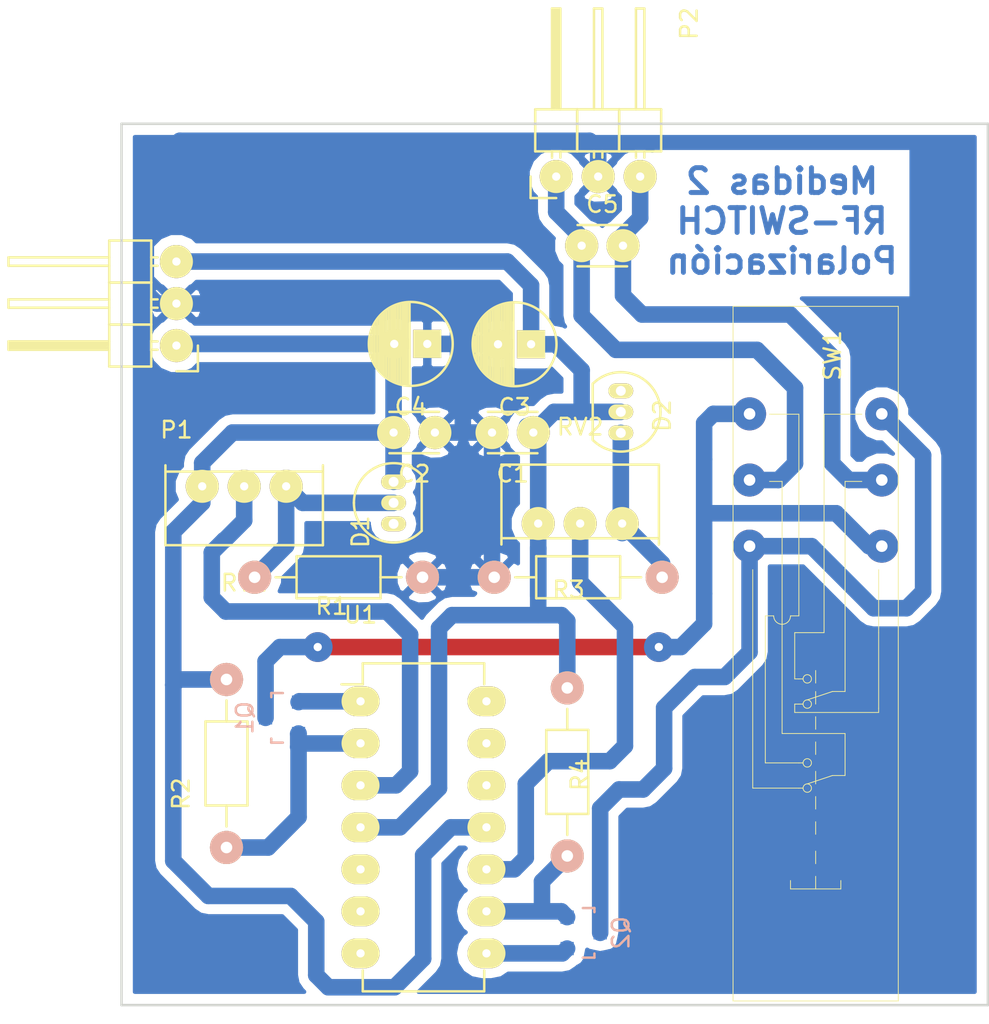
<source format=kicad_pcb>
(kicad_pcb (version 20160815) (host pcbnew 201609201018+7184~55~ubuntu14.04.1-)

  (general
    (links 39)
    (no_connects 0)
    (area 59.484999 24.144999 119.535062 86.429762)
    (thickness 1.6)
    (drawings 5)
    (tracks 173)
    (zones 0)
    (modules 19)
    (nets 18)
  )

  (page A4)
  (layers
    (0 F.Cu signal)
    (31 B.Cu signal)
    (32 B.Adhes user)
    (33 F.Adhes user)
    (34 B.Paste user)
    (35 F.Paste user)
    (36 B.SilkS user)
    (37 F.SilkS user)
    (38 B.Mask user)
    (39 F.Mask user)
    (40 Dwgs.User user)
    (41 Cmts.User user)
    (42 Eco1.User user)
    (43 Eco2.User user)
    (44 Edge.Cuts user)
    (45 Margin user)
    (46 B.CrtYd user)
    (47 F.CrtYd user)
    (48 B.Fab user)
    (49 F.Fab user)
  )

  (setup
    (last_trace_width 0.25)
    (user_trace_width 0.7)
    (user_trace_width 1)
    (trace_clearance 0.2)
    (zone_clearance 0.6)
    (zone_45_only no)
    (trace_min 0.2)
    (segment_width 0.2)
    (edge_width 0.15)
    (via_size 0.8)
    (via_drill 0.4)
    (via_min_size 0.4)
    (via_min_drill 0.3)
    (user_via 1.8 0.5)
    (uvia_size 0.3)
    (uvia_drill 0.1)
    (uvias_allowed no)
    (uvia_min_size 0.2)
    (uvia_min_drill 0.1)
    (pcb_text_width 0.3)
    (pcb_text_size 1.5 1.5)
    (mod_edge_width 0.15)
    (mod_text_size 1 1)
    (mod_text_width 0.15)
    (pad_size 1.7 1.7)
    (pad_drill 0.5)
    (pad_to_mask_clearance 0.2)
    (aux_axis_origin 0 0)
    (visible_elements FFFFFF7F)
    (pcbplotparams
      (layerselection 0x00030_ffffffff)
      (usegerberextensions false)
      (excludeedgelayer true)
      (linewidth 0.100000)
      (plotframeref false)
      (viasonmask false)
      (mode 1)
      (useauxorigin false)
      (hpglpennumber 1)
      (hpglpenspeed 20)
      (hpglpendiameter 15)
      (psnegative false)
      (psa4output false)
      (plotreference true)
      (plotvalue true)
      (plotinvisibletext false)
      (padsonsilk false)
      (subtractmaskfromsilk false)
      (outputformat 1)
      (mirror false)
      (drillshape 1)
      (scaleselection 1)
      (outputdirectory ""))
  )

  (net 0 "")
  (net 1 VDD)
  (net 2 GND)
  (net 3 VSS)
  (net 4 "Net-(C5-Pad2)")
  (net 5 "Net-(C5-Pad1)")
  (net 6 "Net-(D1-Pad1)")
  (net 7 "Net-(D1-Pad2)")
  (net 8 "Net-(D2-Pad3)")
  (net 9 "Net-(D2-Pad1)")
  (net 10 "Net-(Q1-Pad1)")
  (net 11 "Net-(Q1-Pad2)")
  (net 12 /iON)
  (net 13 /i50)
  (net 14 "Net-(Q2-Pad2)")
  (net 15 "Net-(Q2-Pad1)")
  (net 16 "Net-(RV1-Pad2)")
  (net 17 "Net-(RV2-Pad2)")

  (net_class Default "This is the default net class."
    (clearance 0.2)
    (trace_width 0.25)
    (via_dia 0.8)
    (via_drill 0.4)
    (uvia_dia 0.3)
    (uvia_drill 0.1)
    (diff_pair_gap 0.25)
    (diff_pair_width 0.2)
    (add_net /i50)
    (add_net /iON)
    (add_net GND)
    (add_net "Net-(C5-Pad1)")
    (add_net "Net-(C5-Pad2)")
    (add_net "Net-(D1-Pad1)")
    (add_net "Net-(D1-Pad2)")
    (add_net "Net-(D2-Pad1)")
    (add_net "Net-(D2-Pad3)")
    (add_net "Net-(Q1-Pad1)")
    (add_net "Net-(Q1-Pad2)")
    (add_net "Net-(Q2-Pad1)")
    (add_net "Net-(Q2-Pad2)")
    (add_net "Net-(RV1-Pad2)")
    (add_net "Net-(RV2-Pad2)")
    (add_net VDD)
    (add_net VSS)
  )

  (module Pin_Headers:Pin_Header_Angled_1x03 (layer F.Cu) (tedit 57E2C9B6) (tstamp 57E183A4)
    (at 93.34 35.02 90)
    (descr "Through hole pin header")
    (tags "pin header")
    (path /57E16F2E)
    (fp_text reference P2 (at 9.25 8.04 90) (layer F.SilkS)
      (effects (font (size 1 1) (thickness 0.15)))
    )
    (fp_text value CONN_01X03 (at 2.5 7.54 90) (layer F.Fab)
      (effects (font (size 1 1) (thickness 0.15)))
    )
    (fp_line (start -1.5 -1.75) (end -1.5 6.85) (layer F.CrtYd) (width 0.05))
    (fp_line (start 10.65 -1.75) (end 10.65 6.85) (layer F.CrtYd) (width 0.05))
    (fp_line (start -1.5 -1.75) (end 10.65 -1.75) (layer F.CrtYd) (width 0.05))
    (fp_line (start -1.5 6.85) (end 10.65 6.85) (layer F.CrtYd) (width 0.05))
    (fp_line (start -1.3 -1.55) (end -1.3 0) (layer F.SilkS) (width 0.15))
    (fp_line (start 0 -1.55) (end -1.3 -1.55) (layer F.SilkS) (width 0.15))
    (fp_line (start 4.191 -0.127) (end 10.033 -0.127) (layer F.SilkS) (width 0.15))
    (fp_line (start 10.033 -0.127) (end 10.033 0.127) (layer F.SilkS) (width 0.15))
    (fp_line (start 10.033 0.127) (end 4.191 0.127) (layer F.SilkS) (width 0.15))
    (fp_line (start 4.191 0.127) (end 4.191 0) (layer F.SilkS) (width 0.15))
    (fp_line (start 4.191 0) (end 10.033 0) (layer F.SilkS) (width 0.15))
    (fp_line (start 1.524 -0.254) (end 1.143 -0.254) (layer F.SilkS) (width 0.15))
    (fp_line (start 1.524 0.254) (end 1.143 0.254) (layer F.SilkS) (width 0.15))
    (fp_line (start 1.524 2.286) (end 1.143 2.286) (layer F.SilkS) (width 0.15))
    (fp_line (start 1.524 2.794) (end 1.143 2.794) (layer F.SilkS) (width 0.15))
    (fp_line (start 1.524 4.826) (end 1.143 4.826) (layer F.SilkS) (width 0.15))
    (fp_line (start 1.524 5.334) (end 1.143 5.334) (layer F.SilkS) (width 0.15))
    (fp_line (start 4.064 1.27) (end 4.064 -1.27) (layer F.SilkS) (width 0.15))
    (fp_line (start 10.16 0.254) (end 4.064 0.254) (layer F.SilkS) (width 0.15))
    (fp_line (start 10.16 -0.254) (end 10.16 0.254) (layer F.SilkS) (width 0.15))
    (fp_line (start 4.064 -0.254) (end 10.16 -0.254) (layer F.SilkS) (width 0.15))
    (fp_line (start 1.524 1.27) (end 4.064 1.27) (layer F.SilkS) (width 0.15))
    (fp_line (start 1.524 -1.27) (end 1.524 1.27) (layer F.SilkS) (width 0.15))
    (fp_line (start 1.524 -1.27) (end 4.064 -1.27) (layer F.SilkS) (width 0.15))
    (fp_line (start 1.524 3.81) (end 4.064 3.81) (layer F.SilkS) (width 0.15))
    (fp_line (start 1.524 3.81) (end 1.524 6.35) (layer F.SilkS) (width 0.15))
    (fp_line (start 4.064 4.826) (end 10.16 4.826) (layer F.SilkS) (width 0.15))
    (fp_line (start 10.16 4.826) (end 10.16 5.334) (layer F.SilkS) (width 0.15))
    (fp_line (start 10.16 5.334) (end 4.064 5.334) (layer F.SilkS) (width 0.15))
    (fp_line (start 4.064 6.35) (end 4.064 3.81) (layer F.SilkS) (width 0.15))
    (fp_line (start 4.064 3.81) (end 4.064 1.27) (layer F.SilkS) (width 0.15))
    (fp_line (start 10.16 2.794) (end 4.064 2.794) (layer F.SilkS) (width 0.15))
    (fp_line (start 10.16 2.286) (end 10.16 2.794) (layer F.SilkS) (width 0.15))
    (fp_line (start 4.064 2.286) (end 10.16 2.286) (layer F.SilkS) (width 0.15))
    (fp_line (start 1.524 3.81) (end 4.064 3.81) (layer F.SilkS) (width 0.15))
    (fp_line (start 1.524 1.27) (end 1.524 3.81) (layer F.SilkS) (width 0.15))
    (fp_line (start 1.524 1.27) (end 4.064 1.27) (layer F.SilkS) (width 0.15))
    (fp_line (start 1.524 6.35) (end 4.064 6.35) (layer F.SilkS) (width 0.15))
    (pad 3 thru_hole circle (at 0 5.08 90) (size 2 2) (drill 0.5) (layers *.Cu *.Mask F.SilkS)
      (net 4 "Net-(C5-Pad2)"))
    (pad 2 thru_hole circle (at 0 2.54 90) (size 2 2) (drill 0.5) (layers *.Cu *.Mask F.SilkS)
      (net 2 GND))
    (pad 1 thru_hole circle (at 0 0 90) (size 2 2) (drill 0.5) (layers *.Cu *.Mask F.SilkS)
      (net 5 "Net-(C5-Pad1)"))
    (model Pin_Headers.3dshapes/Pin_Header_Angled_1x03.wrl
      (at (xyz 0 -0.1 0))
      (scale (xyz 1 1 1))
      (rotate (xyz 0 0 90))
    )
  )

  (module Pin_Headers:Pin_Header_Angled_1x03 (layer F.Cu) (tedit 57E2C9B6) (tstamp 57E1839D)
    (at 70.36 45.24 180)
    (descr "Through hole pin header")
    (tags "pin header")
    (path /57E1363A)
    (fp_text reference P1 (at 0 -5.1 180) (layer F.SilkS)
      (effects (font (size 1 1) (thickness 0.15)))
    )
    (fp_text value CONN_01X03 (at 5.46 -2.75 180) (layer F.Fab)
      (effects (font (size 1 1) (thickness 0.15)))
    )
    (fp_line (start 1.524 6.35) (end 4.064 6.35) (layer F.SilkS) (width 0.15))
    (fp_line (start 1.524 1.27) (end 4.064 1.27) (layer F.SilkS) (width 0.15))
    (fp_line (start 1.524 1.27) (end 1.524 3.81) (layer F.SilkS) (width 0.15))
    (fp_line (start 1.524 3.81) (end 4.064 3.81) (layer F.SilkS) (width 0.15))
    (fp_line (start 4.064 2.286) (end 10.16 2.286) (layer F.SilkS) (width 0.15))
    (fp_line (start 10.16 2.286) (end 10.16 2.794) (layer F.SilkS) (width 0.15))
    (fp_line (start 10.16 2.794) (end 4.064 2.794) (layer F.SilkS) (width 0.15))
    (fp_line (start 4.064 3.81) (end 4.064 1.27) (layer F.SilkS) (width 0.15))
    (fp_line (start 4.064 6.35) (end 4.064 3.81) (layer F.SilkS) (width 0.15))
    (fp_line (start 10.16 5.334) (end 4.064 5.334) (layer F.SilkS) (width 0.15))
    (fp_line (start 10.16 4.826) (end 10.16 5.334) (layer F.SilkS) (width 0.15))
    (fp_line (start 4.064 4.826) (end 10.16 4.826) (layer F.SilkS) (width 0.15))
    (fp_line (start 1.524 3.81) (end 1.524 6.35) (layer F.SilkS) (width 0.15))
    (fp_line (start 1.524 3.81) (end 4.064 3.81) (layer F.SilkS) (width 0.15))
    (fp_line (start 1.524 -1.27) (end 4.064 -1.27) (layer F.SilkS) (width 0.15))
    (fp_line (start 1.524 -1.27) (end 1.524 1.27) (layer F.SilkS) (width 0.15))
    (fp_line (start 1.524 1.27) (end 4.064 1.27) (layer F.SilkS) (width 0.15))
    (fp_line (start 4.064 -0.254) (end 10.16 -0.254) (layer F.SilkS) (width 0.15))
    (fp_line (start 10.16 -0.254) (end 10.16 0.254) (layer F.SilkS) (width 0.15))
    (fp_line (start 10.16 0.254) (end 4.064 0.254) (layer F.SilkS) (width 0.15))
    (fp_line (start 4.064 1.27) (end 4.064 -1.27) (layer F.SilkS) (width 0.15))
    (fp_line (start 1.524 5.334) (end 1.143 5.334) (layer F.SilkS) (width 0.15))
    (fp_line (start 1.524 4.826) (end 1.143 4.826) (layer F.SilkS) (width 0.15))
    (fp_line (start 1.524 2.794) (end 1.143 2.794) (layer F.SilkS) (width 0.15))
    (fp_line (start 1.524 2.286) (end 1.143 2.286) (layer F.SilkS) (width 0.15))
    (fp_line (start 1.524 0.254) (end 1.143 0.254) (layer F.SilkS) (width 0.15))
    (fp_line (start 1.524 -0.254) (end 1.143 -0.254) (layer F.SilkS) (width 0.15))
    (fp_line (start 4.191 0) (end 10.033 0) (layer F.SilkS) (width 0.15))
    (fp_line (start 4.191 0.127) (end 4.191 0) (layer F.SilkS) (width 0.15))
    (fp_line (start 10.033 0.127) (end 4.191 0.127) (layer F.SilkS) (width 0.15))
    (fp_line (start 10.033 -0.127) (end 10.033 0.127) (layer F.SilkS) (width 0.15))
    (fp_line (start 4.191 -0.127) (end 10.033 -0.127) (layer F.SilkS) (width 0.15))
    (fp_line (start 0 -1.55) (end -1.3 -1.55) (layer F.SilkS) (width 0.15))
    (fp_line (start -1.3 -1.55) (end -1.3 0) (layer F.SilkS) (width 0.15))
    (fp_line (start -1.5 6.85) (end 10.65 6.85) (layer F.CrtYd) (width 0.05))
    (fp_line (start -1.5 -1.75) (end 10.65 -1.75) (layer F.CrtYd) (width 0.05))
    (fp_line (start 10.65 -1.75) (end 10.65 6.85) (layer F.CrtYd) (width 0.05))
    (fp_line (start -1.5 -1.75) (end -1.5 6.85) (layer F.CrtYd) (width 0.05))
    (pad 1 thru_hole circle (at 0 0 180) (size 2 2) (drill 0.5) (layers *.Cu *.Mask F.SilkS)
      (net 3 VSS))
    (pad 2 thru_hole circle (at 0 2.54 180) (size 2 2) (drill 0.5) (layers *.Cu *.Mask F.SilkS)
      (net 2 GND))
    (pad 3 thru_hole circle (at 0 5.08 180) (size 2 2) (drill 0.5) (layers *.Cu *.Mask F.SilkS)
      (net 1 VDD))
    (model Pin_Headers.3dshapes/Pin_Header_Angled_1x03.wrl
      (at (xyz 0 -0.1 0))
      (scale (xyz 1 1 1))
      (rotate (xyz 0 0 90))
    )
  )

  (module Capacitors_ThroughHole:C_Disc_D3_P2.5 (layer F.Cu) (tedit 57E2C9B6) (tstamp 57E18388)
    (at 94.88 39.2)
    (descr "Capacitor 3mm Disc, Pitch 2.5mm")
    (tags Capacitor)
    (path /57E17C19)
    (fp_text reference C5 (at 1.25 -2.5) (layer F.SilkS)
      (effects (font (size 1 1) (thickness 0.15)))
    )
    (fp_text value 10p (at 1.25 2.5) (layer F.Fab)
      (effects (font (size 1 1) (thickness 0.15)))
    )
    (fp_line (start -0.9 -1.5) (end 3.4 -1.5) (layer F.CrtYd) (width 0.05))
    (fp_line (start 3.4 -1.5) (end 3.4 1.5) (layer F.CrtYd) (width 0.05))
    (fp_line (start 3.4 1.5) (end -0.9 1.5) (layer F.CrtYd) (width 0.05))
    (fp_line (start -0.9 1.5) (end -0.9 -1.5) (layer F.CrtYd) (width 0.05))
    (fp_line (start -0.25 -1.25) (end 2.75 -1.25) (layer F.SilkS) (width 0.15))
    (fp_line (start 2.75 1.25) (end -0.25 1.25) (layer F.SilkS) (width 0.15))
    (pad 2 thru_hole circle (at 2.5 0) (size 2 2) (drill 0.5) (layers *.Cu *.Mask F.SilkS)
      (net 4 "Net-(C5-Pad2)"))
    (pad 1 thru_hole circle (at 0 0) (size 2 2) (drill 0.5) (layers *.Cu *.Mask F.SilkS)
      (net 5 "Net-(C5-Pad1)"))
    (model Capacitors_ThroughHole.3dshapes/C_Disc_D3_P2.5.wrl
      (at (xyz 0.0492126 0 0))
      (scale (xyz 1 1 1))
      (rotate (xyz 0 0 0))
    )
  )

  (module Capacitors_ThroughHole:C_Disc_D3_P2.5 (layer F.Cu) (tedit 57E2C9B6) (tstamp 57E18370)
    (at 91.955313 50.5 180)
    (descr "Capacitor 3mm Disc, Pitch 2.5mm")
    (tags Capacitor)
    (path /57E13910)
    (fp_text reference C1 (at 1.25 -2.5 180) (layer F.SilkS)
      (effects (font (size 1 1) (thickness 0.15)))
    )
    (fp_text value 1n (at 1.25 2.5 180) (layer F.Fab)
      (effects (font (size 1 1) (thickness 0.15)))
    )
    (fp_line (start 2.75 1.25) (end -0.25 1.25) (layer F.SilkS) (width 0.15))
    (fp_line (start -0.25 -1.25) (end 2.75 -1.25) (layer F.SilkS) (width 0.15))
    (fp_line (start -0.9 1.5) (end -0.9 -1.5) (layer F.CrtYd) (width 0.05))
    (fp_line (start 3.4 1.5) (end -0.9 1.5) (layer F.CrtYd) (width 0.05))
    (fp_line (start 3.4 -1.5) (end 3.4 1.5) (layer F.CrtYd) (width 0.05))
    (fp_line (start -0.9 -1.5) (end 3.4 -1.5) (layer F.CrtYd) (width 0.05))
    (pad 1 thru_hole circle (at 0 0 180) (size 2 2) (drill 0.5) (layers *.Cu *.Mask F.SilkS)
      (net 1 VDD))
    (pad 2 thru_hole circle (at 2.5 0 180) (size 2 2) (drill 0.5) (layers *.Cu *.Mask F.SilkS)
      (net 2 GND))
    (model Capacitors_ThroughHole.3dshapes/C_Disc_D3_P2.5.wrl
      (at (xyz 0.0492126 0 0))
      (scale (xyz 1 1 1))
      (rotate (xyz 0 0 0))
    )
  )

  (module Capacitors_ThroughHole:C_Disc_D3_P2.5 (layer F.Cu) (tedit 57E2C9B6) (tstamp 57E18376)
    (at 86 50.5 180)
    (descr "Capacitor 3mm Disc, Pitch 2.5mm")
    (tags Capacitor)
    (path /57E13A51)
    (fp_text reference C2 (at 1.25 -2.5 180) (layer F.SilkS)
      (effects (font (size 1 1) (thickness 0.15)))
    )
    (fp_text value 1n (at 1.25 2.5 180) (layer F.Fab)
      (effects (font (size 1 1) (thickness 0.15)))
    )
    (fp_line (start 2.75 1.25) (end -0.25 1.25) (layer F.SilkS) (width 0.15))
    (fp_line (start -0.25 -1.25) (end 2.75 -1.25) (layer F.SilkS) (width 0.15))
    (fp_line (start -0.9 1.5) (end -0.9 -1.5) (layer F.CrtYd) (width 0.05))
    (fp_line (start 3.4 1.5) (end -0.9 1.5) (layer F.CrtYd) (width 0.05))
    (fp_line (start 3.4 -1.5) (end 3.4 1.5) (layer F.CrtYd) (width 0.05))
    (fp_line (start -0.9 -1.5) (end 3.4 -1.5) (layer F.CrtYd) (width 0.05))
    (pad 1 thru_hole circle (at 0 0 180) (size 2 2) (drill 0.5) (layers *.Cu *.Mask F.SilkS)
      (net 2 GND))
    (pad 2 thru_hole circle (at 2.5 0 180) (size 2 2) (drill 0.5) (layers *.Cu *.Mask F.SilkS)
      (net 3 VSS))
    (model Capacitors_ThroughHole.3dshapes/C_Disc_D3_P2.5.wrl
      (at (xyz 0.0492126 0 0))
      (scale (xyz 1 1 1))
      (rotate (xyz 0 0 0))
    )
  )

  (module TO_SOT_Packages_THT:TO-92_Inline_Narrow_Oval (layer F.Cu) (tedit 57E2C9B6) (tstamp 57E1838F)
    (at 83.5 56.02 90)
    (descr "TO-92 leads in-line, narrow, oval pads, drill 0.6mm (see NXP sot054_po.pdf)")
    (tags "to-92 sc-43 sc-43a sot54 PA33 transistor")
    (path /57E15FE4)
    (fp_text reference D1 (at -0.48 -2 90) (layer F.SilkS)
      (effects (font (size 1 1) (thickness 0.15)))
    )
    (fp_text value ICL8069 (at 1.52 2 90) (layer F.Fab)
      (effects (font (size 1 1) (thickness 0.15)))
    )
    (fp_line (start -1.4 1.95) (end -1.4 -2.65) (layer F.CrtYd) (width 0.05))
    (fp_line (start -1.4 1.95) (end 3.95 1.95) (layer F.CrtYd) (width 0.05))
    (fp_line (start -0.43 1.7) (end 2.97 1.7) (layer F.SilkS) (width 0.15))
    (fp_arc (start 1.27 0) (end 1.27 -2.4) (angle -135) (layer F.SilkS) (width 0.15))
    (fp_arc (start 1.27 0) (end 1.27 -2.4) (angle 135) (layer F.SilkS) (width 0.15))
    (fp_line (start -1.4 -2.65) (end 3.95 -2.65) (layer F.CrtYd) (width 0.05))
    (fp_line (start 3.95 1.95) (end 3.95 -2.65) (layer F.CrtYd) (width 0.05))
    (pad 1 thru_hole oval (at 0 0 270) (size 0.89916 1.50114) (drill 0.6) (layers *.Cu *.Mask F.SilkS)
      (net 6 "Net-(D1-Pad1)"))
    (pad 3 thru_hole oval (at 2.54 0 270) (size 0.89916 1.50114) (drill 0.6) (layers *.Cu *.Mask F.SilkS)
      (net 3 VSS))
    (pad 2 thru_hole oval (at 1.27 0 270) (size 0.89916 1.50114) (drill 0.6) (layers *.Cu *.Mask F.SilkS)
      (net 7 "Net-(D1-Pad2)"))
    (model TO_SOT_Packages_THT.3dshapes/TO-92_Inline_Narrow_Oval.wrl
      (at (xyz 0.05 0 0))
      (scale (xyz 1 1 1))
      (rotate (xyz 0 0 -90))
    )
  )

  (module TO_SOT_Packages_THT:TO-92_Inline_Narrow_Oval (layer F.Cu) (tedit 57E2C9B6) (tstamp 57E18396)
    (at 97.25 47.98 270)
    (descr "TO-92 leads in-line, narrow, oval pads, drill 0.6mm (see NXP sot054_po.pdf)")
    (tags "to-92 sc-43 sc-43a sot54 PA33 transistor")
    (path /57E16260)
    (fp_text reference D2 (at 1.5 -2.5 270) (layer F.SilkS)
      (effects (font (size 1 1) (thickness 0.15)))
    )
    (fp_text value ICL8069 (at 1.75 2.25 270) (layer F.Fab)
      (effects (font (size 1 1) (thickness 0.15)))
    )
    (fp_line (start 3.95 1.95) (end 3.95 -2.65) (layer F.CrtYd) (width 0.05))
    (fp_line (start -1.4 -2.65) (end 3.95 -2.65) (layer F.CrtYd) (width 0.05))
    (fp_arc (start 1.27 0) (end 1.27 -2.4) (angle 135) (layer F.SilkS) (width 0.15))
    (fp_arc (start 1.27 0) (end 1.27 -2.4) (angle -135) (layer F.SilkS) (width 0.15))
    (fp_line (start -0.43 1.7) (end 2.97 1.7) (layer F.SilkS) (width 0.15))
    (fp_line (start -1.4 1.95) (end 3.95 1.95) (layer F.CrtYd) (width 0.05))
    (fp_line (start -1.4 1.95) (end -1.4 -2.65) (layer F.CrtYd) (width 0.05))
    (pad 2 thru_hole oval (at 1.27 0 90) (size 0.89916 1.50114) (drill 0.6) (layers *.Cu *.Mask F.SilkS)
      (net 1 VDD))
    (pad 3 thru_hole oval (at 2.54 0 90) (size 0.89916 1.50114) (drill 0.6) (layers *.Cu *.Mask F.SilkS)
      (net 8 "Net-(D2-Pad3)"))
    (pad 1 thru_hole oval (at 0 0 90) (size 0.89916 1.50114) (drill 0.6) (layers *.Cu *.Mask F.SilkS)
      (net 9 "Net-(D2-Pad1)"))
    (model TO_SOT_Packages_THT.3dshapes/TO-92_Inline_Narrow_Oval.wrl
      (at (xyz 0.05 0 0))
      (scale (xyz 1 1 1))
      (rotate (xyz 0 0 -90))
    )
  )

  (module Resistors_ThroughHole:Resistor_Horizontal_RM10mm (layer F.Cu) (tedit 57E2C9B6) (tstamp 57E183B8)
    (at 85.25 59.25 180)
    (descr "Resistor, Axial,  RM 10mm, 1/3W")
    (tags "Resistor Axial RM 10mm 1/3W")
    (path /57E152A2)
    (fp_text reference R1 (at 5.5 -1.75 180) (layer F.SilkS)
      (effects (font (size 1 1) (thickness 0.15)))
    )
    (fp_text value 4K7 (at 5.25 0.75 180) (layer F.Fab)
      (effects (font (size 1 1) (thickness 0.15)))
    )
    (fp_line (start 7.62 0) (end 8.89 0) (layer F.SilkS) (width 0.15))
    (fp_line (start 2.54 0) (end 1.27 0) (layer F.SilkS) (width 0.15))
    (fp_line (start 2.54 1.27) (end 2.54 -1.27) (layer F.SilkS) (width 0.15))
    (fp_line (start 7.62 1.27) (end 2.54 1.27) (layer F.SilkS) (width 0.15))
    (fp_line (start 7.62 -1.27) (end 7.62 1.27) (layer F.SilkS) (width 0.15))
    (fp_line (start 2.54 -1.27) (end 7.62 -1.27) (layer F.SilkS) (width 0.15))
    (fp_line (start -1.25 1.5) (end 11.4 1.5) (layer F.CrtYd) (width 0.05))
    (fp_line (start 11.4 -1.5) (end 11.4 1.5) (layer F.CrtYd) (width 0.05))
    (fp_line (start -1.25 1.5) (end -1.25 -1.5) (layer F.CrtYd) (width 0.05))
    (fp_line (start -1.25 -1.5) (end 11.4 -1.5) (layer F.CrtYd) (width 0.05))
    (pad 1 thru_hole circle (at 0 0 180) (size 2 2) (drill 0.7) (layers *.Cu *.SilkS *.Mask)
      (net 2 GND))
    (pad 2 thru_hole circle (at 10.16 0 180) (size 2 2) (drill 0.7) (layers *.Cu *.SilkS *.Mask)
      (net 7 "Net-(D1-Pad2)"))
    (model Resistors_ThroughHole.3dshapes/Resistor_Horizontal_RM10mm.wrl
      (at (xyz 0.2 0 0))
      (scale (xyz 0.4 0.4 0.4))
      (rotate (xyz 0 0 0))
    )
  )

  (module Resistors_ThroughHole:Resistor_Horizontal_RM10mm (layer F.Cu) (tedit 57E2C9B6) (tstamp 57E183BE)
    (at 73.39 75.59 90)
    (descr "Resistor, Axial,  RM 10mm, 1/3W")
    (tags "Resistor Axial RM 10mm 1/3W")
    (path /57E13D90)
    (fp_text reference R2 (at 3.25 -2.75 90) (layer F.SilkS)
      (effects (font (size 1 1) (thickness 0.15)))
    )
    (fp_text value 10 (at 5.08 3.81 90) (layer F.Fab)
      (effects (font (size 1 1) (thickness 0.15)))
    )
    (fp_line (start -1.25 -1.5) (end 11.4 -1.5) (layer F.CrtYd) (width 0.05))
    (fp_line (start -1.25 1.5) (end -1.25 -1.5) (layer F.CrtYd) (width 0.05))
    (fp_line (start 11.4 -1.5) (end 11.4 1.5) (layer F.CrtYd) (width 0.05))
    (fp_line (start -1.25 1.5) (end 11.4 1.5) (layer F.CrtYd) (width 0.05))
    (fp_line (start 2.54 -1.27) (end 7.62 -1.27) (layer F.SilkS) (width 0.15))
    (fp_line (start 7.62 -1.27) (end 7.62 1.27) (layer F.SilkS) (width 0.15))
    (fp_line (start 7.62 1.27) (end 2.54 1.27) (layer F.SilkS) (width 0.15))
    (fp_line (start 2.54 1.27) (end 2.54 -1.27) (layer F.SilkS) (width 0.15))
    (fp_line (start 2.54 0) (end 1.27 0) (layer F.SilkS) (width 0.15))
    (fp_line (start 7.62 0) (end 8.89 0) (layer F.SilkS) (width 0.15))
    (pad 2 thru_hole circle (at 10.16 0 90) (size 2 2) (drill 0.7) (layers *.Cu *.SilkS *.Mask)
      (net 3 VSS))
    (pad 1 thru_hole circle (at 0 0 90) (size 2 2) (drill 0.7) (layers *.Cu *.SilkS *.Mask)
      (net 11 "Net-(Q1-Pad2)"))
    (model Resistors_ThroughHole.3dshapes/Resistor_Horizontal_RM10mm.wrl
      (at (xyz 0.2 0 0))
      (scale (xyz 0.4 0.4 0.4))
      (rotate (xyz 0 0 0))
    )
  )

  (module Resistors_ThroughHole:Resistor_Horizontal_RM10mm (layer F.Cu) (tedit 57E2C9B6) (tstamp 57E183C4)
    (at 99.75 59.25 180)
    (descr "Resistor, Axial,  RM 10mm, 1/3W")
    (tags "Resistor Axial RM 10mm 1/3W")
    (path /57E154D0)
    (fp_text reference R3 (at 5.66 -0.75 180) (layer F.SilkS)
      (effects (font (size 1 1) (thickness 0.15)))
    )
    (fp_text value 4K7 (at 5.41 0.75 180) (layer F.Fab)
      (effects (font (size 1 1) (thickness 0.15)))
    )
    (fp_line (start -1.25 -1.5) (end 11.4 -1.5) (layer F.CrtYd) (width 0.05))
    (fp_line (start -1.25 1.5) (end -1.25 -1.5) (layer F.CrtYd) (width 0.05))
    (fp_line (start 11.4 -1.5) (end 11.4 1.5) (layer F.CrtYd) (width 0.05))
    (fp_line (start -1.25 1.5) (end 11.4 1.5) (layer F.CrtYd) (width 0.05))
    (fp_line (start 2.54 -1.27) (end 7.62 -1.27) (layer F.SilkS) (width 0.15))
    (fp_line (start 7.62 -1.27) (end 7.62 1.27) (layer F.SilkS) (width 0.15))
    (fp_line (start 7.62 1.27) (end 2.54 1.27) (layer F.SilkS) (width 0.15))
    (fp_line (start 2.54 1.27) (end 2.54 -1.27) (layer F.SilkS) (width 0.15))
    (fp_line (start 2.54 0) (end 1.27 0) (layer F.SilkS) (width 0.15))
    (fp_line (start 7.62 0) (end 8.89 0) (layer F.SilkS) (width 0.15))
    (pad 2 thru_hole circle (at 10.16 0 180) (size 2 2) (drill 0.7) (layers *.Cu *.SilkS *.Mask)
      (net 2 GND))
    (pad 1 thru_hole circle (at 0 0 180) (size 2 2) (drill 0.7) (layers *.Cu *.SilkS *.Mask)
      (net 8 "Net-(D2-Pad3)"))
    (model Resistors_ThroughHole.3dshapes/Resistor_Horizontal_RM10mm.wrl
      (at (xyz 0.2 0 0))
      (scale (xyz 0.4 0.4 0.4))
      (rotate (xyz 0 0 0))
    )
  )

  (module Resistors_ThroughHole:Resistor_Horizontal_RM10mm (layer F.Cu) (tedit 57E2C9B6) (tstamp 57E183CA)
    (at 94.01 65.94 270)
    (descr "Resistor, Axial,  RM 10mm, 1/3W")
    (tags "Resistor Axial RM 10mm 1/3W")
    (path /57E14EEC)
    (fp_text reference R4 (at 5.25 -0.75 270) (layer F.SilkS)
      (effects (font (size 1 1) (thickness 0.15)))
    )
    (fp_text value 220 (at 5 1.25 270) (layer F.Fab)
      (effects (font (size 1 1) (thickness 0.15)))
    )
    (fp_line (start 7.62 0) (end 8.89 0) (layer F.SilkS) (width 0.15))
    (fp_line (start 2.54 0) (end 1.27 0) (layer F.SilkS) (width 0.15))
    (fp_line (start 2.54 1.27) (end 2.54 -1.27) (layer F.SilkS) (width 0.15))
    (fp_line (start 7.62 1.27) (end 2.54 1.27) (layer F.SilkS) (width 0.15))
    (fp_line (start 7.62 -1.27) (end 7.62 1.27) (layer F.SilkS) (width 0.15))
    (fp_line (start 2.54 -1.27) (end 7.62 -1.27) (layer F.SilkS) (width 0.15))
    (fp_line (start -1.25 1.5) (end 11.4 1.5) (layer F.CrtYd) (width 0.05))
    (fp_line (start 11.4 -1.5) (end 11.4 1.5) (layer F.CrtYd) (width 0.05))
    (fp_line (start -1.25 1.5) (end -1.25 -1.5) (layer F.CrtYd) (width 0.05))
    (fp_line (start -1.25 -1.5) (end 11.4 -1.5) (layer F.CrtYd) (width 0.05))
    (pad 1 thru_hole circle (at 0 0 270) (size 2 2) (drill 0.7) (layers *.Cu *.SilkS *.Mask)
      (net 1 VDD))
    (pad 2 thru_hole circle (at 10.16 0 270) (size 2 2) (drill 0.7) (layers *.Cu *.SilkS *.Mask)
      (net 14 "Net-(Q2-Pad2)"))
    (model Resistors_ThroughHole.3dshapes/Resistor_Horizontal_RM10mm.wrl
      (at (xyz 0.2 0 0))
      (scale (xyz 0.4 0.4 0.4))
      (rotate (xyz 0 0 0))
    )
  )

  (module Potentiometers:Potentiometer_Trimmer-Suntan-TSR-3386C (layer F.Cu) (tedit 57E2C9B6) (tstamp 57E183D1)
    (at 77 53.75 180)
    (path /57E15544)
    (fp_text reference RV1 (at 2.54 -5.842 180) (layer F.SilkS)
      (effects (font (size 1 1) (thickness 0.15)))
    )
    (fp_text value 10K (at 2.286 2.032 180) (layer F.Fab)
      (effects (font (size 1 1) (thickness 0.15)))
    )
    (fp_line (start -2.225 -3.56) (end -2.225 1.27) (layer F.SilkS) (width 0.15))
    (fp_line (start 7.305 0.89) (end -2.225 0.89) (layer F.SilkS) (width 0.15))
    (fp_line (start 7.305 -3.56) (end 7.305 1.27) (layer F.SilkS) (width 0.15))
    (fp_line (start -2.225 -3.56) (end 7.305 -3.56) (layer F.SilkS) (width 0.15))
    (pad 3 thru_hole circle (at 5.08 0 180) (size 2 2) (drill 0.5) (layers *.Cu *.Mask F.SilkS)
      (net 3 VSS))
    (pad 1 thru_hole circle (at 0 0 180) (size 2 2) (drill 0.5) (layers *.Cu *.Mask F.SilkS)
      (net 7 "Net-(D1-Pad2)"))
    (pad 2 thru_hole circle (at 2.54 0 180) (size 2 2) (drill 0.5) (layers *.Cu *.Mask F.SilkS)
      (net 16 "Net-(RV1-Pad2)"))
  )

  (module Potentiometers:Potentiometer_Trimmer-Suntan-TSR-3386C (layer F.Cu) (tedit 57E2C9B6) (tstamp 57E183D8)
    (at 92.25 56)
    (path /57E156F9)
    (fp_text reference RV2 (at 2.54 -5.842) (layer F.SilkS)
      (effects (font (size 1 1) (thickness 0.15)))
    )
    (fp_text value 10K (at 2.286 2.032) (layer F.Fab)
      (effects (font (size 1 1) (thickness 0.15)))
    )
    (fp_line (start -2.225 -3.56) (end 7.305 -3.56) (layer F.SilkS) (width 0.15))
    (fp_line (start 7.305 -3.56) (end 7.305 1.27) (layer F.SilkS) (width 0.15))
    (fp_line (start 7.305 0.89) (end -2.225 0.89) (layer F.SilkS) (width 0.15))
    (fp_line (start -2.225 -3.56) (end -2.225 1.27) (layer F.SilkS) (width 0.15))
    (pad 2 thru_hole circle (at 2.54 0) (size 2 2) (drill 0.5) (layers *.Cu *.Mask F.SilkS)
      (net 17 "Net-(RV2-Pad2)"))
    (pad 1 thru_hole circle (at 0 0) (size 2 2) (drill 0.5) (layers *.Cu *.Mask F.SilkS)
      (net 1 VDD))
    (pad 3 thru_hole circle (at 5.08 0) (size 2 2) (drill 0.5) (layers *.Cu *.Mask F.SilkS)
      (net 8 "Net-(D2-Pad3)"))
  )

  (module Housings_DIP:DIP-14_W7.62mm_LongPads (layer F.Cu) (tedit 57E2C9B6) (tstamp 57E1842A)
    (at 81.5 66.75)
    (descr "14-lead dip package, row spacing 7.62 mm (300 mils), longer pads")
    (tags "dil dip 2.54 300")
    (path /57E13BD8)
    (fp_text reference U1 (at 0 -5.22) (layer F.SilkS)
      (effects (font (size 1 1) (thickness 0.15)))
    )
    (fp_text value LM324 (at 0 -3.72) (layer F.Fab)
      (effects (font (size 1 1) (thickness 0.15)))
    )
    (fp_line (start 0.135 -1.025) (end -1.15 -1.025) (layer F.SilkS) (width 0.15))
    (fp_line (start 0.135 17.535) (end 7.485 17.535) (layer F.SilkS) (width 0.15))
    (fp_line (start 0.135 -2.295) (end 7.485 -2.295) (layer F.SilkS) (width 0.15))
    (fp_line (start 0.135 17.535) (end 0.135 16.265) (layer F.SilkS) (width 0.15))
    (fp_line (start 7.485 17.535) (end 7.485 16.265) (layer F.SilkS) (width 0.15))
    (fp_line (start 7.485 -2.295) (end 7.485 -1.025) (layer F.SilkS) (width 0.15))
    (fp_line (start 0.135 -2.295) (end 0.135 -1.025) (layer F.SilkS) (width 0.15))
    (fp_line (start -1.4 17.7) (end 9 17.7) (layer F.CrtYd) (width 0.05))
    (fp_line (start -1.4 -2.45) (end 9 -2.45) (layer F.CrtYd) (width 0.05))
    (fp_line (start 9 -2.45) (end 9 17.7) (layer F.CrtYd) (width 0.05))
    (fp_line (start -1.4 -2.45) (end -1.4 17.7) (layer F.CrtYd) (width 0.05))
    (pad 1 thru_hole oval (at 0 0) (size 2.3 1.8) (drill 0.5) (layers *.Cu *.Mask F.SilkS)
      (net 10 "Net-(Q1-Pad1)"))
    (pad 2 thru_hole oval (at 0 2.54) (size 2.3 1.8) (drill 0.5) (layers *.Cu *.Mask F.SilkS)
      (net 11 "Net-(Q1-Pad2)"))
    (pad 3 thru_hole oval (at 0 5.08) (size 2.3 1.8) (drill 0.5) (layers *.Cu *.Mask F.SilkS)
      (net 16 "Net-(RV1-Pad2)"))
    (pad 4 thru_hole oval (at 0 7.62) (size 2.3 1.8) (drill 0.5) (layers *.Cu *.Mask F.SilkS)
      (net 1 VDD))
    (pad 5 thru_hole oval (at 0 10.16) (size 2.3 1.8) (drill 0.5) (layers *.Cu *.Mask F.SilkS))
    (pad 6 thru_hole oval (at 0 12.7) (size 2.3 1.8) (drill 0.5) (layers *.Cu *.Mask F.SilkS))
    (pad 7 thru_hole oval (at 0 15.24) (size 2.3 1.8) (drill 0.5) (layers *.Cu *.Mask F.SilkS))
    (pad 8 thru_hole oval (at 7.62 15.24) (size 2.3 1.8) (drill 0.5) (layers *.Cu *.Mask F.SilkS)
      (net 15 "Net-(Q2-Pad1)"))
    (pad 9 thru_hole oval (at 7.62 12.7) (size 2.3 1.8) (drill 0.5) (layers *.Cu *.Mask F.SilkS)
      (net 14 "Net-(Q2-Pad2)"))
    (pad 10 thru_hole oval (at 7.62 10.16) (size 2.3 1.8) (drill 0.5) (layers *.Cu *.Mask F.SilkS)
      (net 17 "Net-(RV2-Pad2)"))
    (pad 11 thru_hole oval (at 7.62 7.62) (size 2.3 1.8) (drill 0.5) (layers *.Cu *.Mask F.SilkS)
      (net 3 VSS))
    (pad 12 thru_hole oval (at 7.62 5.08) (size 2.3 1.8) (drill 0.5) (layers *.Cu *.Mask F.SilkS))
    (pad 13 thru_hole oval (at 7.62 2.54) (size 2.3 1.8) (drill 0.5) (layers *.Cu *.Mask F.SilkS))
    (pad 14 thru_hole oval (at 7.62 0) (size 2.3 1.8) (drill 0.5) (layers *.Cu *.Mask F.SilkS))
    (model Housings_DIP.3dshapes/DIP-14_W7.62mm_LongPads.wrl
      (at (xyz 0 0 0))
      (scale (xyz 1 1 1))
      (rotate (xyz 0 0 0))
    )
  )

  (module kicad-libs:pulsador-doble-inversor-con-retencion (layer F.Cu) (tedit 57E2C9B6) (tstamp 57E19297)
    (at 109.04 63.87 270)
    (path /57E18031)
    (fp_text reference SW1 (at -18.034 -1.016 270) (layer F.SilkS)
      (effects (font (size 1 1) (thickness 0.15)))
    )
    (fp_text value Switch_SPDT_x2 (at -3.048 -5.588 270) (layer F.Fab)
      (effects (font (size 1 1) (thickness 0.15)))
    )
    (fp_line (start -21 5) (end 21 5) (layer F.SilkS) (width 0.05))
    (fp_line (start -21 -5) (end 21 -5) (layer F.SilkS) (width 0.05))
    (fp_line (start 21 -5) (end 21 5) (layer F.SilkS) (width 0.05))
    (fp_line (start -21 -5) (end -21 5) (layer F.SilkS) (width 0.05))
    (fp_line (start -10.414 -2.794) (end -10.414 -1.778) (layer F.SilkS) (width 0.05))
    (fp_line (start 2.286 -1.016) (end 2.794 0.508) (layer F.SilkS) (width 0.05))
    (fp_line (start -5.08 -3.81) (end -1.27 -3.81) (layer F.SilkS) (width 0.05))
    (fp_circle (center 3.048 0.508) (end 2.794 0.508) (layer F.SilkS) (width 0.05))
    (fp_circle (center 1.524 0.508) (end 1.27 0.508) (layer F.SilkS) (width 0.05))
    (fp_line (start 3.048 0.762) (end 3.048 1.016) (layer F.SilkS) (width 0.05))
    (fp_line (start 1.524 0.762) (end 1.524 1.016) (layer F.SilkS) (width 0.05))
    (fp_line (start -1.27 -0.508) (end -14.478 -0.508) (layer F.SilkS) (width 0.05))
    (fp_line (start -14.478 -0.508) (end -14.478 -2.794) (layer F.SilkS) (width 0.05))
    (fp_line (start 7.366 -1.016) (end 7.874 0.508) (layer F.SilkS) (width 0.05))
    (fp_circle (center 8.128 0.508) (end 7.874 0.508) (layer F.SilkS) (width 0.05))
    (fp_line (start 8.128 0.762) (end 8.128 1.016) (layer F.SilkS) (width 0.05))
    (fp_circle (center 6.604 0.508) (end 6.35 0.508) (layer F.SilkS) (width 0.05))
    (fp_line (start 6.604 0.762) (end 6.604 1.016) (layer F.SilkS) (width 0.05))
    (fp_line (start -10.414 -1.778) (end 2.286 -1.778) (layer F.SilkS) (width 0.05))
    (fp_line (start 2.286 -1.778) (end 2.286 -1.016) (layer F.SilkS) (width 0.05))
    (fp_line (start -1.27 -3.81) (end 3.302 -3.81) (layer F.SilkS) (width 0.05))
    (fp_line (start 3.302 -3.81) (end 3.556 -3.81) (layer F.SilkS) (width 0.05))
    (fp_line (start 3.556 -3.81) (end 3.556 1.27) (layer F.SilkS) (width 0.05))
    (fp_line (start 3.556 1.27) (end 3.048 1.27) (layer F.SilkS) (width 0.05))
    (fp_line (start 3.048 1.27) (end 3.048 1.016) (layer F.SilkS) (width 0.05))
    (fp_line (start 1.524 1.016) (end 1.524 1.27) (layer F.SilkS) (width 0.05))
    (fp_line (start 7.366 -1.016) (end 7.366 -1.778) (layer F.SilkS) (width 0.05))
    (fp_line (start 7.366 -1.778) (end 4.826 -1.778) (layer F.SilkS) (width 0.05))
    (fp_line (start 4.826 -1.778) (end 4.826 2.032) (layer F.SilkS) (width 0.05))
    (fp_line (start 4.826 2.032) (end -10.414 2.032) (layer F.SilkS) (width 0.05))
    (fp_line (start -10.414 2.032) (end -10.414 2.794) (layer F.SilkS) (width 0.05))
    (fp_line (start 8.128 1.016) (end 8.128 3.81) (layer F.SilkS) (width 0.05))
    (fp_line (start 8.128 3.81) (end -5.08 3.81) (layer F.SilkS) (width 0.05))
    (fp_line (start -2.286 3.048) (end 6.604 3.048) (layer F.SilkS) (width 0.05))
    (fp_line (start 6.604 3.048) (end 6.604 1.016) (layer F.SilkS) (width 0.05))
    (fp_line (start -2.286 3.048) (end -2.286 2.54) (layer F.SilkS) (width 0.05))
    (fp_line (start -2.286 1.524) (end -2.286 1.016) (layer F.SilkS) (width 0.05))
    (fp_line (start -2.286 1.016) (end -14.478 1.016) (layer F.SilkS) (width 0.05))
    (fp_line (start -14.478 1.016) (end -14.478 2.794) (layer F.SilkS) (width 0.05))
    (fp_arc (start -2.286 2.032) (end -2.286 1.524) (angle 180) (layer F.SilkS) (width 0.05))
    (fp_line (start 1.524 1.27) (end -1.27 1.27) (layer F.SilkS) (width 0.05))
    (fp_line (start -1.27 1.27) (end -1.27 -0.508) (layer F.SilkS) (width 0.05))
    (fp_line (start 2.286 0) (end 3.048 0) (layer F.SilkS) (width 0.05))
    (fp_line (start 1.016 0) (end 1.778 0) (layer F.SilkS) (width 0.05))
    (fp_line (start 3.81 0) (end 4.572 0) (layer F.SilkS) (width 0.05))
    (fp_line (start 5.334 0) (end 6.096 0) (layer F.SilkS) (width 0.05))
    (fp_line (start 7.112 0) (end 7.874 0) (layer F.SilkS) (width 0.05))
    (fp_line (start 8.636 0) (end 9.398 0) (layer F.SilkS) (width 0.05))
    (fp_line (start 13.462 0) (end 14.224 0) (layer F.SilkS) (width 0.05))
    (fp_line (start 14.224 -1.524) (end 14.224 1.524) (layer F.SilkS) (width 0.05))
    (fp_line (start 14.224 1.524) (end 13.716 1.524) (layer F.SilkS) (width 0.05))
    (fp_line (start 14.224 -1.524) (end 13.716 -1.524) (layer F.SilkS) (width 0.05))
    (fp_line (start 10.16 0) (end 10.922 0) (layer F.SilkS) (width 0.05))
    (fp_line (start 11.938 0) (end 12.7 0) (layer F.SilkS) (width 0.05))
    (pad 4 thru_hole circle (at -14.5 -4 270) (size 2 2) (drill 0.7) (layers *.Cu *.Mask)
      (net 13 /i50))
    (pad 5 thru_hole circle (at -10.5 -4 270) (size 2 2) (drill 0.7) (layers *.Cu *.Mask)
      (net 4 "Net-(C5-Pad2)"))
    (pad 6 thru_hole circle (at -6.5 -4 270) (size 2 2) (drill 0.7) (layers *.Cu *.Mask)
      (net 12 /iON))
    (pad 1 thru_hole circle (at -14.5 4 270) (size 2 2) (drill 0.7) (layers *.Cu *.Mask)
      (net 12 /iON))
    (pad 2 thru_hole circle (at -10.5 4 270) (size 2 2) (drill 0.7) (layers *.Cu *.Mask)
      (net 5 "Net-(C5-Pad1)"))
    (pad 3 thru_hole circle (at -6.5 4 270) (size 2 2) (drill 0.7) (layers *.Cu *.Mask)
      (net 13 /i50))
  )

  (module Capacitors_ThroughHole:C_Radial_D5_L11_P2 (layer F.Cu) (tedit 57E2C9B6) (tstamp 57E193F3)
    (at 91.82 45.16 180)
    (descr "Radial Electrolytic Capacitor 5mm x Length 11mm, Pitch 2mm")
    (tags "Electrolytic Capacitor")
    (path /57E13992)
    (fp_text reference C3 (at 1 -3.8 180) (layer F.SilkS)
      (effects (font (size 1 1) (thickness 0.15)))
    )
    (fp_text value 10u (at 1 3.8 180) (layer F.Fab)
      (effects (font (size 1 1) (thickness 0.15)))
    )
    (fp_line (start 1.075 -2.499) (end 1.075 2.499) (layer F.SilkS) (width 0.15))
    (fp_line (start 1.215 -2.491) (end 1.215 -0.154) (layer F.SilkS) (width 0.15))
    (fp_line (start 1.215 0.154) (end 1.215 2.491) (layer F.SilkS) (width 0.15))
    (fp_line (start 1.355 -2.475) (end 1.355 -0.473) (layer F.SilkS) (width 0.15))
    (fp_line (start 1.355 0.473) (end 1.355 2.475) (layer F.SilkS) (width 0.15))
    (fp_line (start 1.495 -2.451) (end 1.495 -0.62) (layer F.SilkS) (width 0.15))
    (fp_line (start 1.495 0.62) (end 1.495 2.451) (layer F.SilkS) (width 0.15))
    (fp_line (start 1.635 -2.418) (end 1.635 -0.712) (layer F.SilkS) (width 0.15))
    (fp_line (start 1.635 0.712) (end 1.635 2.418) (layer F.SilkS) (width 0.15))
    (fp_line (start 1.775 -2.377) (end 1.775 -0.768) (layer F.SilkS) (width 0.15))
    (fp_line (start 1.775 0.768) (end 1.775 2.377) (layer F.SilkS) (width 0.15))
    (fp_line (start 1.915 -2.327) (end 1.915 -0.795) (layer F.SilkS) (width 0.15))
    (fp_line (start 1.915 0.795) (end 1.915 2.327) (layer F.SilkS) (width 0.15))
    (fp_line (start 2.055 -2.266) (end 2.055 -0.798) (layer F.SilkS) (width 0.15))
    (fp_line (start 2.055 0.798) (end 2.055 2.266) (layer F.SilkS) (width 0.15))
    (fp_line (start 2.195 -2.196) (end 2.195 -0.776) (layer F.SilkS) (width 0.15))
    (fp_line (start 2.195 0.776) (end 2.195 2.196) (layer F.SilkS) (width 0.15))
    (fp_line (start 2.335 -2.114) (end 2.335 -0.726) (layer F.SilkS) (width 0.15))
    (fp_line (start 2.335 0.726) (end 2.335 2.114) (layer F.SilkS) (width 0.15))
    (fp_line (start 2.475 -2.019) (end 2.475 -0.644) (layer F.SilkS) (width 0.15))
    (fp_line (start 2.475 0.644) (end 2.475 2.019) (layer F.SilkS) (width 0.15))
    (fp_line (start 2.615 -1.908) (end 2.615 -0.512) (layer F.SilkS) (width 0.15))
    (fp_line (start 2.615 0.512) (end 2.615 1.908) (layer F.SilkS) (width 0.15))
    (fp_line (start 2.755 -1.78) (end 2.755 -0.265) (layer F.SilkS) (width 0.15))
    (fp_line (start 2.755 0.265) (end 2.755 1.78) (layer F.SilkS) (width 0.15))
    (fp_line (start 2.895 -1.631) (end 2.895 1.631) (layer F.SilkS) (width 0.15))
    (fp_line (start 3.035 -1.452) (end 3.035 1.452) (layer F.SilkS) (width 0.15))
    (fp_line (start 3.175 -1.233) (end 3.175 1.233) (layer F.SilkS) (width 0.15))
    (fp_line (start 3.315 -0.944) (end 3.315 0.944) (layer F.SilkS) (width 0.15))
    (fp_line (start 3.455 -0.472) (end 3.455 0.472) (layer F.SilkS) (width 0.15))
    (fp_circle (center 2 0) (end 2 -0.8) (layer F.SilkS) (width 0.15))
    (fp_circle (center 1 0) (end 1 -2.5375) (layer F.SilkS) (width 0.15))
    (fp_circle (center 1 0) (end 1 -2.8) (layer F.CrtYd) (width 0.05))
    (pad 2 thru_hole circle (at 2 0 180) (size 1.8 1.8) (drill 0.5) (layers *.Cu *.Mask F.SilkS)
      (net 2 GND))
    (pad 1 thru_hole rect (at 0 0 180) (size 1.7 1.7) (drill 0.5) (layers *.Cu *.Mask F.SilkS)
      (net 1 VDD))
    (model Capacitors_ThroughHole.3dshapes/C_Radial_D5_L11_P2.wrl
      (at (xyz 0 0 0))
      (scale (xyz 1 1 1))
      (rotate (xyz 0 0 0))
    )
  )

  (module Capacitors_ThroughHole:C_Radial_D5_L11_P2 (layer F.Cu) (tedit 57E2C9B6) (tstamp 57E193F9)
    (at 85.54 45.14 180)
    (descr "Radial Electrolytic Capacitor 5mm x Length 11mm, Pitch 2mm")
    (tags "Electrolytic Capacitor")
    (path /57E13A57)
    (fp_text reference C4 (at 1 -3.8 180) (layer F.SilkS)
      (effects (font (size 1 1) (thickness 0.15)))
    )
    (fp_text value 10u (at 1 3.8 180) (layer F.Fab)
      (effects (font (size 1 1) (thickness 0.15)))
    )
    (fp_circle (center 1 0) (end 1 -2.8) (layer F.CrtYd) (width 0.05))
    (fp_circle (center 1 0) (end 1 -2.5375) (layer F.SilkS) (width 0.15))
    (fp_circle (center 2 0) (end 2 -0.8) (layer F.SilkS) (width 0.15))
    (fp_line (start 3.455 -0.472) (end 3.455 0.472) (layer F.SilkS) (width 0.15))
    (fp_line (start 3.315 -0.944) (end 3.315 0.944) (layer F.SilkS) (width 0.15))
    (fp_line (start 3.175 -1.233) (end 3.175 1.233) (layer F.SilkS) (width 0.15))
    (fp_line (start 3.035 -1.452) (end 3.035 1.452) (layer F.SilkS) (width 0.15))
    (fp_line (start 2.895 -1.631) (end 2.895 1.631) (layer F.SilkS) (width 0.15))
    (fp_line (start 2.755 0.265) (end 2.755 1.78) (layer F.SilkS) (width 0.15))
    (fp_line (start 2.755 -1.78) (end 2.755 -0.265) (layer F.SilkS) (width 0.15))
    (fp_line (start 2.615 0.512) (end 2.615 1.908) (layer F.SilkS) (width 0.15))
    (fp_line (start 2.615 -1.908) (end 2.615 -0.512) (layer F.SilkS) (width 0.15))
    (fp_line (start 2.475 0.644) (end 2.475 2.019) (layer F.SilkS) (width 0.15))
    (fp_line (start 2.475 -2.019) (end 2.475 -0.644) (layer F.SilkS) (width 0.15))
    (fp_line (start 2.335 0.726) (end 2.335 2.114) (layer F.SilkS) (width 0.15))
    (fp_line (start 2.335 -2.114) (end 2.335 -0.726) (layer F.SilkS) (width 0.15))
    (fp_line (start 2.195 0.776) (end 2.195 2.196) (layer F.SilkS) (width 0.15))
    (fp_line (start 2.195 -2.196) (end 2.195 -0.776) (layer F.SilkS) (width 0.15))
    (fp_line (start 2.055 0.798) (end 2.055 2.266) (layer F.SilkS) (width 0.15))
    (fp_line (start 2.055 -2.266) (end 2.055 -0.798) (layer F.SilkS) (width 0.15))
    (fp_line (start 1.915 0.795) (end 1.915 2.327) (layer F.SilkS) (width 0.15))
    (fp_line (start 1.915 -2.327) (end 1.915 -0.795) (layer F.SilkS) (width 0.15))
    (fp_line (start 1.775 0.768) (end 1.775 2.377) (layer F.SilkS) (width 0.15))
    (fp_line (start 1.775 -2.377) (end 1.775 -0.768) (layer F.SilkS) (width 0.15))
    (fp_line (start 1.635 0.712) (end 1.635 2.418) (layer F.SilkS) (width 0.15))
    (fp_line (start 1.635 -2.418) (end 1.635 -0.712) (layer F.SilkS) (width 0.15))
    (fp_line (start 1.495 0.62) (end 1.495 2.451) (layer F.SilkS) (width 0.15))
    (fp_line (start 1.495 -2.451) (end 1.495 -0.62) (layer F.SilkS) (width 0.15))
    (fp_line (start 1.355 0.473) (end 1.355 2.475) (layer F.SilkS) (width 0.15))
    (fp_line (start 1.355 -2.475) (end 1.355 -0.473) (layer F.SilkS) (width 0.15))
    (fp_line (start 1.215 0.154) (end 1.215 2.491) (layer F.SilkS) (width 0.15))
    (fp_line (start 1.215 -2.491) (end 1.215 -0.154) (layer F.SilkS) (width 0.15))
    (fp_line (start 1.075 -2.499) (end 1.075 2.499) (layer F.SilkS) (width 0.15))
    (pad 1 thru_hole rect (at 0 0 180) (size 1.7 1.7) (drill 0.5) (layers *.Cu *.Mask F.SilkS)
      (net 2 GND))
    (pad 2 thru_hole circle (at 2 0 180) (size 1.8 1.8) (drill 0.5) (layers *.Cu *.Mask F.SilkS)
      (net 3 VSS))
    (model Capacitors_ThroughHole.3dshapes/C_Radial_D5_L11_P2.wrl
      (at (xyz 0 0 0))
      (scale (xyz 1 1 1))
      (rotate (xyz 0 0 0))
    )
  )

  (module TO_SOT_Packages_SMD:SOT-23 (layer B.Cu) (tedit 57E2C9B6) (tstamp 57E17A0E)
    (at 76.75 67.75 270)
    (descr "SOT-23, Standard")
    (tags SOT-23)
    (path /57E13B26)
    (attr smd)
    (fp_text reference Q1 (at 0 2.25 270) (layer B.SilkS)
      (effects (font (size 1 1) (thickness 0.15)) (justify mirror))
    )
    (fp_text value 2N7002 (at 0 -2.3 270) (layer B.Fab)
      (effects (font (size 1 1) (thickness 0.15)) (justify mirror))
    )
    (fp_line (start 1.49982 0.65024) (end 1.49982 -0.0508) (layer B.SilkS) (width 0.15))
    (fp_line (start 1.29916 0.65024) (end 1.49982 0.65024) (layer B.SilkS) (width 0.15))
    (fp_line (start -1.49982 0.65024) (end -1.2509 0.65024) (layer B.SilkS) (width 0.15))
    (fp_line (start -1.49982 -0.0508) (end -1.49982 0.65024) (layer B.SilkS) (width 0.15))
    (fp_line (start 1.29916 0.65024) (end 1.2509 0.65024) (layer B.SilkS) (width 0.15))
    (fp_line (start -1.65 -1.6) (end -1.65 1.6) (layer B.CrtYd) (width 0.05))
    (fp_line (start 1.65 -1.6) (end -1.65 -1.6) (layer B.CrtYd) (width 0.05))
    (fp_line (start 1.65 1.6) (end 1.65 -1.6) (layer B.CrtYd) (width 0.05))
    (fp_line (start -1.65 1.6) (end 1.65 1.6) (layer B.CrtYd) (width 0.05))
    (pad 3 smd rect (at 0 0.99822 270) (size 0.8001 0.8001) (layers B.Cu B.Paste B.Mask)
      (net 12 /iON))
    (pad 2 smd rect (at 0.95 -1.00076 270) (size 0.8001 0.8001) (layers B.Cu B.Paste B.Mask)
      (net 11 "Net-(Q1-Pad2)"))
    (pad 1 smd rect (at -0.95 -1.00076 270) (size 0.8001 0.8001) (layers B.Cu B.Paste B.Mask)
      (net 10 "Net-(Q1-Pad1)"))
    (model TO_SOT_Packages_SMD.3dshapes/SOT-23.wrl
      (at (xyz 0 0 0))
      (scale (xyz 1 1 1))
      (rotate (xyz 0 0 0))
    )
  )

  (module TO_SOT_Packages_SMD:SOT-23 (layer B.Cu) (tedit 57E2C9B6) (tstamp 57E17A1E)
    (at 95.00178 80.75 90)
    (descr "SOT-23, Standard")
    (tags SOT-23)
    (path /57E1494D)
    (attr smd)
    (fp_text reference Q2 (at 0 2.25 90) (layer B.SilkS)
      (effects (font (size 1 1) (thickness 0.15)) (justify mirror))
    )
    (fp_text value IRLML5203PbF (at 0 -2.3 90) (layer B.Fab)
      (effects (font (size 1 1) (thickness 0.15)) (justify mirror))
    )
    (fp_line (start -1.65 1.6) (end 1.65 1.6) (layer B.CrtYd) (width 0.05))
    (fp_line (start 1.65 1.6) (end 1.65 -1.6) (layer B.CrtYd) (width 0.05))
    (fp_line (start 1.65 -1.6) (end -1.65 -1.6) (layer B.CrtYd) (width 0.05))
    (fp_line (start -1.65 -1.6) (end -1.65 1.6) (layer B.CrtYd) (width 0.05))
    (fp_line (start 1.29916 0.65024) (end 1.2509 0.65024) (layer B.SilkS) (width 0.15))
    (fp_line (start -1.49982 -0.0508) (end -1.49982 0.65024) (layer B.SilkS) (width 0.15))
    (fp_line (start -1.49982 0.65024) (end -1.2509 0.65024) (layer B.SilkS) (width 0.15))
    (fp_line (start 1.29916 0.65024) (end 1.49982 0.65024) (layer B.SilkS) (width 0.15))
    (fp_line (start 1.49982 0.65024) (end 1.49982 -0.0508) (layer B.SilkS) (width 0.15))
    (pad 1 smd rect (at -0.95 -1.00076 90) (size 0.8001 0.8001) (layers B.Cu B.Paste B.Mask)
      (net 15 "Net-(Q2-Pad1)"))
    (pad 2 smd rect (at 0.95 -1.00076 90) (size 0.8001 0.8001) (layers B.Cu B.Paste B.Mask)
      (net 14 "Net-(Q2-Pad2)"))
    (pad 3 smd rect (at 0 0.99822 90) (size 0.8001 0.8001) (layers B.Cu B.Paste B.Mask)
      (net 13 /i50))
    (model TO_SOT_Packages_SMD.3dshapes/SOT-23.wrl
      (at (xyz 0 0 0))
      (scale (xyz 1 1 1))
      (rotate (xyz 0 0 0))
    )
  )

  (gr_line (start 119.460061 31.83) (end 67.04 31.83) (layer Edge.Cuts) (width 0.15))
  (gr_line (start 119.46 85.12) (end 119.46 31.829992) (layer Edge.Cuts) (width 0.15))
  (gr_line (start 67.04 85.12) (end 119.460015 85.12) (layer Edge.Cuts) (width 0.15))
  (gr_line (start 67.04 31.829985) (end 67.04 85.12) (layer Edge.Cuts) (width 0.15))
  (gr_text "Medidas 2\nRF-SWITCH\nPolarización" (at 107 37.72) (layer B.Cu)
    (effects (font (size 1.5 1.5) (thickness 0.3)) (justify mirror))
  )

  (segment (start 70.36 40.16) (end 90.38 40.16) (width 1) (layer B.Cu) (net 1))
  (segment (start 90.38 40.16) (end 91.82 41.6) (width 1) (layer B.Cu) (net 1))
  (segment (start 91.82 41.6) (end 91.82 45.16) (width 1) (layer B.Cu) (net 1))
  (segment (start 93.205313 49.25) (end 94.88 49.25) (width 1) (layer B.Cu) (net 1))
  (segment (start 94.88 49.25) (end 97.25 49.25) (width 1) (layer B.Cu) (net 1))
  (segment (start 94.88 46.73) (end 94.88 49.25) (width 1) (layer B.Cu) (net 1))
  (segment (start 93.31 45.16) (end 94.88 46.73) (width 1) (layer B.Cu) (net 1))
  (segment (start 91.82 45.16) (end 93.31 45.16) (width 1) (layer B.Cu) (net 1))
  (segment (start 93.66 61.54) (end 92.24 61.54) (width 1) (layer B.Cu) (net 1))
  (segment (start 92.24 61.54) (end 87.03 61.54) (width 1) (layer B.Cu) (net 1))
  (segment (start 92.25 57.5) (end 92.25 61.53) (width 1) (layer B.Cu) (net 1))
  (segment (start 92.25 61.53) (end 92.24 61.54) (width 1) (layer B.Cu) (net 1))
  (segment (start 94.01 65.94) (end 94.01 61.89) (width 1) (layer B.Cu) (net 1))
  (segment (start 94.01 61.89) (end 93.66 61.54) (width 1) (layer B.Cu) (net 1))
  (segment (start 87.03 61.54) (end 86.25 62.32) (width 1) (layer B.Cu) (net 1))
  (segment (start 86.25 62.32) (end 86.25 72) (width 1) (layer B.Cu) (net 1))
  (segment (start 86.25 72) (end 83.88 74.37) (width 1) (layer B.Cu) (net 1))
  (segment (start 83.88 74.37) (end 81.5 74.37) (width 1) (layer B.Cu) (net 1))
  (segment (start 91.565712 50.110399) (end 91.955313 50.5) (width 1) (layer B.Cu) (net 1))
  (segment (start 91.955313 50.5) (end 93.205313 49.25) (width 1) (layer B.Cu) (net 1))
  (segment (start 92.25 56) (end 92.25 50.794687) (width 1) (layer B.Cu) (net 1))
  (segment (start 92.25 50.794687) (end 91.955313 50.5) (width 1) (layer B.Cu) (net 1))
  (segment (start 92.25 56) (end 92.25 57.5) (width 1) (layer B.Cu) (net 1))
  (segment (start 92.25 60.336508) (end 92.25 57.5) (width 1) (layer B.Cu) (net 1))
  (segment (start 95.88 35.02) (end 95.88 33.38) (width 1) (layer B.Cu) (net 2))
  (segment (start 95.88 33.38) (end 95.36 32.86) (width 1) (layer B.Cu) (net 2))
  (segment (start 95.36 32.86) (end 70.56 32.86) (width 1) (layer B.Cu) (net 2))
  (segment (start 68.51 42.03) (end 69.18 42.7) (width 1) (layer B.Cu) (net 2))
  (segment (start 70.56 32.86) (end 68.51 34.91) (width 1) (layer B.Cu) (net 2))
  (segment (start 69.18 42.7) (end 70.36 42.7) (width 1) (layer B.Cu) (net 2))
  (segment (start 68.51 34.91) (end 68.51 42.03) (width 1) (layer B.Cu) (net 2))
  (segment (start 70.36 42.7) (end 87.22 42.7) (width 1) (layer B.Cu) (net 2))
  (segment (start 87.22 42.7) (end 87.69 43.17) (width 1) (layer B.Cu) (net 2))
  (segment (start 87.69 43.17) (end 87.69 45.14) (width 1) (layer B.Cu) (net 2))
  (segment (start 87.69 45.14) (end 89.8 45.14) (width 1) (layer B.Cu) (net 2))
  (segment (start 85.54 45.14) (end 87.69 45.14) (width 1) (layer B.Cu) (net 2))
  (segment (start 87.69 45.14) (end 87.69 50.41) (width 1) (layer B.Cu) (net 2))
  (segment (start 87.69 50.41) (end 87.78 50.5) (width 1) (layer B.Cu) (net 2))
  (segment (start 89.8 45.14) (end 89.82 45.16) (width 1) (layer B.Cu) (net 2))
  (segment (start 86 50.5) (end 87.78 50.5) (width 1) (layer B.Cu) (net 2))
  (segment (start 87.78 50.5) (end 89.455313 50.5) (width 1) (layer B.Cu) (net 2))
  (segment (start 89.455313 50.5) (end 89.455313 59.115313) (width 1) (layer B.Cu) (net 2))
  (segment (start 89.455313 59.115313) (end 89.59 59.25) (width 1) (layer B.Cu) (net 2))
  (segment (start 85.25 59.25) (end 89.59 59.25) (width 1) (layer B.Cu) (net 2))
  (segment (start 73.39 65.43) (end 70.5 65.43) (width 1) (layer B.Cu) (net 3))
  (segment (start 70.5 65.43) (end 70.17 65.76) (width 1) (layer B.Cu) (net 3))
  (segment (start 72.29 78.52) (end 70.17 76.4) (width 1) (layer B.Cu) (net 3))
  (segment (start 70.17 76.4) (end 70.17 65.76) (width 1) (layer B.Cu) (net 3))
  (segment (start 77.27 78.52) (end 72.29 78.52) (width 1) (layer B.Cu) (net 3))
  (segment (start 83.54 45.14) (end 70.46 45.14) (width 1) (layer B.Cu) (net 3))
  (segment (start 70.46 45.14) (end 70.36 45.24) (width 1) (layer B.Cu) (net 3))
  (segment (start 83.54 45.14) (end 71.04 45.14) (width 1) (layer B.Cu) (net 3))
  (segment (start 83.5 50.5) (end 83.5 45.18) (width 1) (layer B.Cu) (net 3))
  (segment (start 83.5 45.18) (end 83.54 45.14) (width 1) (layer B.Cu) (net 3))
  (segment (start 89.12 74.37) (end 86.97 74.37) (width 1) (layer B.Cu) (net 3))
  (segment (start 86.97 74.37) (end 85.29 76.05) (width 1) (layer B.Cu) (net 3))
  (segment (start 85.29 76.05) (end 85.29 82.31) (width 1) (layer B.Cu) (net 3))
  (segment (start 85.29 82.31) (end 83.56 84.04) (width 1) (layer B.Cu) (net 3))
  (segment (start 83.56 84.04) (end 79.55 84.04) (width 1) (layer B.Cu) (net 3))
  (segment (start 79.55 84.04) (end 78.82 83.31) (width 1) (layer B.Cu) (net 3))
  (segment (start 78.82 83.31) (end 78.82 80.07) (width 1) (layer B.Cu) (net 3))
  (segment (start 78.82 80.07) (end 77.27 78.52) (width 1) (layer B.Cu) (net 3))
  (segment (start 71.92 53.75) (end 71.92 54.75) (width 1) (layer B.Cu) (net 3))
  (segment (start 71.92 54.75) (end 70.17 56.5) (width 1) (layer B.Cu) (net 3))
  (segment (start 70.17 56.5) (end 70.17 65.76) (width 1) (layer B.Cu) (net 3))
  (segment (start 83.5 50.5) (end 73.75 50.5) (width 1) (layer B.Cu) (net 3))
  (segment (start 73.75 50.5) (end 71.92 52.33) (width 1) (layer B.Cu) (net 3))
  (segment (start 71.92 52.33) (end 71.92 54.75) (width 1) (layer B.Cu) (net 3))
  (segment (start 83.5 50.5) (end 83.5 53.48) (width 1) (layer B.Cu) (net 3))
  (segment (start 83.515712 50.484288) (end 83.5 50.5) (width 1) (layer B.Cu) (net 3))
  (segment (start 97.38 38.57) (end 98.42 37.53) (width 1) (layer B.Cu) (net 4))
  (segment (start 98.42 37.53) (end 98.42 35.02) (width 1) (layer B.Cu) (net 4))
  (segment (start 97.38 39.2) (end 97.38 38.57) (width 1) (layer B.Cu) (net 4))
  (segment (start 107.49 43.36) (end 110.04 45.91) (width 1) (layer B.Cu) (net 4))
  (segment (start 110.04 45.91) (end 110.04 52.37) (width 1) (layer B.Cu) (net 4))
  (segment (start 98.53 43.36) (end 107.49 43.36) (width 1) (layer B.Cu) (net 4))
  (segment (start 97.38 42.21) (end 98.53 43.36) (width 1) (layer B.Cu) (net 4))
  (segment (start 97.38 39.2) (end 97.38 42.21) (width 1) (layer B.Cu) (net 4))
  (segment (start 110.04 52.37) (end 111.04 53.37) (width 1) (layer B.Cu) (net 4))
  (segment (start 111.04 53.37) (end 113.04 53.37) (width 1) (layer B.Cu) (net 4))
  (segment (start 94.88 38.71) (end 93.34 37.17) (width 1) (layer B.Cu) (net 5))
  (segment (start 93.34 37.17) (end 93.34 35.02) (width 1) (layer B.Cu) (net 5))
  (segment (start 94.88 39.2) (end 94.88 38.71) (width 1) (layer B.Cu) (net 5))
  (segment (start 96.95 45.5) (end 94.88 43.43) (width 1) (layer B.Cu) (net 5))
  (segment (start 94.88 43.43) (end 94.88 39.2) (width 1) (layer B.Cu) (net 5))
  (segment (start 105.49 45.5) (end 96.95 45.5) (width 1) (layer B.Cu) (net 5))
  (segment (start 107.79 47.8) (end 105.49 45.5) (width 1) (layer B.Cu) (net 5))
  (segment (start 107.79 52.37) (end 107.79 47.8) (width 1) (layer B.Cu) (net 5))
  (segment (start 106.79 53.37) (end 107.79 52.37) (width 1) (layer B.Cu) (net 5))
  (segment (start 105.04 53.37) (end 106.79 53.37) (width 1) (layer B.Cu) (net 5))
  (segment (start 83.5 54.75) (end 78 54.75) (width 1) (layer B.Cu) (net 7))
  (segment (start 78 54.75) (end 77 53.75) (width 1) (layer B.Cu) (net 7))
  (segment (start 77 53.75) (end 77 57.34) (width 1) (layer B.Cu) (net 7))
  (segment (start 77 57.34) (end 75.09 59.25) (width 1) (layer B.Cu) (net 7))
  (segment (start 99.75 59.25) (end 99.75 58.42) (width 1) (layer B.Cu) (net 8))
  (segment (start 99.75 58.42) (end 97.33 56) (width 1) (layer B.Cu) (net 8))
  (segment (start 97.25 50.52) (end 97.25 55.92) (width 1) (layer B.Cu) (net 8))
  (segment (start 97.25 55.92) (end 97.33 56) (width 1) (layer B.Cu) (net 8))
  (segment (start 97.33 56) (end 97.33 56.58) (width 1) (layer B.Cu) (net 8))
  (segment (start 81.5 66.75) (end 77.80076 66.75) (width 1) (layer B.Cu) (net 10))
  (segment (start 77.80076 66.75) (end 77.75076 66.8) (width 1) (layer B.Cu) (net 10))
  (segment (start 73.39 75.59) (end 75.91 75.59) (width 1) (layer B.Cu) (net 11))
  (segment (start 75.91 75.59) (end 77.75076 73.74924) (width 1) (layer B.Cu) (net 11))
  (segment (start 81.5 69.29) (end 81.49 69.3) (width 1) (layer B.Cu) (net 11))
  (segment (start 81.49 69.3) (end 77.95 69.3) (width 1) (layer B.Cu) (net 11))
  (segment (start 77.73 68.72076) (end 77.75076 68.7) (width 1) (layer B.Cu) (net 11))
  (segment (start 77.95 69.3) (end 77.73 69.52) (width 1) (layer B.Cu) (net 11))
  (segment (start 77.73 69.52) (end 77.73 68.72076) (width 1) (layer B.Cu) (net 11))
  (segment (start 77.75076 73.74924) (end 77.75076 68.7) (width 1) (layer B.Cu) (net 11))
  (segment (start 100.88 63.47) (end 102.29 62.06) (width 1) (layer B.Cu) (net 12))
  (segment (start 102.29 62.06) (end 102.29 60.24) (width 1) (layer B.Cu) (net 12))
  (segment (start 99.55 63.47) (end 100.88 63.47) (width 1) (layer B.Cu) (net 12))
  (segment (start 102.29 60.24) (end 102.29 55.38) (width 1) (layer B.Cu) (net 12))
  (segment (start 102.29 55.38) (end 102.29 52.12) (width 1) (layer B.Cu) (net 12))
  (segment (start 112.27 57.37) (end 110.28 55.38) (width 1) (layer B.Cu) (net 12))
  (segment (start 110.28 55.38) (end 102.29 55.38) (width 1) (layer B.Cu) (net 12))
  (segment (start 113.04 57.37) (end 112.27 57.37) (width 1) (layer B.Cu) (net 12))
  (segment (start 102.29 49.93) (end 102.85 49.37) (width 1) (layer B.Cu) (net 12))
  (segment (start 102.85 49.37) (end 105.04 49.37) (width 1) (layer B.Cu) (net 12))
  (segment (start 102.29 52.12) (end 102.29 49.93) (width 1) (layer B.Cu) (net 12))
  (via (at 99.55 63.47) (size 1.8) (drill 0.5) (layers F.Cu B.Cu) (net 12))
  (segment (start 78.91 63.47) (end 99.55 63.47) (width 1) (layer F.Cu) (net 12))
  (via (at 78.91 63.47) (size 1.8) (drill 0.5) (layers F.Cu B.Cu) (net 12))
  (segment (start 76.62 63.47) (end 78.91 63.47) (width 1) (layer B.Cu) (net 12))
  (segment (start 75.75178 64.33822) (end 76.62 63.47) (width 1) (layer B.Cu) (net 12))
  (segment (start 75.75178 67.75) (end 75.75178 64.33822) (width 1) (layer B.Cu) (net 12))
  (segment (start 102.29 54.62) (end 102.29 52.12) (width 0.7) (layer B.Cu) (net 12))
  (segment (start 96 80.75) (end 96 73.22) (width 1) (layer B.Cu) (net 13))
  (segment (start 96 73.22) (end 97.14 72.08) (width 1) (layer B.Cu) (net 13))
  (segment (start 97.14 72.08) (end 98.6 72.08) (width 1) (layer B.Cu) (net 13))
  (segment (start 98.6 72.08) (end 99.87 70.81) (width 1) (layer B.Cu) (net 13))
  (segment (start 99.87 70.81) (end 99.87 67.14) (width 1) (layer B.Cu) (net 13))
  (segment (start 99.87 67.14) (end 101.73 65.28) (width 1) (layer B.Cu) (net 13))
  (segment (start 101.73 65.28) (end 103.53 65.28) (width 1) (layer B.Cu) (net 13))
  (segment (start 103.53 65.28) (end 105.04 63.77) (width 1) (layer B.Cu) (net 13))
  (segment (start 105.04 63.77) (end 105.04 57.37) (width 1) (layer B.Cu) (net 13))
  (segment (start 115.54 60.12) (end 115.54 51.87) (width 1) (layer B.Cu) (net 13))
  (segment (start 115.54 51.87) (end 113.04 49.37) (width 1) (layer B.Cu) (net 13))
  (segment (start 114.54 61.12) (end 115.54 60.12) (width 1) (layer B.Cu) (net 13))
  (segment (start 112.54 61.12) (end 114.54 61.12) (width 1) (layer B.Cu) (net 13))
  (segment (start 108.79 57.37) (end 112.54 61.12) (width 1) (layer B.Cu) (net 13))
  (segment (start 105.04 57.37) (end 108.79 57.37) (width 1) (layer B.Cu) (net 13))
  (segment (start 89.12 79.45) (end 92.48 79.45) (width 1) (layer B.Cu) (net 14))
  (segment (start 92.48 79.45) (end 93.65102 79.45) (width 1) (layer B.Cu) (net 14))
  (segment (start 94.01 76.11) (end 92.48 77.64) (width 1) (layer B.Cu) (net 14))
  (segment (start 92.48 77.64) (end 92.48 79.45) (width 1) (layer B.Cu) (net 14))
  (segment (start 94.01 76.1) (end 94.01 76.11) (width 1) (layer B.Cu) (net 14))
  (segment (start 89.12 79.45) (end 88.77 79.45) (width 1) (layer B.Cu) (net 14))
  (segment (start 88.77 79.45) (end 88.72 79.5) (width 1) (layer B.Cu) (net 14))
  (segment (start 93.65102 79.45) (end 94.00102 79.8) (width 1) (layer B.Cu) (net 14))
  (segment (start 89.12 81.99) (end 93.71102 81.99) (width 1) (layer B.Cu) (net 15))
  (segment (start 93.71102 81.99) (end 94.00102 81.7) (width 1) (layer B.Cu) (net 15))
  (segment (start 74.46 53.75) (end 74.46 55.817731) (width 1) (layer B.Cu) (net 16))
  (segment (start 74.46 55.817731) (end 73.277731 57) (width 1) (layer B.Cu) (net 16))
  (segment (start 83.1 61.32) (end 84.5 62.72) (width 1) (layer B.Cu) (net 16))
  (segment (start 73.277731 57) (end 73.25 57) (width 1) (layer B.Cu) (net 16))
  (segment (start 73.25 57) (end 72.5 57.75) (width 1) (layer B.Cu) (net 16))
  (segment (start 84.5 62.72) (end 84.5 70.98) (width 1) (layer B.Cu) (net 16))
  (segment (start 84.5 70.98) (end 83.65 71.83) (width 1) (layer B.Cu) (net 16))
  (segment (start 72.5 57.75) (end 72.5 60.47) (width 1) (layer B.Cu) (net 16))
  (segment (start 72.5 60.47) (end 73.35 61.32) (width 1) (layer B.Cu) (net 16))
  (segment (start 83.65 71.83) (end 81.5 71.83) (width 1) (layer B.Cu) (net 16))
  (segment (start 73.35 61.32) (end 83.1 61.32) (width 1) (layer B.Cu) (net 16))
  (segment (start 89.12 76.91) (end 90.8 76.91) (width 1) (layer B.Cu) (net 17))
  (segment (start 91.5 71.74) (end 92.87 70.37) (width 1) (layer B.Cu) (net 17))
  (segment (start 90.8 76.91) (end 91.5 76.21) (width 1) (layer B.Cu) (net 17))
  (segment (start 92.87 70.37) (end 96.58 70.37) (width 1) (layer B.Cu) (net 17))
  (segment (start 91.5 76.21) (end 91.5 71.74) (width 1) (layer B.Cu) (net 17))
  (segment (start 97.5 69.45) (end 97.5 62.25) (width 1) (layer B.Cu) (net 17))
  (segment (start 96.58 70.37) (end 97.5 69.45) (width 1) (layer B.Cu) (net 17))
  (segment (start 97.5 62.25) (end 94.79 59.54) (width 1) (layer B.Cu) (net 17))
  (segment (start 94.79 59.54) (end 94.79 56) (width 1) (layer B.Cu) (net 17))
  (segment (start 89.12 76.91) (end 89.47 76.91) (width 1) (layer B.Cu) (net 17))

  (zone (net 2) (net_name GND) (layer B.Cu) (tstamp 0) (hatch full 0.508)
    (connect_pads thru_hole_only (clearance 0.6))
    (min_thickness 0.254)
    (fill yes (mode segment) (arc_segments 16) (thermal_gap 0.508) (thermal_bridge_width 0.508))
    (polygon
      (pts
        (xy 67.9 32.34) (xy 118.81 32.34) (xy 118.81 84.86) (xy 67.72 84.86) (xy 67.72 32.37)
        (xy 67.72 32.34)
      )
    )
    (filled_polygon
      (pts
        (xy 118.658 84.318) (xy 85.01724 84.318) (xy 86.15762 83.17762) (xy 86.161121 83.17238) (xy 86.4236 82.779553)
        (xy 86.517 82.31) (xy 86.517 76.55824) (xy 87.47824 75.597) (xy 87.79731 75.597) (xy 87.861664 75.64)
        (xy 87.682764 75.759537) (xy 87.330075 76.287374) (xy 87.206227 76.91) (xy 87.330075 77.532626) (xy 87.682764 78.060463)
        (xy 87.861664 78.18) (xy 87.682764 78.299537) (xy 87.330075 78.827374) (xy 87.206227 79.45) (xy 87.330075 80.072626)
        (xy 87.682764 80.600463) (xy 87.861664 80.72) (xy 87.682764 80.839537) (xy 87.330075 81.367374) (xy 87.206227 81.99)
        (xy 87.330075 82.612626) (xy 87.682764 83.140463) (xy 88.210601 83.493152) (xy 88.833227 83.617) (xy 89.406773 83.617)
        (xy 90.029399 83.493152) (xy 90.44269 83.217) (xy 93.71102 83.217) (xy 94.180573 83.1236) (xy 94.57864 82.85762)
        (xy 94.643114 82.793146) (xy 94.684731 82.784868) (xy 94.925207 82.624187) (xy 95.085888 82.383711) (xy 95.125887 82.182621)
        (xy 95.13462 82.169552) (xy 95.214696 81.766986) (xy 95.316289 81.834868) (xy 95.517377 81.874867) (xy 95.530447 81.8836)
        (xy 96 81.977) (xy 96.469553 81.8836) (xy 96.482623 81.874867) (xy 96.683711 81.834868) (xy 96.924187 81.674187)
        (xy 97.084868 81.433711) (xy 97.124867 81.232623) (xy 97.1336 81.219553) (xy 97.227 80.75) (xy 97.227 73.72824)
        (xy 97.64824 73.307) (xy 98.6 73.307) (xy 99.069553 73.2136) (xy 99.46762 72.94762) (xy 100.73762 71.67762)
        (xy 100.782503 71.610448) (xy 101.0036 71.279553) (xy 101.097 70.81) (xy 101.097 67.64824) (xy 102.23824 66.507)
        (xy 103.53 66.507) (xy 103.999553 66.4136) (xy 104.39762 66.14762) (xy 105.90762 64.63762) (xy 106.032679 64.450456)
        (xy 106.1736 64.239553) (xy 106.267 63.77) (xy 106.267 58.597) (xy 108.28176 58.597) (xy 111.67238 61.98762)
        (xy 112.070447 62.2536) (xy 112.54 62.347) (xy 114.54 62.347) (xy 115.009553 62.2536) (xy 115.40762 61.98762)
        (xy 116.40762 60.98762) (xy 116.673601 60.589552) (xy 116.767 60.12) (xy 116.767 51.87) (xy 116.6736 51.400447)
        (xy 116.40762 51.00238) (xy 114.767008 49.361768) (xy 114.767299 49.027986) (xy 114.504933 48.393011) (xy 114.019544 47.906774)
        (xy 113.385029 47.6433) (xy 112.697986 47.642701) (xy 112.063011 47.905067) (xy 111.576774 48.390456) (xy 111.3133 49.024971)
        (xy 111.312701 49.712014) (xy 111.575067 50.346989) (xy 112.060456 50.833226) (xy 112.694971 51.0967) (xy 113.031754 51.096994)
        (xy 113.71513 51.78037) (xy 113.385029 51.6433) (xy 112.697986 51.642701) (xy 112.063011 51.905067) (xy 111.824662 52.143)
        (xy 111.54824 52.143) (xy 111.267 51.86176) (xy 111.267 45.91) (xy 111.257528 45.86238) (xy 111.173601 45.440448)
        (xy 110.90762 45.04238) (xy 108.35762 42.49238) (xy 108.272435 42.435461) (xy 108.207391 42.392) (xy 114.841286 42.392)
        (xy 114.841286 33.288) (xy 99.158715 33.288) (xy 99.158715 33.456773) (xy 98.765029 33.2933) (xy 98.077986 33.292701)
        (xy 97.443011 33.555067) (xy 96.956774 34.040456) (xy 96.89828 34.181325) (xy 96.059605 35.02) (xy 96.897661 35.858056)
        (xy 96.955067 35.996989) (xy 97.193 36.235338) (xy 97.193 37.02176) (xy 96.533687 37.681073) (xy 96.403011 37.735067)
        (xy 96.12995 38.007652) (xy 95.859544 37.736774) (xy 95.487547 37.582307) (xy 94.567 36.66176) (xy 94.567 36.235358)
        (xy 94.629935 36.172532) (xy 94.907073 36.172532) (xy 95.005736 36.439387) (xy 95.615461 36.665908) (xy 96.26546 36.641856)
        (xy 96.754264 36.439387) (xy 96.852927 36.172532) (xy 95.88 35.199605) (xy 94.907073 36.172532) (xy 94.629935 36.172532)
        (xy 94.803226 35.999544) (xy 94.86172 35.858675) (xy 95.700395 35.02) (xy 94.862339 34.181944) (xy 94.804933 34.043011)
        (xy 94.629697 33.867468) (xy 94.907073 33.867468) (xy 95.88 34.840395) (xy 96.852927 33.867468) (xy 96.754264 33.600613)
        (xy 96.144539 33.374092) (xy 95.49454 33.398144) (xy 95.005736 33.600613) (xy 94.907073 33.867468) (xy 94.629697 33.867468)
        (xy 94.319544 33.556774) (xy 93.685029 33.2933) (xy 92.997986 33.292701) (xy 92.363011 33.555067) (xy 91.876774 34.040456)
        (xy 91.6133 34.674971) (xy 91.612701 35.362014) (xy 91.875067 35.996989) (xy 92.113 36.235338) (xy 92.113 37.17)
        (xy 92.2064 37.639553) (xy 92.341925 37.84238) (xy 92.47238 38.03762) (xy 93.193329 38.758569) (xy 93.1533 38.854971)
        (xy 93.152701 39.542014) (xy 93.415067 40.176989) (xy 93.653 40.415338) (xy 93.653 43.43) (xy 93.7464 43.899553)
        (xy 93.872778 44.088691) (xy 93.779553 44.0264) (xy 93.31 43.933) (xy 93.292451 43.933) (xy 93.194137 43.785863)
        (xy 93.047 43.687549) (xy 93.047 41.6) (xy 93.004632 41.387) (xy 92.953601 41.130448) (xy 92.68762 40.73238)
        (xy 91.24762 39.29238) (xy 90.849553 39.0264) (xy 90.38 38.933) (xy 71.575358 38.933) (xy 71.339544 38.696774)
        (xy 70.705029 38.4333) (xy 70.017986 38.432701) (xy 69.383011 38.695067) (xy 68.896774 39.180456) (xy 68.6333 39.814971)
        (xy 68.632701 40.502014) (xy 68.895067 41.136989) (xy 69.380456 41.623226) (xy 69.521325 41.68172) (xy 70.36 42.520395)
        (xy 71.198056 41.682339) (xy 71.336989 41.624933) (xy 71.575338 41.387) (xy 89.87176 41.387) (xy 90.593 42.10824)
        (xy 90.593 43.687549) (xy 90.476222 43.765578) (xy 90.060664 43.613542) (xy 89.45054 43.639161) (xy 89.005852 43.823357)
        (xy 88.919446 44.079841) (xy 89.82 44.980395) (xy 89.834143 44.966253) (xy 90.013748 45.145858) (xy 89.999605 45.16)
        (xy 90.013748 45.174143) (xy 89.834143 45.353748) (xy 89.82 45.339605) (xy 88.919446 46.240159) (xy 89.005852 46.496643)
        (xy 89.579336 46.706458) (xy 90.18946 46.680839) (xy 90.483277 46.559136) (xy 90.686339 46.694818) (xy 90.97 46.751242)
        (xy 92.67 46.751242) (xy 92.953661 46.694818) (xy 93.047126 46.632366) (xy 93.653 47.23824) (xy 93.653 48.023)
        (xy 93.205313 48.023) (xy 92.73576 48.1164) (xy 92.506552 48.269552) (xy 92.337693 48.38238) (xy 91.947081 48.772992)
        (xy 91.613299 48.772701) (xy 91.140865 48.967907) (xy 91.09616 48.976799) (xy 91.058592 49.001901) (xy 90.978324 49.035067)
        (xy 90.916317 49.096966) (xy 90.698092 49.242779) (xy 90.553553 49.459097) (xy 90.492087 49.520456) (xy 90.458487 49.601374)
        (xy 90.432112 49.640847) (xy 90.422931 49.687001) (xy 90.405189 49.729729) (xy 89.634918 50.5) (xy 90.404809 51.269891)
        (xy 90.49038 51.476989) (xy 90.975769 51.963226) (xy 91.023 51.982838) (xy 91.023 54.784642) (xy 90.786774 55.020456)
        (xy 90.5233 55.654971) (xy 90.522701 56.342014) (xy 90.785067 56.976989) (xy 91.023 57.215338) (xy 91.023 58.408601)
        (xy 91.009387 58.375736) (xy 90.742532 58.277073) (xy 89.769605 59.25) (xy 89.783748 59.264143) (xy 89.604143 59.443748)
        (xy 89.59 59.429605) (xy 89.575858 59.443748) (xy 89.396253 59.264143) (xy 89.410395 59.25) (xy 88.437468 58.277073)
        (xy 88.170613 58.375736) (xy 87.944092 58.985461) (xy 87.968144 59.63546) (xy 88.170613 60.124264) (xy 88.437466 60.222926)
        (xy 88.347392 60.313) (xy 87.03 60.313) (xy 86.560448 60.406399) (xy 86.16238 60.67238) (xy 85.38238 61.45238)
        (xy 85.21625 61.70101) (xy 83.96762 60.45238) (xy 83.898806 60.4064) (xy 83.893018 60.402532) (xy 84.277073 60.402532)
        (xy 84.375736 60.669387) (xy 84.985461 60.895908) (xy 85.63546 60.871856) (xy 86.124264 60.669387) (xy 86.222927 60.402532)
        (xy 85.25 59.429605) (xy 84.277073 60.402532) (xy 83.893018 60.402532) (xy 83.569553 60.1864) (xy 83.1 60.093)
        (xy 76.609924 60.093) (xy 76.8167 59.595029) (xy 76.816994 59.258246) (xy 77.089779 58.985461) (xy 83.604092 58.985461)
        (xy 83.628144 59.63546) (xy 83.830613 60.124264) (xy 84.097468 60.222927) (xy 85.070395 59.25) (xy 85.429605 59.25)
        (xy 86.402532 60.222927) (xy 86.669387 60.124264) (xy 86.895908 59.514539) (xy 86.871856 58.86454) (xy 86.669387 58.375736)
        (xy 86.402532 58.277073) (xy 85.429605 59.25) (xy 85.070395 59.25) (xy 84.097468 58.277073) (xy 83.830613 58.375736)
        (xy 83.604092 58.985461) (xy 77.089779 58.985461) (xy 77.86762 58.20762) (xy 77.941221 58.097468) (xy 84.277073 58.097468)
        (xy 85.25 59.070395) (xy 86.222927 58.097468) (xy 88.617073 58.097468) (xy 89.59 59.070395) (xy 90.562927 58.097468)
        (xy 90.464264 57.830613) (xy 89.854539 57.604092) (xy 89.20454 57.628144) (xy 88.715736 57.830613) (xy 88.617073 58.097468)
        (xy 86.222927 58.097468) (xy 86.124264 57.830613) (xy 85.514539 57.604092) (xy 84.86454 57.628144) (xy 84.375736 57.830613)
        (xy 84.277073 58.097468) (xy 77.941221 58.097468) (xy 78.1336 57.809553) (xy 78.227 57.34) (xy 78.227 55.977)
        (xy 82.002036 55.977) (xy 81.993483 56.02) (xy 82.083045 56.470258) (xy 82.338095 56.851968) (xy 82.719805 57.107018)
        (xy 83.170063 57.19658) (xy 83.829937 57.19658) (xy 84.280195 57.107018) (xy 84.661905 56.851968) (xy 84.916955 56.470258)
        (xy 85.006517 56.02) (xy 84.916955 55.569742) (xy 84.793515 55.385) (xy 84.916955 55.200258) (xy 85.006517 54.75)
        (xy 84.916955 54.299742) (xy 84.793515 54.115) (xy 84.916955 53.930258) (xy 85.006517 53.48) (xy 84.916955 53.029742)
        (xy 84.727 52.745454) (xy 84.727 51.715358) (xy 84.789935 51.652532) (xy 85.027073 51.652532) (xy 85.125736 51.919387)
        (xy 85.735461 52.145908) (xy 86.38546 52.121856) (xy 86.874264 51.919387) (xy 86.972927 51.652532) (xy 88.482386 51.652532)
        (xy 88.581049 51.919387) (xy 89.190774 52.145908) (xy 89.840773 52.121856) (xy 90.329577 51.919387) (xy 90.42824 51.652532)
        (xy 89.455313 50.679605) (xy 88.482386 51.652532) (xy 86.972927 51.652532) (xy 86 50.679605) (xy 85.027073 51.652532)
        (xy 84.789935 51.652532) (xy 84.963226 51.479544) (xy 85.050124 51.270271) (xy 85.820395 50.5) (xy 86.179605 50.5)
        (xy 87.152532 51.472927) (xy 87.419387 51.374264) (xy 87.645908 50.764539) (xy 87.626331 50.235461) (xy 87.809405 50.235461)
        (xy 87.833457 50.88546) (xy 88.035926 51.374264) (xy 88.302781 51.472927) (xy 89.275708 50.5) (xy 88.302781 49.527073)
        (xy 88.035926 49.625736) (xy 87.809405 50.235461) (xy 87.626331 50.235461) (xy 87.621856 50.11454) (xy 87.419387 49.625736)
        (xy 87.152532 49.527073) (xy 86.179605 50.5) (xy 85.820395 50.5) (xy 85.050504 49.730109) (xy 84.964933 49.523011)
        (xy 84.789697 49.347468) (xy 85.027073 49.347468) (xy 86 50.320395) (xy 86.972927 49.347468) (xy 88.482386 49.347468)
        (xy 89.455313 50.320395) (xy 90.42824 49.347468) (xy 90.329577 49.080613) (xy 89.719852 48.854092) (xy 89.069853 48.878144)
        (xy 88.581049 49.080613) (xy 88.482386 49.347468) (xy 86.972927 49.347468) (xy 86.874264 49.080613) (xy 86.264539 48.854092)
        (xy 85.61454 48.878144) (xy 85.125736 49.080613) (xy 85.027073 49.347468) (xy 84.789697 49.347468) (xy 84.727 49.284662)
        (xy 84.727 46.625) (xy 85.25425 46.625) (xy 85.413 46.46625) (xy 85.413 45.267) (xy 85.667 45.267)
        (xy 85.667 46.46625) (xy 85.82575 46.625) (xy 86.516309 46.625) (xy 86.749698 46.528327) (xy 86.928327 46.349699)
        (xy 87.025 46.11631) (xy 87.025 45.42575) (xy 86.86625 45.267) (xy 85.667 45.267) (xy 85.413 45.267)
        (xy 85.393 45.267) (xy 85.393 45.013) (xy 85.413 45.013) (xy 85.413 43.81375) (xy 85.667 43.81375)
        (xy 85.667 45.013) (xy 86.86625 45.013) (xy 86.959914 44.919336) (xy 88.273542 44.919336) (xy 88.299161 45.52946)
        (xy 88.483357 45.974148) (xy 88.739841 46.060554) (xy 89.640395 45.16) (xy 88.739841 44.259446) (xy 88.483357 44.345852)
        (xy 88.273542 44.919336) (xy 86.959914 44.919336) (xy 87.025 44.85425) (xy 87.025 44.16369) (xy 86.928327 43.930301)
        (xy 86.749698 43.751673) (xy 86.516309 43.655) (xy 85.82575 43.655) (xy 85.667 43.81375) (xy 85.413 43.81375)
        (xy 85.25425 43.655) (xy 84.563691 43.655) (xy 84.384796 43.729101) (xy 83.86505 43.513283) (xy 83.217789 43.512718)
        (xy 82.619582 43.759892) (xy 82.466207 43.913) (xy 71.475532 43.913) (xy 71.339544 43.776774) (xy 71.198675 43.71828)
        (xy 70.36 42.879605) (xy 69.521944 43.717661) (xy 69.383011 43.775067) (xy 68.896774 44.260456) (xy 68.6333 44.894971)
        (xy 68.632701 45.582014) (xy 68.895067 46.216989) (xy 69.380456 46.703226) (xy 70.014971 46.9667) (xy 70.702014 46.967299)
        (xy 71.336989 46.704933) (xy 71.675512 46.367) (xy 82.273 46.367) (xy 82.273 49.273) (xy 73.75 49.273)
        (xy 73.280447 49.3664) (xy 73.039983 49.527073) (xy 72.88238 49.63238) (xy 71.05238 51.46238) (xy 70.7864 51.860447)
        (xy 70.693 52.33) (xy 70.693 52.534642) (xy 70.456774 52.770456) (xy 70.1933 53.404971) (xy 70.192701 54.092014)
        (xy 70.382762 54.551998) (xy 69.30238 55.63238) (xy 69.0364 56.030447) (xy 68.943 56.5) (xy 68.943 76.4)
        (xy 69.0364 76.869553) (xy 69.175426 77.07762) (xy 69.30238 77.26762) (xy 71.42238 79.38762) (xy 71.820448 79.653601)
        (xy 72.29 79.747) (xy 76.76176 79.747) (xy 77.593 80.57824) (xy 77.593 83.31) (xy 77.6864 83.779553)
        (xy 77.860425 84.04) (xy 77.95238 84.17762) (xy 78.09276 84.318) (xy 67.847 84.318) (xy 67.847 42.435461)
        (xy 68.714092 42.435461) (xy 68.738144 43.08546) (xy 68.940613 43.574264) (xy 69.207468 43.672927) (xy 70.180395 42.7)
        (xy 70.539605 42.7) (xy 71.512532 43.672927) (xy 71.779387 43.574264) (xy 72.005908 42.964539) (xy 71.981856 42.31454)
        (xy 71.779387 41.825736) (xy 71.512532 41.727073) (xy 70.539605 42.7) (xy 70.180395 42.7) (xy 69.207468 41.727073)
        (xy 68.940613 41.825736) (xy 68.714092 42.435461) (xy 67.847 42.435461) (xy 67.847 32.632) (xy 118.658 32.632)
      )
    )
    (fill_segments
      (pts (xy 67.847 32.632) (xy 118.658 32.632))
      (pts (xy 67.847 32.8733) (xy 118.658 32.8733))
      (pts (xy 67.847 33.1146) (xy 118.658 33.1146))
      (pts (xy 67.847 33.3559) (xy 92.845033 33.3559))
      (pts (xy 93.835787 33.3559) (xy 97.925033 33.3559))
      (pts (xy 98.915787 33.3559) (xy 99.158715 33.3559))
      (pts (xy 114.841286 33.3559) (xy 118.658 33.3559))
      (pts (xy 67.847 33.5972) (xy 92.320805 33.5972))
      (pts (xy 94.3599 33.5972) (xy 95.013976 33.5972))
      (pts (xy 96.745078 33.5972) (xy 97.400805 33.5972))
      (pts (xy 114.841286 33.5972) (xy 118.658 33.5972))
      (pts (xy 67.847 33.8385) (xy 92.079083 33.8385))
      (pts (xy 94.60078 33.8385) (xy 94.917784 33.8385))
      (pts (xy 96.842217 33.8385) (xy 97.159083 33.8385))
      (pts (xy 114.841286 33.8385) (xy 118.658 33.8385))
      (pts (xy 67.847 34.0798) (xy 91.860437 34.0798))
      (pts (xy 94.820134 34.0798) (xy 95.119405 34.0798))
      (pts (xy 96.640595 34.0798) (xy 96.940437 34.0798))
      (pts (xy 114.841286 34.0798) (xy 118.658 34.0798))
      (pts (xy 67.847 34.3211) (xy 91.760241 34.3211))
      (pts (xy 95.001495 34.3211) (xy 95.360705 34.3211))
      (pts (xy 96.399295 34.3211) (xy 96.758505 34.3211))
      (pts (xy 114.841286 34.3211) (xy 118.658 34.3211))
      (pts (xy 67.847 34.5624) (xy 91.660044 34.5624))
      (pts (xy 95.242795 34.5624) (xy 95.602005 34.5624))
      (pts (xy 96.157995 34.5624) (xy 96.517205 34.5624))
      (pts (xy 114.841286 34.5624) (xy 118.658 34.5624))
      (pts (xy 67.847 34.8037) (xy 91.613188 34.8037))
      (pts (xy 95.484095 34.8037) (xy 95.843305 34.8037))
      (pts (xy 95.916695 34.8037) (xy 96.275905 34.8037))
      (pts (xy 114.841286 34.8037) (xy 118.658 34.8037))
      (pts (xy 67.847 35.045) (xy 91.612978 35.045))
      (pts (xy 95.675395 35.045) (xy 96.084605 35.045))
      (pts (xy 114.841286 35.045) (xy 118.658 35.045))
      (pts (xy 67.847 35.2863) (xy 91.612768 35.2863))
      (pts (xy 95.434095 35.2863) (xy 95.793305 35.2863))
      (pts (xy 95.966695 35.2863) (xy 96.325905 35.2863))
      (pts (xy 114.841286 35.2863) (xy 118.658 35.2863))
      (pts (xy 67.847 35.5276) (xy 91.681119 35.5276))
      (pts (xy 95.192795 35.5276) (xy 95.552005 35.5276))
      (pts (xy 96.207995 35.5276) (xy 96.567205 35.5276))
      (pts (xy 114.841286 35.5276) (xy 118.658 35.5276))
      (pts (xy 67.847 35.7689) (xy 91.780822 35.7689))
      (pts (xy 94.951495 35.7689) (xy 95.310705 35.7689))
      (pts (xy 96.449295 35.7689) (xy 96.808505 35.7689))
      (pts (xy 114.841286 35.7689) (xy 118.658 35.7689))
      (pts (xy 67.847 36.0102) (xy 91.888254 36.0102))
      (pts (xy 94.792551 36.0102) (xy 95.069405 36.0102))
      (pts (xy 96.690595 36.0102) (xy 96.968254 36.0102))
      (pts (xy 114.841286 36.0102) (xy 118.658 36.0102))
      (pts (xy 67.847 36.2515) (xy 92.113 36.2515))
      (pts (xy 94.567 36.2515) (xy 94.936269 36.2515))
      (pts (xy 96.82373 36.2515) (xy 97.193 36.2515))
      (pts (xy 114.841286 36.2515) (xy 118.658 36.2515))
      (pts (xy 67.847 36.4928) (xy 92.113 36.4928))
      (pts (xy 94.567 36.4928) (xy 95.149507 36.4928))
      (pts (xy 96.625313 36.4928) (xy 97.193 36.4928))
      (pts (xy 114.841286 36.4928) (xy 118.658 36.4928))
      (pts (xy 67.847 36.7341) (xy 92.113 36.7341))
      (pts (xy 94.63934 36.7341) (xy 97.193 36.7341))
      (pts (xy 114.841286 36.7341) (xy 118.658 36.7341))
      (pts (xy 67.847 36.9754) (xy 92.113 36.9754))
      (pts (xy 94.88064 36.9754) (xy 97.193 36.9754))
      (pts (xy 114.841286 36.9754) (xy 118.658 36.9754))
      (pts (xy 67.847 37.2167) (xy 92.122289 37.2167))
      (pts (xy 95.12194 37.2167) (xy 96.99806 37.2167))
      (pts (xy 114.841286 37.2167) (xy 118.658 37.2167))
      (pts (xy 67.847 37.458) (xy 92.170286 37.458))
      (pts (xy 95.36324 37.458) (xy 96.75676 37.458))
      (pts (xy 114.841286 37.458) (xy 118.658 37.458))
      (pts (xy 67.847 37.6993) (xy 92.246321 37.6993))
      (pts (xy 95.769297 37.6993) (xy 96.489575 37.6993))
      (pts (xy 114.841286 37.6993) (xy 118.658 37.6993))
      (pts (xy 67.847 37.9406) (xy 92.407553 37.9406))
      (pts (xy 96.063015 37.9406) (xy 96.19712 37.9406))
      (pts (xy 114.841286 37.9406) (xy 118.658 37.9406))
      (pts (xy 67.847 38.1819) (xy 92.61666 38.1819))
      (pts (xy 114.841286 38.1819) (xy 118.658 38.1819))
      (pts (xy 67.847 38.4232) (xy 92.85796 38.4232))
      (pts (xy 114.841286 38.4232) (xy 118.658 38.4232))
      (pts (xy 67.847 38.6645) (xy 69.456989 38.6645))
      (pts (xy 71.26182 38.6645) (xy 93.09926 38.6645))
      (pts (xy 114.841286 38.6645) (xy 118.658 38.6645))
      (pts (xy 67.847 38.9058) (xy 69.17191 38.9058))
      (pts (xy 71.548206 38.9058) (xy 93.153256 38.9058))
      (pts (xy 114.841286 38.9058) (xy 118.658 38.9058))
      (pts (xy 67.847 39.1471) (xy 68.930189 39.1471))
      (pts (xy 91.030194 39.1471) (xy 93.153046 39.1471))
      (pts (xy 114.841286 39.1471) (xy 118.658 39.1471))
      (pts (xy 67.847 39.3884) (xy 68.810428 39.3884))
      (pts (xy 91.34364 39.3884) (xy 93.152835 39.3884))
      (pts (xy 114.841286 39.3884) (xy 118.658 39.3884))
      (pts (xy 67.847 39.6297) (xy 68.710232 39.6297))
      (pts (xy 91.58494 39.6297) (xy 93.188932 39.6297))
      (pts (xy 114.841286 39.6297) (xy 118.658 39.6297))
      (pts (xy 67.847 39.871) (xy 68.633252 39.871))
      (pts (xy 91.82624 39.871) (xy 93.288635 39.871))
      (pts (xy 114.841286 39.871) (xy 118.658 39.871))
      (pts (xy 67.847 40.1123) (xy 68.633041 40.1123))
      (pts (xy 92.06754 40.1123) (xy 93.388338 40.1123))
      (pts (xy 114.841286 40.1123) (xy 118.658 40.1123))
      (pts (xy 67.847 40.3536) (xy 68.632831 40.3536))
      (pts (xy 92.30884 40.3536) (xy 93.591369 40.3536))
      (pts (xy 114.841286 40.3536) (xy 118.658 40.3536))
      (pts (xy 67.847 40.5949) (xy 68.67108 40.5949))
      (pts (xy 92.55014 40.5949) (xy 93.653 40.5949))
      (pts (xy 114.841286 40.5949) (xy 118.658 40.5949))
      (pts (xy 67.847 40.8362) (xy 68.770783 40.8362))
      (pts (xy 92.756991 40.8362) (xy 93.653 40.8362))
      (pts (xy 114.841286 40.8362) (xy 118.658 40.8362))
      (pts (xy 67.847 41.0775) (xy 68.870486 41.0775))
      (pts (xy 92.918223 41.0775) (xy 93.653 41.0775))
      (pts (xy 114.841286 41.0775) (xy 118.658 41.0775))
      (pts (xy 67.847 41.3188) (xy 69.07656 41.3188))
      (pts (xy 92.991067 41.3188) (xy 93.653 41.3188))
      (pts (xy 114.841286 41.3188) (xy 118.658 41.3188))
      (pts (xy 67.847 41.5601) (xy 69.31744 41.5601))
      (pts (xy 71.401935 41.5601) (xy 90.04486 41.5601))
      (pts (xy 93.039064 41.5601) (xy 93.653 41.5601))
      (pts (xy 114.841286 41.5601) (xy 118.658 41.5601))
      (pts (xy 67.847 41.8014) (xy 69.006435 41.8014))
      (pts (xy 69.281795 41.8014) (xy 69.641005 41.8014))
      (pts (xy 71.078995 41.8014) (xy 71.438205 41.8014))
      (pts (xy 71.713566 41.8014) (xy 90.28616 41.8014))
      (pts (xy 93.047 41.8014) (xy 93.653 41.8014))
      (pts (xy 114.841286 41.8014) (xy 118.658 41.8014))
      (pts (xy 67.847 42.0427) (xy 68.860008 42.0427))
      (pts (xy 69.523095 42.0427) (xy 69.882305 42.0427))
      (pts (xy 70.837695 42.0427) (xy 71.196905 42.0427))
      (pts (xy 71.869257 42.0427) (xy 90.52746 42.0427))
      (pts (xy 93.047 42.0427) (xy 93.653 42.0427))
      (pts (xy 114.841286 42.0427) (xy 118.658 42.0427))
      (pts (xy 67.847 42.284) (xy 68.770362 42.284))
      (pts (xy 69.764395 42.284) (xy 70.123605 42.284))
      (pts (xy 70.596395 42.284) (xy 70.955605 42.284))
      (pts (xy 71.969206 42.284) (xy 90.593 42.284))
      (pts (xy 93.047 42.284) (xy 93.653 42.284))
      (pts (xy 114.841286 42.284) (xy 118.658 42.284))
      (pts (xy 67.847 42.5253) (xy 68.717416 42.5253))
      (pts (xy 70.005695 42.5253) (xy 70.714305 42.5253))
      (pts (xy 71.989655 42.5253) (xy 90.593 42.5253))
      (pts (xy 93.047 42.5253) (xy 93.653 42.5253))
      (pts (xy 108.39054 42.5253) (xy 118.658 42.5253))
      (pts (xy 67.847 42.7666) (xy 68.726345 42.7666))
      (pts (xy 70.113795 42.7666) (xy 70.606205 42.7666))
      (pts (xy 71.998584 42.7666) (xy 90.593 42.7666))
      (pts (xy 93.047 42.7666) (xy 93.653 42.7666))
      (pts (xy 108.63184 42.7666) (xy 118.658 42.7666))
      (pts (xy 67.847 43.0079) (xy 68.735274 43.0079))
      (pts (xy 69.872495 43.0079) (xy 70.231705 43.0079))
      (pts (xy 70.488295 43.0079) (xy 70.847505 43.0079))
      (pts (xy 71.989798 43.0079) (xy 90.593 43.0079))
      (pts (xy 93.047 43.0079) (xy 93.653 43.0079))
      (pts (xy 108.87314 43.0079) (xy 118.658 43.0079))
      (pts (xy 67.847 43.2492) (xy 68.805967 43.2492))
      (pts (xy 69.631195 43.2492) (xy 69.990405 43.2492))
      (pts (xy 70.729595 43.2492) (xy 71.088805 43.2492))
      (pts (xy 71.900152 43.2492) (xy 90.593 43.2492))
      (pts (xy 93.047 43.2492) (xy 93.653 43.2492))
      (pts (xy 109.11444 43.2492) (xy 118.658 43.2492))
      (pts (xy 67.847 43.4905) (xy 68.905916 43.4905))
      (pts (xy 69.389895 43.4905) (xy 69.749105 43.4905))
      (pts (xy 70.970895 43.4905) (xy 71.330105 43.4905))
      (pts (xy 71.810506 43.4905) (xy 90.593 43.4905))
      (pts (xy 93.047 43.4905) (xy 93.665034 43.4905))
      (pts (xy 109.35574 43.4905) (xy 118.658 43.4905))
      (pts (xy 67.847 43.7318) (xy 69.487726 43.7318))
      (pts (xy 71.231235 43.7318) (xy 82.68757 43.7318))
      (pts (xy 85.33105 43.7318) (xy 85.74895 43.7318))
      (pts (xy 86.701721 43.7318) (xy 89.22689 43.7318))
      (pts (xy 90.383898 43.7318) (xy 90.526775 43.7318))
      (pts (xy 93.113227 43.7318) (xy 93.713031 43.7318))
      (pts (xy 109.59704 43.7318) (xy 118.658 43.7318))
      (pts (xy 67.847 43.9731) (xy 69.184633 43.9731))
      (pts (xy 85.413 43.9731) (xy 85.667 43.9731))
      (pts (xy 86.946055 43.9731) (xy 88.955406 43.9731))
      (pts (xy 93.511597 43.9731) (xy 93.795542 43.9731))
      (pts (xy 109.83834 43.9731) (xy 118.658 43.9731))
      (pts (xy 67.847 44.2144) (xy 68.942911 44.2144))
      (pts (xy 85.413 44.2144) (xy 85.667 44.2144))
      (pts (xy 87.025 44.2144) (xy 89.054005 44.2144))
      (pts (xy 110.07964 44.2144) (xy 118.658 44.2144))
      (pts (xy 67.847 44.4557) (xy 68.815702 44.4557))
      (pts (xy 85.413 44.4557) (xy 85.667 44.4557))
      (pts (xy 87.025 44.4557) (xy 88.443168 44.4557))
      (pts (xy 88.936095 44.4557) (xy 89.295305 44.4557))
      (pts (xy 110.32094 44.4557) (xy 118.658 44.4557))
      (pts (xy 67.847 44.697) (xy 68.715505 44.697))
      (pts (xy 85.413 44.697) (xy 85.667 44.697))
      (pts (xy 87.025 44.697) (xy 88.354886 44.697))
      (pts (xy 89.177395 44.697) (xy 89.536605 44.697))
      (pts (xy 110.56224 44.697) (xy 118.658 44.697))
      (pts (xy 67.847 44.9383) (xy 68.633263 44.9383))
      (pts (xy 85.413 44.9383) (xy 85.667 44.9383))
      (pts (xy 86.94095 44.9383) (xy 88.274338 44.9383))
      (pts (xy 89.418695 44.9383) (xy 89.777905 44.9383))
      (pts (xy 110.80354 44.9383) (xy 118.658 44.9383))
      (pts (xy 67.847 45.1796) (xy 68.633052 45.1796))
      (pts (xy 85.393 45.1796) (xy 88.28447 45.1796))
      (pts (xy 89.620795 45.1796) (xy 90.008291 45.1796))
      (pts (xy 110.999308 45.1796) (xy 118.658 45.1796))
      (pts (xy 67.847 45.4209) (xy 68.632842 45.4209))
      (pts (xy 85.413 45.4209) (xy 85.667 45.4209))
      (pts (xy 87.02015 45.4209) (xy 88.294602 45.4209))
      (pts (xy 89.379495 45.4209) (xy 89.738705 45.4209))
      (pts (xy 111.16054 45.4209) (xy 118.658 45.4209))
      (pts (xy 67.847 45.6622) (xy 68.665833 45.6622))
      (pts (xy 85.413 45.6622) (xy 85.667 45.6622))
      (pts (xy 87.025 45.6622) (xy 88.354143 45.6622))
      (pts (xy 89.138195 45.6622) (xy 89.497405 45.6622))
      (pts (xy 111.21771 45.6622) (xy 118.658 45.6622))
      (pts (xy 67.847 45.9035) (xy 68.765536 45.9035))
      (pts (xy 85.413 45.9035) (xy 85.667 45.9035))
      (pts (xy 87.025 45.9035) (xy 88.454093 45.9035))
      (pts (xy 88.896895 45.9035) (xy 89.256105 45.9035))
      (pts (xy 111.265708 45.9035) (xy 118.658 45.9035))
      (pts (xy 67.847 46.1448) (xy 68.865239 46.1448))
      (pts (xy 85.413 46.1448) (xy 85.667 46.1448))
      (pts (xy 87.013199 46.1448) (xy 89.014805 46.1448))
      (pts (xy 111.267 46.1448) (xy 118.658 46.1448))
      (pts (xy 67.847 46.3861) (xy 69.063883 46.3861))
      (pts (xy 71.656378 46.3861) (xy 82.273 46.3861))
      (pts (xy 85.413 46.3861) (xy 85.667 46.3861))
      (pts (xy 86.891925 46.3861) (xy 88.968611 46.3861))
      (pts (xy 111.267 46.3861) (xy 118.658 46.3861))
      (pts (xy 67.847 46.6274) (xy 69.304762 46.6274))
      (pts (xy 71.414657 46.6274) (xy 82.273 46.6274))
      (pts (xy 84.727 46.6274) (xy 89.363248 46.6274))
      (pts (xy 90.318473 46.6274) (xy 90.585441 46.6274))
      (pts (xy 111.267 46.6274) (xy 118.658 46.6274))
      (pts (xy 67.847 46.8687) (xy 69.778961 46.8687))
      (pts (xy 70.940642 46.8687) (xy 82.273 46.8687))
      (pts (xy 84.727 46.8687) (xy 93.28346 46.8687))
      (pts (xy 111.267 46.8687) (xy 118.658 46.8687))
      (pts (xy 67.847 47.11) (xy 82.273 47.11))
      (pts (xy 84.727 47.11) (xy 93.52476 47.11))
      (pts (xy 111.267 47.11) (xy 118.658 47.11))
      (pts (xy 67.847 47.3513) (xy 82.273 47.3513))
      (pts (xy 84.727 47.3513) (xy 93.653 47.3513))
      (pts (xy 111.267 47.3513) (xy 118.658 47.3513))
      (pts (xy 67.847 47.5926) (xy 82.273 47.5926))
      (pts (xy 84.727 47.5926) (xy 93.653 47.5926))
      (pts (xy 111.267 47.5926) (xy 118.658 47.5926))
      (pts (xy 67.847 47.8339) (xy 82.273 47.8339))
      (pts (xy 84.727 47.8339) (xy 93.653 47.8339))
      (pts (xy 111.267 47.8339) (xy 112.235249 47.8339))
      (pts (xy 113.844045 47.8339) (xy 118.658 47.8339))
      (pts (xy 67.847 48.0752) (xy 82.273 48.0752))
      (pts (xy 84.727 48.0752) (xy 92.942887 48.0752))
      (pts (xy 111.267 48.0752) (xy 111.892581 48.0752))
      (pts (xy 114.187677 48.0752) (xy 118.658 48.0752))
      (pts (xy 67.847 48.3165) (xy 82.273 48.3165))
      (pts (xy 84.727 48.3165) (xy 92.43629 48.3165))
      (pts (xy 111.267 48.3165) (xy 111.65086 48.3165))
      (pts (xy 114.428556 48.3165) (xy 118.658 48.3165))
      (pts (xy 67.847 48.5578) (xy 82.273 48.5578))
      (pts (xy 84.727 48.5578) (xy 92.162273 48.5578))
      (pts (xy 111.267 48.5578) (xy 111.507287 48.5578))
      (pts (xy 114.573023 48.5578) (xy 118.658 48.5578))
      (pts (xy 67.847 48.7991) (xy 82.273 48.7991))
      (pts (xy 84.727 48.7991) (xy 91.549409 48.7991))
      (pts (xy 111.267 48.7991) (xy 111.40709 48.7991))
      (pts (xy 114.672726 48.7991) (xy 118.658 48.7991))
      (pts (xy 67.847 49.0404) (xy 82.273 49.0404))
      (pts (xy 84.727 49.0404) (xy 85.222819 49.0404))
      (pts (xy 86.766023 49.0404) (xy 88.678132 49.0404))
      (pts (xy 90.221336 49.0404) (xy 90.972982 49.0404))
      (pts (xy 111.267 49.0404) (xy 111.313287 49.0404))
      (pts (xy 114.767288 49.0404) (xy 118.658 49.0404))
      (pts (xy 67.847 49.2817) (xy 73.706263 49.2817))
      (pts (xy 84.727 49.2817) (xy 85.05139 49.2817))
      (pts (xy 86.948611 49.2817) (xy 88.506703 49.2817))
      (pts (xy 90.403924 49.2817) (xy 90.672086 49.2817))
      (pts (xy 111.267 49.2817) (xy 111.313077 49.2817))
      (pts (xy 114.767077 49.2817) (xy 118.658 49.2817))
      (pts (xy 67.847 49.523) (xy 73.046079 49.523))
      (pts (xy 84.964923 49.523) (xy 85.202605 49.523))
      (pts (xy 86.797395 49.523) (xy 88.657918 49.523))
      (pts (xy 90.252708 49.523) (xy 90.491031 49.523))
      (pts (xy 111.267 49.523) (xy 111.312866 49.523))
      (pts (xy 114.92824 49.523) (xy 118.658 49.523))
      (pts (xy 67.847 49.7643) (xy 72.75046 49.7643))
      (pts (xy 85.084695 49.7643) (xy 85.443905 49.7643))
      (pts (xy 86.556095 49.7643) (xy 86.915305 49.7643))
      (pts (xy 87.476783 49.7643) (xy 87.984448 49.7643))
      (pts (xy 88.540008 49.7643) (xy 88.899218 49.7643))
      (pts (xy 90.011408 49.7643) (xy 90.370618 49.7643))
      (pts (xy 111.267 49.7643) (xy 111.334305 49.7643))
      (pts (xy 115.16954 49.7643) (xy 118.658 49.7643))
      (pts (xy 67.847 50.0056) (xy 72.50916 50.0056))
      (pts (xy 85.325995 50.0056) (xy 85.685205 50.0056))
      (pts (xy 86.314795 50.0056) (xy 86.674005 50.0056))
      (pts (xy 87.576732 50.0056) (xy 87.894802 50.0056))
      (pts (xy 88.781308 50.0056) (xy 89.140518 50.0056))
      (pts (xy 89.770108 50.0056) (xy 90.129318 50.0056))
      (pts (xy 111.267 50.0056) (xy 111.434008 50.0056))
      (pts (xy 115.41084 50.0056) (xy 118.658 50.0056))
      (pts (xy 67.847 50.2469) (xy 72.26786 50.2469))
      (pts (xy 85.567295 50.2469) (xy 85.926505 50.2469))
      (pts (xy 86.073495 50.2469) (xy 86.432705 50.2469))
      (pts (xy 87.626755 50.2469) (xy 87.809828 50.2469))
      (pts (xy 89.022608 50.2469) (xy 89.381818 50.2469))
      (pts (xy 89.528808 50.2469) (xy 89.888018 50.2469))
      (pts (xy 111.267 50.2469) (xy 111.533711 50.2469))
      (pts (xy 115.65214 50.2469) (xy 118.658 50.2469))
      (pts (xy 67.847 50.4882) (xy 72.02656 50.4882))
      (pts (xy 85.808595 50.4882) (xy 86.191405 50.4882))
      (pts (xy 87.635683 50.4882) (xy 87.818757 50.4882))
      (pts (xy 89.263908 50.4882) (xy 89.646718 50.4882))
      (pts (xy 111.267 50.4882) (xy 111.716031 50.4882))
      (pts (xy 115.89344 50.4882) (xy 118.658 50.4882))
      (pts (xy 67.847 50.7295) (xy 71.78526 50.7295))
      (pts (xy 85.590895 50.7295) (xy 85.950105 50.7295))
      (pts (xy 86.049895 50.7295) (xy 86.409105 50.7295))
      (pts (xy 87.644612 50.7295) (xy 87.827685 50.7295))
      (pts (xy 89.046208 50.7295) (xy 89.405418 50.7295))
      (pts (xy 89.505208 50.7295) (xy 89.864418 50.7295))
      (pts (xy 111.267 50.7295) (xy 111.95691 50.7295))
      (pts (xy 116.13474 50.7295) (xy 118.658 50.7295))
      (pts (xy 67.847 50.9708) (xy 71.54396 50.9708))
      (pts (xy 85.349595 50.9708) (xy 85.708805 50.9708))
      (pts (xy 86.291195 50.9708) (xy 86.650405 50.9708))
      (pts (xy 87.569279 50.9708) (xy 87.868805 50.9708))
      (pts (xy 88.804908 50.9708) (xy 89.164118 50.9708))
      (pts (xy 89.746508 50.9708) (xy 90.105718 50.9708))
      (pts (xy 111.267 50.9708) (xy 112.39177 50.9708))
      (pts (xy 116.37604 50.9708) (xy 118.658 50.9708))
      (pts (xy 67.847 51.2121) (xy 71.30266 51.2121))
      (pts (xy 85.108295 51.2121) (xy 85.467505 51.2121))
      (pts (xy 86.532495 51.2121) (xy 86.891705 51.2121))
      (pts (xy 87.479633 51.2121) (xy 87.968755 51.2121))
      (pts (xy 88.563608 51.2121) (xy 88.922818 51.2121))
      (pts (xy 89.987808 51.2121) (xy 90.347018 51.2121))
      (pts (xy 111.267 51.2121) (xy 113.14686 51.2121))
      (pts (xy 116.547751 51.2121) (xy 118.658 51.2121))
      (pts (xy 67.847 51.4534) (xy 71.06136 51.4534))
      (pts (xy 84.974081 51.4534) (xy 85.226205 51.4534))
      (pts (xy 86.773795 51.4534) (xy 87.133005 51.4534))
      (pts (xy 87.205346 51.4534) (xy 88.249966 51.4534))
      (pts (xy 88.322308 51.4534) (xy 88.681518 51.4534))
      (pts (xy 90.229108 51.4534) (xy 90.480633 51.4534))
      (pts (xy 111.267 51.4534) (xy 113.38816 51.4534))
      (pts (xy 116.684134 51.4534) (xy 118.658 51.4534))
      (pts (xy 67.847 51.6947) (xy 70.897149 51.6947))
      (pts (xy 84.747693 51.6947) (xy 85.042663 51.6947))
      (pts (xy 86.957336 51.6947) (xy 88.497976 51.6947))
      (pts (xy 90.412649 51.6947) (xy 90.707711 51.6947))
      (pts (xy 111.267 51.6947) (xy 112.572139 51.6947))
      (pts (xy 113.508814 51.6947) (xy 113.62946 51.6947))
      (pts (xy 116.732131 51.6947) (xy 118.658 51.6947))
      (pts (xy 67.847 51.936) (xy 70.771372 51.936))
      (pts (xy 84.727 51.936) (xy 85.170453 51.936))
      (pts (xy 86.834156 51.936) (xy 88.625766 51.936))
      (pts (xy 90.289469 51.936) (xy 90.94859 51.936))
      (pts (xy 111.34124 51.936) (xy 112.032024 51.936))
      (pts (xy 116.767 51.936) (xy 118.658 51.936))
      (pts (xy 67.847 52.1773) (xy 70.723374 52.1773))
      (pts (xy 84.727 52.1773) (xy 91.023 52.1773))
      (pts (xy 116.767 52.1773) (xy 118.658 52.1773))
      (pts (xy 67.847 52.4186) (xy 70.693 52.4186))
      (pts (xy 84.727 52.4186) (xy 91.023 52.4186))
      (pts (xy 116.767 52.4186) (xy 118.658 52.4186))
      (pts (xy 67.847 52.6599) (xy 70.567524 52.6599))
      (pts (xy 84.727 52.6599) (xy 91.023 52.6599))
      (pts (xy 116.767 52.6599) (xy 118.658 52.6599))
      (pts (xy 67.847 52.9012) (xy 70.402485 52.9012))
      (pts (xy 84.831067 52.9012) (xy 91.023 52.9012))
      (pts (xy 116.767 52.9012) (xy 118.658 52.9012))
      (pts (xy 67.847 53.1425) (xy 70.302288 53.1425))
      (pts (xy 84.939384 53.1425) (xy 91.023 53.1425))
      (pts (xy 116.767 53.1425) (xy 118.658 53.1425))
      (pts (xy 67.847 53.3838) (xy 70.202091 53.3838))
      (pts (xy 84.987382 53.3838) (xy 91.023 53.3838))
      (pts (xy 116.767 53.3838) (xy 118.658 53.3838))
      (pts (xy 67.847 53.6251) (xy 70.193109 53.6251))
      (pts (xy 84.977654 53.6251) (xy 91.023 53.6251))
      (pts (xy 116.767 53.6251) (xy 118.658 53.6251))
      (pts (xy 67.847 53.8664) (xy 70.192898 53.8664))
      (pts (xy 84.929657 53.8664) (xy 91.023 53.8664))
      (pts (xy 116.767 53.8664) (xy 118.658 53.8664))
      (pts (xy 67.847 54.1077) (xy 70.199182 54.1077))
      (pts (xy 84.798392 54.1077) (xy 91.023 54.1077))
      (pts (xy 116.767 54.1077) (xy 118.658 54.1077))
      (pts (xy 67.847 54.349) (xy 70.298885 54.349))
      (pts (xy 84.926754 54.349) (xy 91.023 54.349))
      (pts (xy 116.767 54.349) (xy 118.658 54.349))
      (pts (xy 67.847 54.5903) (xy 70.34446 54.5903))
      (pts (xy 84.974751 54.5903) (xy 91.023 54.5903))
      (pts (xy 116.767 54.5903) (xy 118.658 54.5903))
      (pts (xy 67.847 54.8316) (xy 70.10316 54.8316))
      (pts (xy 84.990285 54.8316) (xy 90.97596 54.8316))
      (pts (xy 116.767 54.8316) (xy 118.658 54.8316))
      (pts (xy 67.847 55.0729) (xy 69.86186 55.0729))
      (pts (xy 84.942288 55.0729) (xy 90.764998 55.0729))
      (pts (xy 116.767 55.0729) (xy 118.658 55.0729))
      (pts (xy 67.847 55.3142) (xy 69.62056 55.3142))
      (pts (xy 84.840821 55.3142) (xy 90.664801 55.3142))
      (pts (xy 116.767 55.3142) (xy 118.658 55.3142))
      (pts (xy 67.847 55.5555) (xy 69.37926 55.5555))
      (pts (xy 84.907439 55.5555) (xy 90.564605 55.5555))
      (pts (xy 116.767 55.5555) (xy 118.658 55.5555))
      (pts (xy 67.847 55.7968) (xy 69.192519 55.7968))
      (pts (xy 84.96212 55.7968) (xy 90.523177 55.7968))
      (pts (xy 116.767 55.7968) (xy 118.658 55.7968))
      (pts (xy 67.847 56.0381) (xy 69.034878 56.0381))
      (pts (xy 78.227 56.0381) (xy 81.997083 56.0381))
      (pts (xy 85.002916 56.0381) (xy 90.522966 56.0381))
      (pts (xy 116.767 56.0381) (xy 118.658 56.0381))
      (pts (xy 67.847 56.2794) (xy 68.986881 56.2794))
      (pts (xy 78.227 56.2794) (xy 82.04508 56.2794))
      (pts (xy 84.954919 56.2794) (xy 90.522756 56.2794))
      (pts (xy 116.767 56.2794) (xy 118.658 56.2794))
      (pts (xy 67.847 56.5207) (xy 68.943 56.5207))
      (pts (xy 78.227 56.5207) (xy 82.116749 56.5207))
      (pts (xy 84.88325 56.5207) (xy 90.596532 56.5207))
      (pts (xy 116.767 56.5207) (xy 118.658 56.5207))
      (pts (xy 67.847 56.762) (xy 68.943 56.762))
      (pts (xy 78.227 56.762) (xy 82.27798 56.762))
      (pts (xy 84.722019 56.762) (xy 90.696235 56.762))
      (pts (xy 116.767 56.762) (xy 118.658 56.762))
      (pts (xy 67.847 57.0033) (xy 68.943 57.0033))
      (pts (xy 78.227 57.0033) (xy 82.564579 57.0033))
      (pts (xy 84.43542 57.0033) (xy 90.811332 57.0033))
      (pts (xy 116.767 57.0033) (xy 118.658 57.0033))
      (pts (xy 67.847 57.2446) (xy 68.943 57.2446))
      (pts (xy 78.227 57.2446) (xy 91.023 57.2446))
      (pts (xy 116.767 57.2446) (xy 118.658 57.2446))
      (pts (xy 67.847 57.4859) (xy 68.943 57.4859))
      (pts (xy 78.197978 57.4859) (xy 91.023 57.4859))
      (pts (xy 116.767 57.4859) (xy 118.658 57.4859))
      (pts (xy 67.847 57.7272) (xy 68.943 57.7272))
      (pts (xy 78.149981 57.7272) (xy 84.625398 57.7272))
      (pts (xy 85.845908 57.7272) (xy 88.965398 57.7272))
      (pts (xy 90.185908 57.7272) (xy 91.023 57.7272))
      (pts (xy 116.767 57.7272) (xy 118.658 57.7272))
      (pts (xy 67.847 57.9685) (xy 68.943 57.9685))
      (pts (xy 78.027394 57.9685) (xy 84.324756 57.9685))
      (pts (xy 86.175245 57.9685) (xy 88.664756 57.9685))
      (pts (xy 90.515245 57.9685) (xy 91.023 57.9685))
      (pts (xy 116.767 57.9685) (xy 118.658 57.9685))
      (pts (xy 67.847 58.2098) (xy 68.943 58.2098))
      (pts (xy 77.86544 58.2098) (xy 84.389405 58.2098))
      (pts (xy 86.110595 58.2098) (xy 88.729405 58.2098))
      (pts (xy 90.450595 58.2098) (xy 91.023 58.2098))
      (pts (xy 116.767 58.2098) (xy 118.658 58.2098))
      (pts (xy 67.847 58.4511) (xy 68.943 58.4511))
      (pts (xy 77.62414 58.4511) (xy 83.802615 58.4511))
      (pts (xy 84.271495 58.4511) (xy 84.630705 58.4511))
      (pts (xy 85.869295 58.4511) (xy 86.228505 58.4511))
      (pts (xy 86.700604 58.4511) (xy 88.142615 58.4511))
      (pts (xy 88.611495 58.4511) (xy 88.970705 58.4511))
      (pts (xy 90.209295 58.4511) (xy 90.568505 58.4511))
      (pts (xy 116.767 58.4511) (xy 118.658 58.4511))
      (pts (xy 67.847 58.6924) (xy 68.943 58.6924))
      (pts (xy 77.38284 58.6924) (xy 83.712969 58.6924))
      (pts (xy 84.512795 58.6924) (xy 84.872005 58.6924))
      (pts (xy 85.627995 58.6924) (xy 85.987205 58.6924))
      (pts (xy 86.800554 58.6924) (xy 88.052969 58.6924))
      (pts (xy 88.852795 58.6924) (xy 89.212005 58.6924))
      (pts (xy 89.967995 58.6924) (xy 90.327205 58.6924))
      (pts (xy 106.267 58.6924) (xy 108.37716 58.6924))
      (pts (xy 116.767 58.6924) (xy 118.658 58.6924))
      (pts (xy 67.847 58.9337) (xy 68.943 58.9337))
      (pts (xy 77.14154 58.9337) (xy 83.623322 58.9337))
      (pts (xy 84.754095 58.9337) (xy 85.113305 58.9337))
      (pts (xy 85.386695 58.9337) (xy 85.745905 58.9337))
      (pts (xy 86.874416 58.9337) (xy 87.963322 58.9337))
      (pts (xy 89.094095 58.9337) (xy 89.453305 58.9337))
      (pts (xy 89.726695 58.9337) (xy 90.085905 58.9337))
      (pts (xy 106.267 58.9337) (xy 108.61846 58.9337))
      (pts (xy 116.767 58.9337) (xy 118.658 58.9337))
      (pts (xy 67.847 59.175) (xy 68.943 59.175))
      (pts (xy 76.90024 59.175) (xy 83.611105 59.175))
      (pts (xy 84.995395 59.175) (xy 85.504605 59.175))
      (pts (xy 86.883344 59.175) (xy 87.951105 59.175))
      (pts (xy 89.335395 59.175) (xy 89.844605 59.175))
      (pts (xy 106.267 59.175) (xy 108.85976 59.175))
      (pts (xy 116.767 59.175) (xy 118.658 59.175))
      (pts (xy 67.847 59.4163) (xy 68.943 59.4163))
      (pts (xy 76.816856 59.4163) (xy 83.620034 59.4163))
      (pts (xy 84.904095 59.4163) (xy 85.595905 59.4163))
      (pts (xy 86.892273 59.4163) (xy 87.960034 59.4163))
      (pts (xy 89.54841 59.4163) (xy 89.631591 59.4163))
      (pts (xy 106.267 59.4163) (xy 109.10106 59.4163))
      (pts (xy 116.767 59.4163) (xy 118.658 59.4163))
      (pts (xy 67.847 59.6576) (xy 68.943 59.6576))
      (pts (xy 76.790718 59.6576) (xy 83.637314 59.6576))
      (pts (xy 84.662795 59.6576) (xy 85.022005 59.6576))
      (pts (xy 85.477995 59.6576) (xy 85.837205 59.6576))
      (pts (xy 86.842758 59.6576) (xy 87.977314 59.6576))
      (pts (xy 106.267 59.6576) (xy 109.34236 59.6576))
      (pts (xy 116.767 59.6576) (xy 118.658 59.6576))
      (pts (xy 67.847 59.8989) (xy 68.943 59.8989))
      (pts (xy 76.690521 59.8989) (xy 83.737264 59.8989))
      (pts (xy 84.421495 59.8989) (xy 84.780705 59.8989))
      (pts (xy 85.719295 59.8989) (xy 86.078505 59.8989))
      (pts (xy 86.753112 59.8989) (xy 88.077264 59.8989))
      (pts (xy 106.267 59.8989) (xy 109.58366 59.8989))
      (pts (xy 116.767 59.8989) (xy 118.658 59.8989))
      (pts (xy 67.847 60.1402) (xy 68.943 60.1402))
      (pts (xy 83.337291 60.1402) (xy 83.873715 60.1402))
      (pts (xy 84.180195 60.1402) (xy 84.539405 60.1402))
      (pts (xy 85.960595 60.1402) (xy 86.319805 60.1402))
      (pts (xy 86.626284 60.1402) (xy 88.213715 60.1402))
      (pts (xy 106.267 60.1402) (xy 109.82496 60.1402))
      (pts (xy 116.762982 60.1402) (xy 118.658 60.1402))
      (pts (xy 67.847 60.3815) (xy 68.943 60.3815))
      (pts (xy 83.861542 60.3815) (xy 84.298105 60.3815))
      (pts (xy 86.201895 60.3815) (xy 86.685625 60.3815))
      (pts (xy 106.267 60.3815) (xy 110.06626 60.3815))
      (pts (xy 116.714984 60.3815) (xy 118.658 60.3815))
      (pts (xy 67.847 60.6228) (xy 68.943 60.6228))
      (pts (xy 84.13804 60.6228) (xy 84.358511 60.6228))
      (pts (xy 86.141488 60.6228) (xy 86.236582 60.6228))
      (pts (xy 106.267 60.6228) (xy 110.30756 60.6228))
      (pts (xy 116.651385 60.6228) (xy 118.658 60.6228))
      (pts (xy 67.847 60.8641) (xy 68.943 60.8641))
      (pts (xy 84.37934 60.8641) (xy 84.899843 60.8641))
      (pts (xy 85.654184 60.8641) (xy 85.97066 60.8641))
      (pts (xy 106.267 60.8641) (xy 110.54886 60.8641))
      (pts (xy 116.490153 60.8641) (xy 118.658 60.8641))
      (pts (xy 67.847 61.1054) (xy 68.943 61.1054))
      (pts (xy 84.62064 61.1054) (xy 85.72936 61.1054))
      (pts (xy 106.267 61.1054) (xy 110.79016 61.1054))
      (pts (xy 116.28984 61.1054) (xy 118.658 61.1054))
      (pts (xy 67.847 61.3467) (xy 68.943 61.3467))
      (pts (xy 84.86194 61.3467) (xy 85.48806 61.3467))
      (pts (xy 106.267 61.3467) (xy 111.03146 61.3467))
      (pts (xy 116.04854 61.3467) (xy 118.658 61.3467))
      (pts (xy 67.847 61.588) (xy 68.943 61.588))
      (pts (xy 85.10324 61.588) (xy 85.291762 61.588))
      (pts (xy 106.267 61.588) (xy 111.27276 61.588))
      (pts (xy 115.80724 61.588) (xy 118.658 61.588))
      (pts (xy 67.847 61.8293) (xy 68.943 61.8293))
      (pts (xy 106.267 61.8293) (xy 111.51406 61.8293))
      (pts (xy 115.56594 61.8293) (xy 118.658 61.8293))
      (pts (xy 67.847 62.0706) (xy 68.943 62.0706))
      (pts (xy 106.267 62.0706) (xy 111.796568 62.0706))
      (pts (xy 115.283431 62.0706) (xy 118.658 62.0706))
      (pts (xy 67.847 62.3119) (xy 68.943 62.3119))
      (pts (xy 106.267 62.3119) (xy 112.36354 62.3119))
      (pts (xy 114.716459 62.3119) (xy 118.658 62.3119))
      (pts (xy 67.847 62.5532) (xy 68.943 62.5532))
      (pts (xy 106.267 62.5532) (xy 118.658 62.5532))
      (pts (xy 67.847 62.7945) (xy 68.943 62.7945))
      (pts (xy 106.267 62.7945) (xy 118.658 62.7945))
      (pts (xy 67.847 63.0358) (xy 68.943 63.0358))
      (pts (xy 106.267 63.0358) (xy 118.658 63.0358))
      (pts (xy 67.847 63.2771) (xy 68.943 63.2771))
      (pts (xy 106.267 63.2771) (xy 118.658 63.2771))
      (pts (xy 67.847 63.5184) (xy 68.943 63.5184))
      (pts (xy 106.267 63.5184) (xy 118.658 63.5184))
      (pts (xy 67.847 63.7597) (xy 68.943 63.7597))
      (pts (xy 106.267 63.7597) (xy 118.658 63.7597))
      (pts (xy 67.847 64.001) (xy 68.943 64.001))
      (pts (xy 106.221051 64.001) (xy 118.658 64.001))
      (pts (xy 67.847 64.2423) (xy 68.943 64.2423))
      (pts (xy 106.171764 64.2423) (xy 118.658 64.2423))
      (pts (xy 67.847 64.4836) (xy 68.943 64.4836))
      (pts (xy 106.010532 64.4836) (xy 118.658 64.4836))
      (pts (xy 67.847 64.7249) (xy 68.943 64.7249))
      (pts (xy 105.82034 64.7249) (xy 118.658 64.7249))
      (pts (xy 67.847 64.9662) (xy 68.943 64.9662))
      (pts (xy 105.57904 64.9662) (xy 118.658 64.9662))
      (pts (xy 67.847 65.2075) (xy 68.943 65.2075))
      (pts (xy 105.33774 65.2075) (xy 118.658 65.2075))
      (pts (xy 67.847 65.4488) (xy 68.943 65.4488))
      (pts (xy 105.09644 65.4488) (xy 118.658 65.4488))
      (pts (xy 67.847 65.6901) (xy 68.943 65.6901))
      (pts (xy 104.85514 65.6901) (xy 118.658 65.6901))
      (pts (xy 67.847 65.9314) (xy 68.943 65.9314))
      (pts (xy 104.61384 65.9314) (xy 118.658 65.9314))
      (pts (xy 67.847 66.1727) (xy 68.943 66.1727))
      (pts (xy 104.360085 66.1727) (xy 118.658 66.1727))
      (pts (xy 67.847 66.414) (xy 68.943 66.414))
      (pts (xy 103.997542 66.414) (xy 118.658 66.414))
      (pts (xy 67.847 66.6553) (xy 68.943 66.6553))
      (pts (xy 102.08994 66.6553) (xy 118.658 66.6553))
      (pts (xy 67.847 66.8966) (xy 68.943 66.8966))
      (pts (xy 101.84864 66.8966) (xy 118.658 66.8966))
      (pts (xy 67.847 67.1379) (xy 68.943 67.1379))
      (pts (xy 101.60734 67.1379) (xy 118.658 67.1379))
      (pts (xy 67.847 67.3792) (xy 68.943 67.3792))
      (pts (xy 101.36604 67.3792) (xy 118.658 67.3792))
      (pts (xy 67.847 67.6205) (xy 68.943 67.6205))
      (pts (xy 101.12474 67.6205) (xy 118.658 67.6205))
      (pts (xy 67.847 67.8618) (xy 68.943 67.8618))
      (pts (xy 101.097 67.8618) (xy 118.658 67.8618))
      (pts (xy 67.847 68.1031) (xy 68.943 68.1031))
      (pts (xy 101.097 68.1031) (xy 118.658 68.1031))
      (pts (xy 67.847 68.3444) (xy 68.943 68.3444))
      (pts (xy 101.097 68.3444) (xy 118.658 68.3444))
      (pts (xy 67.847 68.5857) (xy 68.943 68.5857))
      (pts (xy 101.097 68.5857) (xy 118.658 68.5857))
      (pts (xy 67.847 68.827) (xy 68.943 68.827))
      (pts (xy 101.097 68.827) (xy 118.658 68.827))
      (pts (xy 67.847 69.0683) (xy 68.943 69.0683))
      (pts (xy 101.097 69.0683) (xy 118.658 69.0683))
      (pts (xy 67.847 69.3096) (xy 68.943 69.3096))
      (pts (xy 101.097 69.3096) (xy 118.658 69.3096))
      (pts (xy 67.847 69.5509) (xy 68.943 69.5509))
      (pts (xy 101.097 69.5509) (xy 118.658 69.5509))
      (pts (xy 67.847 69.7922) (xy 68.943 69.7922))
      (pts (xy 101.097 69.7922) (xy 118.658 69.7922))
      (pts (xy 67.847 70.0335) (xy 68.943 70.0335))
      (pts (xy 101.097 70.0335) (xy 118.658 70.0335))
      (pts (xy 67.847 70.2748) (xy 68.943 70.2748))
      (pts (xy 101.097 70.2748) (xy 118.658 70.2748))
      (pts (xy 67.847 70.5161) (xy 68.943 70.5161))
      (pts (xy 101.097 70.5161) (xy 118.658 70.5161))
      (pts (xy 67.847 70.7574) (xy 68.943 70.7574))
      (pts (xy 101.097 70.7574) (xy 118.658 70.7574))
      (pts (xy 67.847 70.9987) (xy 68.943 70.9987))
      (pts (xy 101.059465 70.9987) (xy 118.658 70.9987))
      (pts (xy 67.847 71.24) (xy 68.943 71.24))
      (pts (xy 101.011467 71.24) (xy 118.658 71.24))
      (pts (xy 67.847 71.4813) (xy 68.943 71.4813))
      (pts (xy 100.868796 71.4813) (xy 118.658 71.4813))
      (pts (xy 67.847 71.7226) (xy 68.943 71.7226))
      (pts (xy 100.69264 71.7226) (xy 118.658 71.7226))
      (pts (xy 67.847 71.9639) (xy 68.943 71.9639))
      (pts (xy 100.45134 71.9639) (xy 118.658 71.9639))
      (pts (xy 67.847 72.2052) (xy 68.943 72.2052))
      (pts (xy 100.21004 72.2052) (xy 118.658 72.2052))
      (pts (xy 67.847 72.4465) (xy 68.943 72.4465))
      (pts (xy 99.96874 72.4465) (xy 118.658 72.4465))
      (pts (xy 67.847 72.6878) (xy 68.943 72.6878))
      (pts (xy 99.72744 72.6878) (xy 118.658 72.6878))
      (pts (xy 67.847 72.9291) (xy 68.943 72.9291))
      (pts (xy 99.48614 72.9291) (xy 118.658 72.9291))
      (pts (xy 67.847 73.1704) (xy 68.943 73.1704))
      (pts (xy 99.134206 73.1704) (xy 118.658 73.1704))
      (pts (xy 67.847 73.4117) (xy 68.943 73.4117))
      (pts (xy 97.54354 73.4117) (xy 118.658 73.4117))
      (pts (xy 67.847 73.653) (xy 68.943 73.653))
      (pts (xy 97.30224 73.653) (xy 118.658 73.653))
      (pts (xy 67.847 73.8943) (xy 68.943 73.8943))
      (pts (xy 97.227 73.8943) (xy 118.658 73.8943))
      (pts (xy 67.847 74.1356) (xy 68.943 74.1356))
      (pts (xy 97.227 74.1356) (xy 118.658 74.1356))
      (pts (xy 67.847 74.3769) (xy 68.943 74.3769))
      (pts (xy 97.227 74.3769) (xy 118.658 74.3769))
      (pts (xy 67.847 74.6182) (xy 68.943 74.6182))
      (pts (xy 97.227 74.6182) (xy 118.658 74.6182))
      (pts (xy 67.847 74.8595) (xy 68.943 74.8595))
      (pts (xy 97.227 74.8595) (xy 118.658 74.8595))
      (pts (xy 67.847 75.1008) (xy 68.943 75.1008))
      (pts (xy 97.227 75.1008) (xy 118.658 75.1008))
      (pts (xy 67.847 75.3421) (xy 68.943 75.3421))
      (pts (xy 97.227 75.3421) (xy 118.658 75.3421))
      (pts (xy 67.847 75.5834) (xy 68.943 75.5834))
      (pts (xy 97.227 75.5834) (xy 118.658 75.5834))
      (pts (xy 67.847 75.8247) (xy 68.943 75.8247))
      (pts (xy 87.25054 75.8247) (xy 87.639224 75.8247))
      (pts (xy 97.227 75.8247) (xy 118.658 75.8247))
      (pts (xy 67.847 76.066) (xy 68.943 76.066))
      (pts (xy 87.00924 76.066) (xy 87.477993 76.066))
      (pts (xy 97.227 76.066) (xy 118.658 76.066))
      (pts (xy 67.847 76.3073) (xy 68.943 76.3073))
      (pts (xy 86.76794 76.3073) (xy 87.326112 76.3073))
      (pts (xy 97.227 76.3073) (xy 118.658 76.3073))
      (pts (xy 67.847 76.5486) (xy 68.972558 76.5486))
      (pts (xy 86.52664 76.5486) (xy 87.278114 76.5486))
      (pts (xy 97.227 76.5486) (xy 118.658 76.5486))
      (pts (xy 67.847 76.7899) (xy 69.020556 76.7899))
      (pts (xy 86.517 76.7899) (xy 87.230117 76.7899))
      (pts (xy 97.227 76.7899) (xy 118.658 76.7899))
      (pts (xy 67.847 77.0312) (xy 69.144409 77.0312))
      (pts (xy 86.517 77.0312) (xy 87.230335 77.0312))
      (pts (xy 97.227 77.0312) (xy 118.658 77.0312))
      (pts (xy 67.847 77.2725) (xy 69.30726 77.2725))
      (pts (xy 86.517 77.2725) (xy 87.278332 77.2725))
      (pts (xy 97.227 77.2725) (xy 118.658 77.2725))
      (pts (xy 67.847 77.5138) (xy 69.54856 77.5138))
      (pts (xy 86.517 77.5138) (xy 87.32633 77.5138))
      (pts (xy 97.227 77.5138) (xy 118.658 77.5138))
      (pts (xy 67.847 77.7551) (xy 69.78986 77.7551))
      (pts (xy 86.517 77.7551) (xy 87.478727 77.7551))
      (pts (xy 97.227 77.7551) (xy 118.658 77.7551))
      (pts (xy 67.847 77.9964) (xy 70.03116 77.9964))
      (pts (xy 86.517 77.9964) (xy 87.639958 77.9964))
      (pts (xy 97.227 77.9964) (xy 118.658 77.9964))
      (pts (xy 67.847 78.2377) (xy 70.27246 78.2377))
      (pts (xy 86.517 78.2377) (xy 87.77531 78.2377))
      (pts (xy 97.227 78.2377) (xy 118.658 78.2377))
      (pts (xy 67.847 78.479) (xy 70.51376 78.479))
      (pts (xy 86.517 78.479) (xy 87.562851 78.479))
      (pts (xy 97.227 78.479) (xy 118.658 78.479))
      (pts (xy 67.847 78.7203) (xy 70.75506 78.7203))
      (pts (xy 86.517 78.7203) (xy 87.40162 78.7203))
      (pts (xy 97.227 78.7203) (xy 118.658 78.7203))
      (pts (xy 67.847 78.9616) (xy 70.99636 78.9616))
      (pts (xy 86.517 78.9616) (xy 87.303376 78.9616))
      (pts (xy 97.227 78.9616) (xy 118.658 78.9616))
      (pts (xy 67.847 79.2029) (xy 71.23766 79.2029))
      (pts (xy 86.517 79.2029) (xy 87.255379 79.2029))
      (pts (xy 97.227 79.2029) (xy 118.658 79.2029))
      (pts (xy 67.847 79.4442) (xy 71.507057 79.4442))
      (pts (xy 86.517 79.4442) (xy 87.207381 79.4442))
      (pts (xy 97.227 79.4442) (xy 118.658 79.4442))
      (pts (xy 67.847 79.6855) (xy 71.980816 79.6855))
      (pts (xy 86.517 79.6855) (xy 87.25307 79.6855))
      (pts (xy 97.227 79.6855) (xy 118.658 79.6855))
      (pts (xy 67.847 79.9268) (xy 76.94156 79.9268))
      (pts (xy 86.517 79.9268) (xy 87.301068 79.9268))
      (pts (xy 97.227 79.9268) (xy 118.658 79.9268))
      (pts (xy 67.847 80.1681) (xy 77.18286 80.1681))
      (pts (xy 86.517 80.1681) (xy 87.393868 80.1681))
      (pts (xy 97.227 80.1681) (xy 118.658 80.1681))
      (pts (xy 67.847 80.4094) (xy 77.42416 80.4094))
      (pts (xy 86.517 80.4094) (xy 87.555099 80.4094))
      (pts (xy 97.227 80.4094) (xy 118.658 80.4094))
      (pts (xy 67.847 80.6507) (xy 77.593 80.6507))
      (pts (xy 86.517 80.6507) (xy 87.757949 80.6507))
      (pts (xy 97.227 80.6507) (xy 118.658 80.6507))
      (pts (xy 67.847 80.892) (xy 77.593 80.892))
      (pts (xy 86.517 80.892) (xy 87.64771 80.892))
      (pts (xy 97.198754 80.892) (xy 118.658 80.892))
      (pts (xy 67.847 81.1333) (xy 77.593 81.1333))
      (pts (xy 86.517 81.1333) (xy 87.486479 81.1333))
      (pts (xy 97.150756 81.1333) (xy 118.658 81.1333))
      (pts (xy 67.847 81.3746) (xy 77.593 81.3746))
      (pts (xy 86.517 81.3746) (xy 87.328638 81.3746))
      (pts (xy 97.096625 81.3746) (xy 118.658 81.3746))
      (pts (xy 67.847 81.6159) (xy 77.593 81.6159))
      (pts (xy 86.517 81.6159) (xy 87.280641 81.6159))
      (pts (xy 96.963133 81.6159) (xy 118.658 81.6159))
      (pts (xy 67.847 81.8572) (xy 77.593 81.8572))
      (pts (xy 86.517 81.8572) (xy 87.232643 81.8572))
      (pts (xy 95.196751 81.8572) (xy 95.428559 81.8572))
      (pts (xy 96.57144 81.8572) (xy 118.658 81.8572))
      (pts (xy 67.847 82.0985) (xy 77.593 82.0985))
      (pts (xy 86.517 82.0985) (xy 87.227808 82.0985))
      (pts (xy 95.148753 82.0985) (xy 118.658 82.0985))
      (pts (xy 67.847 82.3398) (xy 77.593 82.3398))
      (pts (xy 86.511072 82.3398) (xy 87.275806 82.3398))
      (pts (xy 95.094622 82.3398) (xy 118.658 82.3398))
      (pts (xy 67.847 82.5811) (xy 77.593 82.5811))
      (pts (xy 86.463074 82.5811) (xy 87.323804 82.5811))
      (pts (xy 94.953996 82.5811) (xy 118.658 82.5811))
      (pts (xy 67.847 82.8224) (xy 77.593 82.8224))
      (pts (xy 86.39497 82.8224) (xy 87.470241 82.8224))
      (pts (xy 94.61386 82.8224) (xy 118.658 82.8224))
      (pts (xy 67.847 83.0637) (xy 77.593 83.0637))
      (pts (xy 86.233738 83.0637) (xy 87.631472 83.0637))
      (pts (xy 94.270219 83.0637) (xy 118.658 83.0637))
      (pts (xy 67.847 83.305) (xy 77.593 83.305))
      (pts (xy 86.03024 83.305) (xy 87.929011 83.305))
      (pts (xy 90.310988 83.305) (xy 118.658 83.305))
      (pts (xy 67.847 83.5463) (xy 77.640003 83.5463))
      (pts (xy 85.78894 83.5463) (xy 88.477794 83.5463))
      (pts (xy 89.762205 83.5463) (xy 118.658 83.5463))
      (pts (xy 67.847 83.7876) (xy 77.691776 83.7876))
      (pts (xy 85.54764 83.7876) (xy 118.658 83.7876))
      (pts (xy 67.847 84.0289) (xy 77.853008 84.0289))
      (pts (xy 85.30634 84.0289) (xy 118.658 84.0289))
      (pts (xy 67.847 84.2702) (xy 78.04496 84.2702))
      (pts (xy 85.06504 84.2702) (xy 118.658 84.2702))
      (pts (xy 118.658 32.632) (xy 118.658 84.318))
      (pts (xy 118.4167 32.632) (xy 118.4167 84.318))
      (pts (xy 118.1754 32.632) (xy 118.1754 84.318))
      (pts (xy 117.9341 32.632) (xy 117.9341 84.318))
      (pts (xy 117.6928 32.632) (xy 117.6928 84.318))
      (pts (xy 117.4515 32.632) (xy 117.4515 84.318))
      (pts (xy 117.2102 32.632) (xy 117.2102 84.318))
      (pts (xy 116.9689 32.632) (xy 116.9689 84.318))
      (pts (xy 116.7276 32.632) (xy 116.7276 51.671924))
      (pts (xy 116.7276 60.318079) (xy 116.7276 84.318))
      (pts (xy 116.4863 32.632) (xy 116.4863 51.120133))
      (pts (xy 116.4863 60.869868) (xy 116.4863 84.318))
      (pts (xy 116.245 32.632) (xy 116.245 50.83976))
      (pts (xy 116.245 61.15024) (xy 116.245 84.318))
      (pts (xy 116.0037 32.632) (xy 116.0037 50.59846))
      (pts (xy 116.0037 61.39154) (xy 116.0037 84.318))
      (pts (xy 115.7624 32.632) (xy 115.7624 50.35716))
      (pts (xy 115.7624 61.63284) (xy 115.7624 84.318))
      (pts (xy 115.5211 32.632) (xy 115.5211 50.11586))
      (pts (xy 115.5211 61.87414) (xy 115.5211 84.318))
      (pts (xy 115.2798 32.632) (xy 115.2798 49.87456))
      (pts (xy 115.2798 62.073027) (xy 115.2798 84.318))
      (pts (xy 115.0385 32.632) (xy 115.0385 49.63326))
      (pts (xy 115.0385 62.234259) (xy 115.0385 84.318))
      (pts (xy 114.7972 32.632) (xy 114.7972 33.288))
      (pts (xy 114.7972 42.392) (xy 114.7972 49.39196))
      (pts (xy 114.7972 62.29584) (xy 114.7972 84.318))
      (pts (xy 114.5559 32.632) (xy 114.5559 33.288))
      (pts (xy 114.5559 42.392) (xy 114.5559 48.516361))
      (pts (xy 114.5559 62.343838) (xy 114.5559 84.318))
      (pts (xy 114.3146 32.632) (xy 114.3146 33.288))
      (pts (xy 114.3146 42.392) (xy 114.3146 48.202346))
      (pts (xy 114.3146 62.347) (xy 114.3146 84.318))
      (pts (xy 114.0733 32.632) (xy 114.0733 33.288))
      (pts (xy 114.0733 42.392) (xy 114.0733 47.960624))
      (pts (xy 114.0733 62.347) (xy 114.0733 84.318))
      (pts (xy 113.832 32.632) (xy 113.832 33.288))
      (pts (xy 113.832 42.392) (xy 113.832 47.828899))
      (pts (xy 113.832 62.347) (xy 113.832 84.318))
      (pts (xy 113.5907 32.632) (xy 113.5907 33.288))
      (pts (xy 113.5907 42.392) (xy 113.5907 47.728703))
      (pts (xy 113.5907 51.65594) (xy 113.5907 51.728703))
      (pts (xy 113.5907 62.347) (xy 113.5907 84.318))
      (pts (xy 113.3494 32.632) (xy 113.3494 33.288))
      (pts (xy 113.3494 42.392) (xy 113.3494 47.643269))
      (pts (xy 113.3494 51.41464) (xy 113.3494 51.643269))
      (pts (xy 113.3494 62.347) (xy 113.3494 84.318))
      (pts (xy 113.1081 32.632) (xy 113.1081 33.288))
      (pts (xy 113.1081 42.392) (xy 113.1081 47.643059))
      (pts (xy 113.1081 51.17334) (xy 113.1081 51.643059))
      (pts (xy 113.1081 62.347) (xy 113.1081 84.318))
      (pts (xy 112.8668 32.632) (xy 112.8668 33.288))
      (pts (xy 112.8668 42.392) (xy 112.8668 47.642849))
      (pts (xy 112.8668 51.09685) (xy 112.8668 51.642849))
      (pts (xy 112.8668 62.347) (xy 112.8668 84.318))
      (pts (xy 112.6255 32.632) (xy 112.6255 33.288))
      (pts (xy 112.6255 42.392) (xy 112.6255 47.672651))
      (pts (xy 112.6255 51.067853) (xy 112.6255 51.672651))
      (pts (xy 112.6255 62.347) (xy 112.6255 84.318))
      (pts (xy 112.3842 32.632) (xy 112.3842 33.288))
      (pts (xy 112.3842 42.392) (xy 112.3842 47.772354))
      (pts (xy 112.3842 50.967656) (xy 112.3842 51.772354))
      (pts (xy 112.3842 62.316009) (xy 112.3842 84.318))
      (pts (xy 112.1429 32.632) (xy 112.1429 33.288))
      (pts (xy 112.1429 42.392) (xy 112.1429 47.872057))
      (pts (xy 112.1429 50.867459) (xy 112.1429 51.872057))
      (pts (xy 112.1429 62.268011) (xy 112.1429 84.318))
      (pts (xy 111.9016 32.632) (xy 111.9016 33.288))
      (pts (xy 111.9016 42.392) (xy 111.9016 48.066196))
      (pts (xy 111.9016 50.674092) (xy 111.9016 52.066196))
      (pts (xy 111.9016 62.140779) (xy 111.9016 84.318))
      (pts (xy 111.6603 32.632) (xy 111.6603 33.288))
      (pts (xy 111.6603 42.392) (xy 111.6603 48.307075))
      (pts (xy 111.6603 50.43237) (xy 111.6603 52.143))
      (pts (xy 111.6603 61.97554) (xy 111.6603 84.318))
      (pts (xy 111.419 32.632) (xy 111.419 33.288))
      (pts (xy 111.419 42.392) (xy 111.419 48.770417))
      (pts (xy 111.419 49.969277) (xy 111.419 52.01376))
      (pts (xy 111.419 61.73424) (xy 111.419 84.318))
      (pts (xy 111.1777 32.632) (xy 111.1777 33.288))
      (pts (xy 111.1777 42.392) (xy 111.1777 45.461056))
      (pts (xy 111.1777 61.49294) (xy 111.1777 84.318))
      (pts (xy 110.9364 32.632) (xy 110.9364 33.288))
      (pts (xy 110.9364 42.392) (xy 110.9364 45.085453))
      (pts (xy 110.9364 61.25164) (xy 110.9364 84.318))
      (pts (xy 110.6951 32.632) (xy 110.6951 33.288))
      (pts (xy 110.6951 42.392) (xy 110.6951 44.82986))
      (pts (xy 110.6951 61.01034) (xy 110.6951 84.318))
      (pts (xy 110.4538 32.632) (xy 110.4538 33.288))
      (pts (xy 110.4538 42.392) (xy 110.4538 44.58856))
      (pts (xy 110.4538 60.76904) (xy 110.4538 84.318))
      (pts (xy 110.2125 32.632) (xy 110.2125 33.288))
      (pts (xy 110.2125 42.392) (xy 110.2125 44.34726))
      (pts (xy 110.2125 60.52774) (xy 110.2125 84.318))
      (pts (xy 109.9712 32.632) (xy 109.9712 33.288))
      (pts (xy 109.9712 42.392) (xy 109.9712 44.10596))
      (pts (xy 109.9712 60.28644) (xy 109.9712 84.318))
      (pts (xy 109.7299 32.632) (xy 109.7299 33.288))
      (pts (xy 109.7299 42.392) (xy 109.7299 43.86466))
      (pts (xy 109.7299 60.04514) (xy 109.7299 84.318))
      (pts (xy 109.4886 32.632) (xy 109.4886 33.288))
      (pts (xy 109.4886 42.392) (xy 109.4886 43.62336))
      (pts (xy 109.4886 59.80384) (xy 109.4886 84.318))
      (pts (xy 109.2473 32.632) (xy 109.2473 33.288))
      (pts (xy 109.2473 42.392) (xy 109.2473 43.38206))
      (pts (xy 109.2473 59.56254) (xy 109.2473 84.318))
      (pts (xy 109.006 32.632) (xy 109.006 33.288))
      (pts (xy 109.006 42.392) (xy 109.006 43.14076))
      (pts (xy 109.006 59.32124) (xy 109.006 84.318))
      (pts (xy 108.7647 32.632) (xy 108.7647 33.288))
      (pts (xy 108.7647 42.392) (xy 108.7647 42.89946))
      (pts (xy 108.7647 59.07994) (xy 108.7647 84.318))
      (pts (xy 108.5234 32.632) (xy 108.5234 33.288))
      (pts (xy 108.5234 42.392) (xy 108.5234 42.65816))
      (pts (xy 108.5234 58.83864) (xy 108.5234 84.318))
      (pts (xy 108.2821 32.632) (xy 108.2821 33.288))
      (pts (xy 108.2821 42.392) (xy 108.2821 42.441919))
      (pts (xy 108.2821 58.59734) (xy 108.2821 84.318))
      (pts (xy 108.0408 32.632) (xy 108.0408 33.288))
      (pts (xy 108.0408 58.597) (xy 108.0408 84.318))
      (pts (xy 107.7995 32.632) (xy 107.7995 33.288))
      (pts (xy 107.7995 58.597) (xy 107.7995 84.318))
      (pts (xy 107.5582 32.632) (xy 107.5582 33.288))
      (pts (xy 107.5582 58.597) (xy 107.5582 84.318))
      (pts (xy 107.3169 32.632) (xy 107.3169 33.288))
      (pts (xy 107.3169 58.597) (xy 107.3169 84.318))
      (pts (xy 107.0756 32.632) (xy 107.0756 33.288))
      (pts (xy 107.0756 58.597) (xy 107.0756 84.318))
      (pts (xy 106.8343 32.632) (xy 106.8343 33.288))
      (pts (xy 106.8343 58.597) (xy 106.8343 84.318))
      (pts (xy 106.593 32.632) (xy 106.593 33.288))
      (pts (xy 106.593 58.597) (xy 106.593 84.318))
      (pts (xy 106.3517 32.632) (xy 106.3517 33.288))
      (pts (xy 106.3517 58.597) (xy 106.3517 84.318))
      (pts (xy 106.1104 32.632) (xy 106.1104 33.288))
      (pts (xy 106.1104 64.334139) (xy 106.1104 84.318))
      (pts (xy 105.8691 32.632) (xy 105.8691 33.288))
      (pts (xy 105.8691 64.67614) (xy 105.8691 84.318))
      (pts (xy 105.6278 32.632) (xy 105.6278 33.288))
      (pts (xy 105.6278 64.91744) (xy 105.6278 84.318))
      (pts (xy 105.3865 32.632) (xy 105.3865 33.288))
      (pts (xy 105.3865 65.15874) (xy 105.3865 84.318))
      (pts (xy 105.1452 32.632) (xy 105.1452 33.288))
      (pts (xy 105.1452 65.40004) (xy 105.1452 84.318))
      (pts (xy 104.9039 32.632) (xy 104.9039 33.288))
      (pts (xy 104.9039 65.64134) (xy 104.9039 84.318))
      (pts (xy 104.6626 32.632) (xy 104.6626 33.288))
      (pts (xy 104.6626 65.88264) (xy 104.6626 84.318))
      (pts (xy 104.4213 32.632) (xy 104.4213 33.288))
      (pts (xy 104.4213 66.12394) (xy 104.4213 84.318))
      (pts (xy 104.18 32.632) (xy 104.18 33.288))
      (pts (xy 104.18 66.29303) (xy 104.18 84.318))
      (pts (xy 103.9387 32.632) (xy 103.9387 33.288))
      (pts (xy 103.9387 66.425705) (xy 103.9387 84.318))
      (pts (xy 103.6974 32.632) (xy 103.6974 33.288))
      (pts (xy 103.6974 66.473703) (xy 103.6974 84.318))
      (pts (xy 103.4561 32.632) (xy 103.4561 33.288))
      (pts (xy 103.4561 66.507) (xy 103.4561 84.318))
      (pts (xy 103.2148 32.632) (xy 103.2148 33.288))
      (pts (xy 103.2148 66.507) (xy 103.2148 84.318))
      (pts (xy 102.9735 32.632) (xy 102.9735 33.288))
      (pts (xy 102.9735 66.507) (xy 102.9735 84.318))
      (pts (xy 102.7322 32.632) (xy 102.7322 33.288))
      (pts (xy 102.7322 66.507) (xy 102.7322 84.318))
      (pts (xy 102.4909 32.632) (xy 102.4909 33.288))
      (pts (xy 102.4909 66.507) (xy 102.4909 84.318))
      (pts (xy 102.2496 32.632) (xy 102.2496 33.288))
      (pts (xy 102.2496 66.507) (xy 102.2496 84.318))
      (pts (xy 102.0083 32.632) (xy 102.0083 33.288))
      (pts (xy 102.0083 66.73694) (xy 102.0083 84.318))
      (pts (xy 101.767 32.632) (xy 101.767 33.288))
      (pts (xy 101.767 66.97824) (xy 101.767 84.318))
      (pts (xy 101.5257 32.632) (xy 101.5257 33.288))
      (pts (xy 101.5257 67.21954) (xy 101.5257 84.318))
      (pts (xy 101.2844 32.632) (xy 101.2844 33.288))
      (pts (xy 101.2844 67.46084) (xy 101.2844 84.318))
      (pts (xy 101.0431 32.632) (xy 101.0431 33.288))
      (pts (xy 101.0431 71.080974) (xy 101.0431 84.318))
      (pts (xy 100.8018 32.632) (xy 100.8018 33.288))
      (pts (xy 100.8018 71.581569) (xy 100.8018 84.318))
      (pts (xy 100.5605 32.632) (xy 100.5605 33.288))
      (pts (xy 100.5605 71.85474) (xy 100.5605 84.318))
      (pts (xy 100.3192 32.632) (xy 100.3192 33.288))
      (pts (xy 100.3192 72.09604) (xy 100.3192 84.318))
      (pts (xy 100.0779 32.632) (xy 100.0779 33.288))
      (pts (xy 100.0779 72.33734) (xy 100.0779 84.318))
      (pts (xy 99.8366 32.632) (xy 99.8366 33.288))
      (pts (xy 99.8366 72.57864) (xy 99.8366 84.318))
      (pts (xy 99.5953 32.632) (xy 99.5953 33.288))
      (pts (xy 99.5953 72.81994) (xy 99.5953 84.318))
      (pts (xy 99.354 32.632) (xy 99.354 33.288))
      (pts (xy 99.354 73.023539) (xy 99.354 84.318))
      (pts (xy 99.1127 32.632) (xy 99.1127 33.437666))
      (pts (xy 99.1127 73.184771) (xy 99.1127 84.318))
      (pts (xy 98.8714 32.632) (xy 98.8714 33.33747))
      (pts (xy 98.8714 73.253016) (xy 98.8714 84.318))
      (pts (xy 98.6301 32.632) (xy 98.6301 33.293183))
      (pts (xy 98.6301 73.301013) (xy 98.6301 84.318))
      (pts (xy 98.3888 32.632) (xy 98.3888 33.292972))
      (pts (xy 98.3888 73.307) (xy 98.3888 84.318))
      (pts (xy 98.1475 32.632) (xy 98.1475 33.292762))
      (pts (xy 98.1475 73.307) (xy 98.1475 84.318))
      (pts (xy 97.9062 32.632) (xy 97.9062 33.363681))
      (pts (xy 97.9062 73.307) (xy 97.9062 84.318))
      (pts (xy 97.6649 32.632) (xy 97.6649 33.463384))
      (pts (xy 97.6649 73.307) (xy 97.6649 84.318))
      (pts (xy 97.4236 32.632) (xy 97.4236 33.574444))
      (pts (xy 97.4236 73.53164) (xy 97.4236 84.318))
      (pts (xy 97.1823 32.632) (xy 97.1823 33.815323))
      (pts (xy 97.1823 36.224619) (xy 97.1823 37.03246))
      (pts (xy 97.1823 80.974722) (xy 97.1823 84.318))
      (pts (xy 96.941 32.632) (xy 96.941 34.078443))
      (pts (xy 96.941 35.962944) (xy 96.941 37.27376))
      (pts (xy 96.941 81.649025) (xy 96.941 84.318))
      (pts (xy 96.6997 32.632) (xy 96.6997 33.580342))
      (pts (xy 96.6997 34.020695) (xy 96.6997 34.379905))
      (pts (xy 96.6997 35.660095) (xy 96.6997 36.019305))
      (pts (xy 96.6997 36.461989) (xy 96.6997 37.51506))
      (pts (xy 96.6997 81.824185) (xy 96.6997 84.318))
      (pts (xy 96.4584 32.632) (xy 96.4584 33.490696))
      (pts (xy 96.4584 34.261995) (xy 96.4584 34.621205))
      (pts (xy 96.4584 35.418795) (xy 96.4584 35.778005))
      (pts (xy 96.4584 36.561938) (xy 96.4584 37.71218))
      (pts (xy 96.4584 81.885819) (xy 96.4584 84.318))
      (pts (xy 96.2171 32.632) (xy 96.2171 33.40105))
      (pts (xy 96.2171 34.503295) (xy 96.2171 34.862505))
      (pts (xy 96.2171 35.177495) (xy 96.2171 35.536705))
      (pts (xy 96.2171 36.643646) (xy 96.2171 37.920653))
      (pts (xy 96.2171 81.933817) (xy 96.2171 84.318))
      (pts (xy 95.9758 32.632) (xy 95.9758 33.380335))
      (pts (xy 95.9758 34.744595) (xy 95.9758 35.295405))
      (pts (xy 95.9758 36.652575) (xy 95.9758 37.853233))
      (pts (xy 95.9758 81.972186) (xy 95.9758 84.318))
      (pts (xy 95.7345 32.632) (xy 95.7345 33.389264))
      (pts (xy 95.7345 34.694895) (xy 95.7345 35.345105))
      (pts (xy 95.7345 36.661504) (xy 95.7345 37.684852))
      (pts (xy 95.7345 81.924188) (xy 95.7345 84.318))
      (pts (xy 95.4932 32.632) (xy 95.4932 33.398699))
      (pts (xy 95.4932 34.453595) (xy 95.4932 34.812805))
      (pts (xy 95.4932 35.227195) (xy 95.4932 35.586405))
      (pts (xy 95.4932 36.620486) (xy 95.4932 37.584655))
      (pts (xy 95.4932 81.870057) (xy 95.4932 84.318))
      (pts (xy 95.2519 32.632) (xy 95.2519 33.498648))
      (pts (xy 95.2519 34.212295) (xy 95.2519 34.571505))
      (pts (xy 95.2519 35.468495) (xy 95.2519 35.827705))
      (pts (xy 95.2519 36.53084) (xy 95.2519 37.34666))
      (pts (xy 95.2519 81.791844) (xy 95.2519 84.318))
      (pts (xy 95.0106 32.632) (xy 95.0106 33.598598))
      (pts (xy 95.0106 33.970995) (xy 95.0106 34.330205))
      (pts (xy 95.0106 35.709795) (xy 95.0106 36.069005))
      (pts (xy 95.0106 36.441194) (xy 95.0106 37.10536))
      (pts (xy 95.0106 82.496388) (xy 95.0106 84.318))
      (pts (xy 94.7693 32.632) (xy 94.7693 33.867468))
      (pts (xy 94.7693 33.867468) (xy 94.7693 34.007316))
      (pts (xy 94.7693 36.033411) (xy 94.7693 36.172532))
      (pts (xy 94.7693 36.172532) (xy 94.7693 36.86406))
      (pts (xy 94.7693 82.728361) (xy 94.7693 84.318))
      (pts (xy 94.528 32.632) (xy 94.528 33.765594))
      (pts (xy 94.528 82.891457) (xy 94.528 84.318))
      (pts (xy 94.2867 32.632) (xy 94.2867 33.543136))
      (pts (xy 94.2867 83.052689) (xy 94.2867 84.318))
      (pts (xy 94.0454 32.632) (xy 94.0454 33.44294))
      (pts (xy 94.0454 83.150488) (xy 94.0454 84.318))
      (pts (xy 93.8041 32.632) (xy 93.8041 33.342743))
      (pts (xy 93.8041 43.985907) (xy 93.8041 44.042802))
      (pts (xy 93.8041 83.198486) (xy 93.8041 84.318))
      (pts (xy 93.5628 32.632) (xy 93.5628 33.293194))
      (pts (xy 93.5628 40.32498) (xy 93.5628 43.983286))
      (pts (xy 93.5628 47.14804) (xy 93.5628 48.023))
      (pts (xy 93.5628 83.217) (xy 93.5628 84.318))
      (pts (xy 93.3215 32.632) (xy 93.3215 33.292984))
      (pts (xy 93.3215 39.950539) (xy 93.3215 43.935288))
      (pts (xy 93.3215 46.90674) (xy 93.3215 48.023))
      (pts (xy 93.3215 83.217) (xy 93.3215 84.318))
      (pts (xy 93.0802 32.632) (xy 93.0802 33.292773))
      (pts (xy 93.0802 38.64544) (xy 93.0802 43.709733))
      (pts (xy 93.0802 46.66544) (xy 93.0802 48.047886))
      (pts (xy 93.0802 83.217) (xy 93.0802 84.318))
      (pts (xy 92.8389 32.632) (xy 92.8389 33.358433))
      (pts (xy 92.8389 38.40414) (xy 92.8389 40.958787))
      (pts (xy 92.8389 46.717646) (xy 92.8389 48.095884))
      (pts (xy 92.8389 83.217) (xy 92.8389 84.318))
      (pts (xy 92.5976 32.632) (xy 92.5976 33.458136))
      (pts (xy 92.5976 38.16284) (xy 92.5976 40.64236))
      (pts (xy 92.5976 46.751242) (xy 92.5976 48.208715))
      (pts (xy 92.5976 83.217) (xy 92.5976 84.318))
      (pts (xy 92.3563 32.632) (xy 92.3563 33.561766))
      (pts (xy 92.3563 37.863893) (xy 92.3563 40.40106))
      (pts (xy 92.3563 46.751242) (xy 92.3563 48.369947))
      (pts (xy 92.3563 83.217) (xy 92.3563 84.318))
      (pts (xy 92.115 32.632) (xy 92.115 33.802645))
      (pts (xy 92.115 37.180054) (xy 92.115 40.15976))
      (pts (xy 92.115 46.751242) (xy 92.115 48.605073))
      (pts (xy 92.115 83.217) (xy 92.115 84.318))
      (pts (xy 91.8737 32.632) (xy 91.8737 34.047859))
      (pts (xy 91.8737 35.99368) (xy 91.8737 39.91846))
      (pts (xy 91.8737 46.751242) (xy 91.8737 48.772929))
      (pts (xy 91.8737 83.217) (xy 91.8737 84.318))
      (pts (xy 91.6324 32.632) (xy 91.6324 34.628973))
      (pts (xy 91.6324 35.409689) (xy 91.6324 39.67716))
      (pts (xy 91.6324 46.751242) (xy 91.6324 48.772718))
      (pts (xy 91.6324 83.217) (xy 91.6324 84.318))
      (pts (xy 91.3911 32.632) (xy 91.3911 39.43586))
      (pts (xy 91.3911 46.751242) (xy 91.3911 48.864511))
      (pts (xy 91.3911 83.217) (xy 91.3911 84.318))
      (pts (xy 91.1498 32.632) (xy 91.1498 39.227019))
      (pts (xy 91.1498 46.751242) (xy 91.1498 48.964215))
      (pts (xy 91.1498 83.217) (xy 91.1498 84.318))
      (pts (xy 90.9085 32.632) (xy 90.9085 39.065788))
      (pts (xy 90.9085 46.739008) (xy 90.9085 49.102189))
      (pts (xy 90.9085 51.895839) (xy 90.9085 54.898942))
      (pts (xy 90.9085 57.100637) (xy 90.9085 58.338436))
      (pts (xy 90.9085 83.217) (xy 90.9085 84.318))
      (pts (xy 90.6672 32.632) (xy 90.6672 38.990128))
      (pts (xy 90.6672 46.682029) (xy 90.6672 49.289012))
      (pts (xy 90.6672 51.654117) (xy 90.6672 55.308421))
      (pts (xy 90.6672 56.691728) (xy 90.6672 58.352405))
      (pts (xy 90.6672 83.217) (xy 90.6672 84.318))
      (pts (xy 90.4259 32.632) (xy 90.4259 38.942131))
      (pts (xy 90.4259 41.94114) (xy 90.4259 43.747168))
      (pts (xy 90.4259 46.582903) (xy 90.4259 49.341139))
      (pts (xy 90.4259 49.349808) (xy 90.4259 49.672075))
      (pts (xy 90.4259 51.320935) (xy 90.4259 51.650192))
      (pts (xy 90.4259 51.658862) (xy 90.4259 57.816361))
      (pts (xy 90.4259 58.234495) (xy 90.4259 58.593705))
      (pts (xy 90.4259 83.228219) (xy 90.4259 84.318))
      (pts (xy 90.1846 32.632) (xy 90.1846 38.933))
      (pts (xy 90.1846 41.69984) (xy 90.1846 43.658886))
      (pts (xy 90.1846 46.681044) (xy 90.1846 49.026753))
      (pts (xy 90.1846 49.591108) (xy 90.1846 49.950318))
      (pts (xy 90.1846 51.049682) (xy 90.1846 51.408892))
      (pts (xy 90.1846 51.979439) (xy 90.1846 57.726715))
      (pts (xy 90.1846 58.475795) (xy 90.1846 58.835005))
      (pts (xy 90.1846 83.389451) (xy 90.1846 84.318))
      (pts (xy 89.9433 32.632) (xy 89.9433 38.933))
      (pts (xy 89.9433 41.45854) (xy 89.9433 43.61847))
      (pts (xy 89.9433 45.07541) (xy 89.9433 45.244591))
      (pts (xy 89.9433 46.691176) (xy 89.9433 48.937106))
      (pts (xy 89.9433 49.832408) (xy 89.9433 50.191618))
      (pts (xy 89.9433 50.808382) (xy 89.9433 51.167592))
      (pts (xy 89.9433 52.079388) (xy 89.9433 57.637068))
      (pts (xy 89.9433 58.717095) (xy 89.9433 59.076305))
      (pts (xy 89.9433 83.510279) (xy 89.9433 84.318))
      (pts (xy 89.702 32.632) (xy 89.702 38.933))
      (pts (xy 89.702 41.387) (xy 89.702 43.628602))
      (pts (xy 89.702 44.862395) (xy 89.702 45.457605))
      (pts (xy 89.702 46.701308) (xy 89.702 48.854752))
      (pts (xy 89.702 50.073708) (xy 89.702 50.432918))
      (pts (xy 89.702 50.567082) (xy 89.702 50.926292))
      (pts (xy 89.702 52.126992) (xy 89.702 57.609736))
      (pts (xy 89.702 58.958395) (xy 89.702 59.345891))
      (pts (xy 89.702 83.558276) (xy 89.702 84.318))
      (pts (xy 89.4607 32.632) (xy 89.4607 38.933))
      (pts (xy 89.4607 41.387) (xy 89.4607 43.638734))
      (pts (xy 89.4607 44.621095) (xy 89.4607 44.980305))
      (pts (xy 89.4607 45.339695) (xy 89.4607 45.698905))
      (pts (xy 89.4607 46.663053) (xy 89.4607 48.863681))
      (pts (xy 89.4607 50.315008) (xy 89.4607 50.684992))
      (pts (xy 89.4607 52.13592) (xy 89.4607 57.618665))
      (pts (xy 89.4607 58.941095) (xy 89.4607 59.32859))
      (pts (xy 89.4607 83.606274) (xy 89.4607 84.318))
      (pts (xy 89.2194 32.632) (xy 89.2194 38.933))
      (pts (xy 89.2194 41.387) (xy 89.2194 43.734902))
      (pts (xy 89.2194 44.379795) (xy 89.2194 44.739005))
      (pts (xy 89.2194 45.580995) (xy 89.2194 45.940205))
      (pts (xy 89.2194 46.574771) (xy 89.2194 48.87261))
      (pts (xy 89.2194 50.084482) (xy 89.2194 50.443692))
      (pts (xy 89.2194 50.556308) (xy 89.2194 50.915518))
      (pts (xy 89.2194 52.144849) (xy 89.2194 57.627594))
      (pts (xy 89.2194 58.699795) (xy 89.2194 59.059005))
      (pts (xy 89.2194 83.617) (xy 89.2194 84.318))
      (pts (xy 88.9781 32.632) (xy 88.9781 38.933))
      (pts (xy 88.9781 41.387) (xy 88.9781 43.905734))
      (pts (xy 88.9781 44.138495) (xy 88.9781 44.497705))
      (pts (xy 88.9781 45.822295) (xy 88.9781 46.181505))
      (pts (xy 88.9781 46.414265) (xy 88.9781 48.916149))
      (pts (xy 88.9781 49.843182) (xy 88.9781 50.202392))
      (pts (xy 88.9781 50.797608) (xy 88.9781 51.156818))
      (pts (xy 88.9781 52.066896) (xy 88.9781 57.721938))
      (pts (xy 88.9781 58.458495) (xy 88.9781 58.817705))
      (pts (xy 88.9781 83.617) (xy 88.9781 84.318))
      (pts (xy 88.7368 32.632) (xy 88.7368 38.933))
      (pts (xy 88.7368 41.387) (xy 88.7368 44.26047))
      (pts (xy 88.7368 46.059529) (xy 88.7368 49.016098))
      (pts (xy 88.7368 49.601882) (xy 88.7368 49.961092))
      (pts (xy 88.7368 51.038908) (xy 88.7368 51.398118))
      (pts (xy 88.7368 51.97725) (xy 88.7368 57.821888))
      (pts (xy 88.7368 58.217195) (xy 88.7368 58.576405))
      (pts (xy 88.7368 83.597819) (xy 88.7368 84.318))
      (pts (xy 88.4955 32.632) (xy 88.4955 38.933))
      (pts (xy 88.4955 41.387) (xy 88.4955 44.341761))
      (pts (xy 88.4955 45.978238) (xy 88.4955 49.311998))
      (pts (xy 88.4955 49.360582) (xy 88.4955 49.719792))
      (pts (xy 88.4955 51.280208) (xy 88.4955 51.639418))
      (pts (xy 88.4955 51.688001) (xy 88.4955 58.097468))
      (pts (xy 88.4955 58.097468) (xy 88.4955 58.335105))
      (pts (xy 88.4955 83.549821) (xy 88.4955 84.318))
      (pts (xy 88.2542 32.632) (xy 88.2542 38.933))
      (pts (xy 88.2542 41.387) (xy 88.2542 44.919336))
      (pts (xy 88.2542 44.919336) (xy 88.2542 49.347468))
      (pts (xy 88.2542 49.347468) (xy 88.2542 49.545034))
      (pts (xy 88.2542 51.454965) (xy 88.2542 51.652532))
      (pts (xy 88.2542 51.652532) (xy 88.2542 58.097468))
      (pts (xy 88.2542 58.097468) (xy 88.2542 58.344831))
      (pts (xy 88.2542 60.155168) (xy 88.2542 60.313))
      (pts (xy 88.2542 83.501824) (xy 88.2542 84.318))
      (pts (xy 88.0129 32.632) (xy 88.0129 38.933))
      (pts (xy 88.0129 41.387) (xy 88.0129 44.919336))
      (pts (xy 88.0129 44.919336) (xy 88.0129 49.347468))
      (pts (xy 88.0129 49.347468) (xy 88.0129 49.687714))
      (pts (xy 88.0129 51.318674) (xy 88.0129 51.652532))
      (pts (xy 88.0129 51.652532) (xy 88.0129 58.097468))
      (pts (xy 88.0129 58.097468) (xy 88.0129 58.80025))
      (pts (xy 88.0129 59.74351) (xy 88.0129 60.313))
      (pts (xy 88.0129 83.361052) (xy 88.0129 84.318))
      (pts (xy 87.7716 32.632) (xy 87.7716 38.933))
      (pts (xy 87.7716 41.387) (xy 87.7716 44.919336))
      (pts (xy 87.7716 44.919336) (xy 87.7716 49.347468))
      (pts (xy 87.7716 49.347468) (xy 87.7716 50.235461))
      (pts (xy 87.7716 50.235461) (xy 87.7716 51.652532))
      (pts (xy 87.7716 51.652532) (xy 87.7716 58.097468))
      (pts (xy 87.7716 58.097468) (xy 87.7716 60.313))
      (pts (xy 87.7716 75.597) (xy 87.7716 75.700178))
      (pts (xy 87.7716 78.119821) (xy 87.7716 78.240178))
      (pts (xy 87.7716 80.659821) (xy 87.7716 80.780178))
      (pts (xy 87.7716 83.199821) (xy 87.7716 84.318))
      (pts (xy 87.5303 32.632) (xy 87.5303 38.933))
      (pts (xy 87.5303 41.387) (xy 87.5303 44.919336))
      (pts (xy 87.5303 44.919336) (xy 87.5303 49.347468))
      (pts (xy 87.5303 49.347468) (xy 87.5303 49.893504))
      (pts (xy 87.5303 51.075721) (xy 87.5303 51.652532))
      (pts (xy 87.5303 51.652532) (xy 87.5303 58.097468))
      (pts (xy 87.5303 58.097468) (xy 87.5303 60.313))
      (pts (xy 87.5303 75.597) (xy 87.5303 75.987715))
      (pts (xy 87.5303 77.832284) (xy 87.5303 78.527715))
      (pts (xy 87.5303 80.372284) (xy 87.5303 81.067715))
      (pts (xy 87.5303 82.912284) (xy 87.5303 84.318))
      (pts (xy 87.289 32.632) (xy 87.289 38.933))
      (pts (xy 87.289 41.387) (xy 87.289 44.919336))
      (pts (xy 87.289 44.919336) (xy 87.289 49.347468))
      (pts (xy 87.289 49.347468) (xy 87.289 49.577529))
      (pts (xy 87.289 51.422472) (xy 87.289 51.652532))
      (pts (xy 87.289 51.652532) (xy 87.289 58.097468))
      (pts (xy 87.289 58.097468) (xy 87.289 60.313))
      (pts (xy 87.289 75.78624) (xy 87.289 76.493871))
      (pts (xy 87.289 77.326128) (xy 87.289 79.033871))
      (pts (xy 87.289 79.866128) (xy 87.289 81.573871))
      (pts (xy 87.289 82.406128) (xy 87.289 84.318))
      (pts (xy 87.0477 32.632) (xy 87.0477 38.933))
      (pts (xy 87.0477 41.387) (xy 87.0477 44.919336))
      (pts (xy 87.0477 44.919336) (xy 87.0477 49.347468))
      (pts (xy 87.0477 49.347468) (xy 87.0477 49.631905))
      (pts (xy 87.0477 51.368095) (xy 87.0477 51.652532))
      (pts (xy 87.0477 51.652532) (xy 87.0477 58.097468))
      (pts (xy 87.0477 58.097468) (xy 87.0477 60.313))
      (pts (xy 87.0477 76.02754) (xy 87.0477 84.318))
      (pts (xy 86.8064 32.632) (xy 86.8064 38.933))
      (pts (xy 86.8064 41.387) (xy 86.8064 43.808375))
      (pts (xy 86.8064 45.013) (xy 86.8064 45.267))
      (pts (xy 86.8064 46.471626) (xy 86.8064 49.055401))
      (pts (xy 86.8064 49.513995) (xy 86.8064 49.873205))
      (pts (xy 86.8064 51.126795) (xy 86.8064 51.486005))
      (pts (xy 86.8064 51.947498) (xy 86.8064 58.097468))
      (pts (xy 86.8064 58.097468) (xy 86.8064 58.706516))
      (pts (xy 86.8064 59.755468) (xy 86.8064 60.357476))
      (pts (xy 86.8064 76.26884) (xy 86.8064 84.318))
      (pts (xy 86.5651 32.632) (xy 86.5651 38.933))
      (pts (xy 86.5651 41.387) (xy 86.5651 43.67521))
      (pts (xy 86.5651 45.013) (xy 86.5651 45.267))
      (pts (xy 86.5651 46.604791) (xy 86.5651 48.965755))
      (pts (xy 86.5651 49.755295) (xy 86.5651 50.114505))
      (pts (xy 86.5651 50.885495) (xy 86.5651 51.244705))
      (pts (xy 86.5651 52.047447) (xy 86.5651 58.097468))
      (pts (xy 86.5651 58.097468) (xy 86.5651 58.337179))
      (pts (xy 86.5651 60.162822) (xy 86.5651 60.405473))
      (pts (xy 86.5651 76.51014) (xy 86.5651 84.318))
      (pts (xy 86.3238 32.632) (xy 86.3238 38.933))
      (pts (xy 86.3238 41.387) (xy 86.3238 43.655))
      (pts (xy 86.3238 45.013) (xy 86.3238 45.267))
      (pts (xy 86.3238 46.625) (xy 86.3238 48.876109))
      (pts (xy 86.3238 49.996595) (xy 86.3238 50.355805))
      (pts (xy 86.3238 50.644195) (xy 86.3238 51.003405))
      (pts (xy 86.3238 52.124138) (xy 86.3238 58.097468))
      (pts (xy 86.3238 58.097468) (xy 86.3238 58.355805))
      (pts (xy 86.3238 60.144195) (xy 86.3238 60.564522))
      (pts (xy 86.3238 82.928915) (xy 86.3238 84.318))
      (pts (xy 86.0825 32.632) (xy 86.0825 38.933))
      (pts (xy 86.0825 41.387) (xy 86.0825 43.655))
      (pts (xy 86.0825 45.013) (xy 86.0825 45.267))
      (pts (xy 86.0825 46.625) (xy 86.0825 48.860828))
      (pts (xy 86.0825 50.237895) (xy 86.0825 50.5))
      (pts (xy 86.0825 50.5) (xy 86.0825 50.762105))
      (pts (xy 86.0825 52.133067) (xy 86.0825 57.815098))
      (pts (xy 86.0825 58.237895) (xy 86.0825 58.597105))
      (pts (xy 86.0825 59.902895) (xy 86.0825 60.262105))
      (pts (xy 86.0825 60.686687) (xy 86.0825 60.75226))
      (pts (xy 86.0825 83.25274) (xy 86.0825 84.318))
      (pts (xy 85.8412 32.632) (xy 85.8412 38.933))
      (pts (xy 85.8412 41.387) (xy 85.8412 43.655))
      (pts (xy 85.8412 45.013) (xy 85.8412 45.267))
      (pts (xy 85.8412 46.625) (xy 85.8412 48.869756))
      (pts (xy 85.8412 50.161595) (xy 85.8412 50.5))
      (pts (xy 85.8412 50.5) (xy 85.8412 50.838405))
      (pts (xy 85.8412 52.141996) (xy 85.8412 57.725451))
      (pts (xy 85.8412 58.479195) (xy 85.8412 58.838405))
      (pts (xy 85.8412 59.661595) (xy 85.8412 60.020805))
      (pts (xy 85.8412 60.786636) (xy 85.8412 60.99356))
      (pts (xy 85.8412 83.49404) (xy 85.8412 84.318))
      (pts (xy 85.5999 32.632) (xy 85.5999 38.933))
      (pts (xy 85.5999 41.387) (xy 85.5999 43.81375))
      (pts (xy 85.5999 43.81375) (xy 85.5999 45.267))
      (pts (xy 85.5999 45.267) (xy 85.5999 48.884208))
      (pts (xy 85.5999 49.920295) (xy 85.5999 50.279505))
      (pts (xy 85.5999 50.720495) (xy 85.5999 51.079705))
      (pts (xy 85.5999 52.095545) (xy 85.5999 57.635805))
      (pts (xy 85.5999 58.720495) (xy 85.5999 59.079705))
      (pts (xy 85.5999 59.420295) (xy 85.5999 59.779505))
      (pts (xy 85.5999 60.873172) (xy 85.5999 61.23486))
      (pts (xy 85.5999 83.73534) (xy 85.5999 84.318))
      (pts (xy 85.3586 32.632) (xy 85.3586 38.933))
      (pts (xy 85.3586 41.387) (xy 85.3586 43.75935))
      (pts (xy 85.3586 46.52065) (xy 85.3586 48.984157))
      (pts (xy 85.3586 49.678995) (xy 85.3586 50.038205))
      (pts (xy 85.3586 50.961795) (xy 85.3586 51.321005))
      (pts (xy 85.3586 52.005899) (xy 85.3586 57.609862))
      (pts (xy 85.3586 58.961795) (xy 85.3586 59.25))
      (pts (xy 85.3586 59.25) (xy 85.3586 59.538205))
      (pts (xy 85.3586 60.882101) (xy 85.3586 61.487969))
      (pts (xy 85.3586 83.97664) (xy 85.3586 84.318))
      (pts (xy 85.1173 32.632) (xy 85.1173 38.933))
      (pts (xy 85.1173 41.387) (xy 85.1173 43.655))
      (pts (xy 85.1173 46.625) (xy 85.1173 49.103429))
      (pts (xy 85.1173 49.437695) (xy 85.1173 49.796905))
      (pts (xy 85.1173 51.203095) (xy 85.1173 51.562305))
      (pts (xy 85.1173 51.89657) (xy 85.1173 57.618791))
      (pts (xy 85.1173 58.937695) (xy 85.1173 59.25))
      (pts (xy 85.1173 59.25) (xy 85.1173 59.562305))
      (pts (xy 85.1173 60.89103) (xy 85.1173 61.60206))
      (pts (xy 85.1173 84.21794) (xy 85.1173 84.318))
      (pts (xy 84.876 32.632) (xy 84.876 38.933))
      (pts (xy 84.876 41.387) (xy 84.876 43.655))
      (pts (xy 84.876 46.625) (xy 84.876 49.347468))
      (pts (xy 84.876 49.347468) (xy 84.876 49.433923))
      (pts (xy 84.876 51.566618) (xy 84.876 51.652532))
      (pts (xy 84.876 51.652532) (xy 84.876 52.968449))
      (pts (xy 84.876 53.991552) (xy 84.876 54.238449))
      (pts (xy 84.876 55.261552) (xy 84.876 55.508449))
      (pts (xy 84.876 56.531552) (xy 84.876 57.627719))
      (pts (xy 84.876 58.696395) (xy 84.876 59.055605))
      (pts (xy 84.876 59.444395) (xy 84.876 59.803605))
      (pts (xy 84.876 60.855241) (xy 84.876 61.36076))
      (pts (xy 84.6347 32.632) (xy 84.6347 38.933))
      (pts (xy 84.6347 41.387) (xy 84.6347 43.655))
      (pts (xy 84.6347 56.870146) (xy 84.6347 57.723346))
      (pts (xy 84.6347 58.455095) (xy 84.6347 58.814305))
      (pts (xy 84.6347 59.685695) (xy 84.6347 60.044905))
      (pts (xy 84.6347 60.765595) (xy 84.6347 61.11946))
      (pts (xy 84.3934 32.632) (xy 84.3934 38.933))
      (pts (xy 84.3934 41.387) (xy 84.3934 43.725537))
      (pts (xy 84.3934 57.031377) (xy 84.3934 57.823296))
      (pts (xy 84.3934 58.213795) (xy 84.3934 58.573005))
      (pts (xy 84.3934 59.926995) (xy 84.3934 60.286205))
      (pts (xy 84.3934 60.675949) (xy 84.3934 60.87816))
      (pts (xy 84.1521 32.632) (xy 84.1521 38.933))
      (pts (xy 84.1521 41.387) (xy 84.1521 43.632477))
      (pts (xy 84.1521 57.132498) (xy 84.1521 58.097468))
      (pts (xy 84.1521 58.097468) (xy 84.1521 58.331705))
      (pts (xy 84.1521 60.168295) (xy 84.1521 60.402532))
      (pts (xy 84.1521 60.402532) (xy 84.1521 60.63686))
      (pts (xy 83.9108 32.632) (xy 83.9108 38.933))
      (pts (xy 83.9108 41.387) (xy 83.9108 43.532281))
      (pts (xy 83.9108 57.180496) (xy 83.9108 58.097468))
      (pts (xy 83.9108 58.097468) (xy 83.9108 58.346088))
      (pts (xy 83.9108 60.153911) (xy 83.9108 60.402532))
      (pts (xy 83.9108 60.402532) (xy 83.9108 60.414415))
      (pts (xy 83.6695 32.632) (xy 83.6695 38.933))
      (pts (xy 83.6695 41.387) (xy 83.6695 43.513113))
      (pts (xy 83.6695 57.19658) (xy 83.6695 58.097468))
      (pts (xy 83.6695 58.097468) (xy 83.6695 58.809402))
      (pts (xy 83.6695 59.735302) (xy 83.6695 60.253183))
      (pts (xy 83.4282 32.632) (xy 83.4282 38.933))
      (pts (xy 83.4282 41.387) (xy 83.4282 43.512902))
      (pts (xy 83.4282 57.19658) (xy 83.4282 58.097468))
      (pts (xy 83.4282 58.097468) (xy 83.4282 58.985461))
      (pts (xy 83.4282 58.985461) (xy 83.4282 60.158284))
      (pts (xy 83.1869 32.632) (xy 83.1869 38.933))
      (pts (xy 83.1869 41.387) (xy 83.1869 43.525481))
      (pts (xy 83.1869 57.19658) (xy 83.1869 58.097468))
      (pts (xy 83.1869 58.097468) (xy 83.1869 58.985461))
      (pts (xy 83.1869 58.985461) (xy 83.1869 60.110286))
      (pts (xy 82.9456 32.632) (xy 82.9456 38.933))
      (pts (xy 82.9456 41.387) (xy 82.9456 43.625184))
      (pts (xy 82.9456 57.151931) (xy 82.9456 58.097468))
      (pts (xy 82.9456 58.097468) (xy 82.9456 58.985461))
      (pts (xy 82.9456 58.985461) (xy 82.9456 60.093))
      (pts (xy 82.7043 32.632) (xy 82.7043 38.933))
      (pts (xy 82.7043 41.387) (xy 82.7043 43.724887))
      (pts (xy 82.7043 57.096657) (xy 82.7043 58.097468))
      (pts (xy 82.7043 58.097468) (xy 82.7043 58.985461))
      (pts (xy 82.7043 58.985461) (xy 82.7043 60.093))
      (pts (xy 82.463 32.632) (xy 82.463 38.933))
      (pts (xy 82.463 41.387) (xy 82.463 43.913))
      (pts (xy 82.463 56.935426) (xy 82.463 58.097468))
      (pts (xy 82.463 58.097468) (xy 82.463 58.985461))
      (pts (xy 82.463 58.985461) (xy 82.463 60.093))
      (pts (xy 82.2217 32.632) (xy 82.2217 38.933))
      (pts (xy 82.2217 41.387) (xy 82.2217 43.913))
      (pts (xy 82.2217 46.367) (xy 82.2217 49.273))
      (pts (xy 82.2217 56.67777) (xy 82.2217 58.097468))
      (pts (xy 82.2217 58.097468) (xy 82.2217 58.985461))
      (pts (xy 82.2217 58.985461) (xy 82.2217 60.093))
      (pts (xy 81.9804 32.632) (xy 81.9804 38.933))
      (pts (xy 81.9804 41.387) (xy 81.9804 43.913))
      (pts (xy 81.9804 46.367) (xy 81.9804 49.273))
      (pts (xy 81.9804 55.977) (xy 81.9804 58.097468))
      (pts (xy 81.9804 58.097468) (xy 81.9804 58.985461))
      (pts (xy 81.9804 58.985461) (xy 81.9804 60.093))
      (pts (xy 81.7391 32.632) (xy 81.7391 38.933))
      (pts (xy 81.7391 41.387) (xy 81.7391 43.913))
      (pts (xy 81.7391 46.367) (xy 81.7391 49.273))
      (pts (xy 81.7391 55.977) (xy 81.7391 58.097468))
      (pts (xy 81.7391 58.097468) (xy 81.7391 58.985461))
      (pts (xy 81.7391 58.985461) (xy 81.7391 60.093))
      (pts (xy 81.4978 32.632) (xy 81.4978 38.933))
      (pts (xy 81.4978 41.387) (xy 81.4978 43.913))
      (pts (xy 81.4978 46.367) (xy 81.4978 49.273))
      (pts (xy 81.4978 55.977) (xy 81.4978 58.097468))
      (pts (xy 81.4978 58.097468) (xy 81.4978 58.985461))
      (pts (xy 81.4978 58.985461) (xy 81.4978 60.093))
      (pts (xy 81.2565 32.632) (xy 81.2565 38.933))
      (pts (xy 81.2565 41.387) (xy 81.2565 43.913))
      (pts (xy 81.2565 46.367) (xy 81.2565 49.273))
      (pts (xy 81.2565 55.977) (xy 81.2565 58.097468))
      (pts (xy 81.2565 58.097468) (xy 81.2565 58.985461))
      (pts (xy 81.2565 58.985461) (xy 81.2565 60.093))
      (pts (xy 81.0152 32.632) (xy 81.0152 38.933))
      (pts (xy 81.0152 41.387) (xy 81.0152 43.913))
      (pts (xy 81.0152 46.367) (xy 81.0152 49.273))
      (pts (xy 81.0152 55.977) (xy 81.0152 58.097468))
      (pts (xy 81.0152 58.097468) (xy 81.0152 58.985461))
      (pts (xy 81.0152 58.985461) (xy 81.0152 60.093))
      (pts (xy 80.7739 32.632) (xy 80.7739 38.933))
      (pts (xy 80.7739 41.387) (xy 80.7739 43.913))
      (pts (xy 80.7739 46.367) (xy 80.7739 49.273))
      (pts (xy 80.7739 55.977) (xy 80.7739 58.097468))
      (pts (xy 80.7739 58.097468) (xy 80.7739 58.985461))
      (pts (xy 80.7739 58.985461) (xy 80.7739 60.093))
      (pts (xy 80.5326 32.632) (xy 80.5326 38.933))
      (pts (xy 80.5326 41.387) (xy 80.5326 43.913))
      (pts (xy 80.5326 46.367) (xy 80.5326 49.273))
      (pts (xy 80.5326 55.977) (xy 80.5326 58.097468))
      (pts (xy 80.5326 58.097468) (xy 80.5326 58.985461))
      (pts (xy 80.5326 58.985461) (xy 80.5326 60.093))
      (pts (xy 80.2913 32.632) (xy 80.2913 38.933))
      (pts (xy 80.2913 41.387) (xy 80.2913 43.913))
      (pts (xy 80.2913 46.367) (xy 80.2913 49.273))
      (pts (xy 80.2913 55.977) (xy 80.2913 58.097468))
      (pts (xy 80.2913 58.097468) (xy 80.2913 58.985461))
      (pts (xy 80.2913 58.985461) (xy 80.2913 60.093))
      (pts (xy 80.05 32.632) (xy 80.05 38.933))
      (pts (xy 80.05 41.387) (xy 80.05 43.913))
      (pts (xy 80.05 46.367) (xy 80.05 49.273))
      (pts (xy 80.05 55.977) (xy 80.05 58.097468))
      (pts (xy 80.05 58.097468) (xy 80.05 58.985461))
      (pts (xy 80.05 58.985461) (xy 80.05 60.093))
      (pts (xy 79.8087 32.632) (xy 79.8087 38.933))
      (pts (xy 79.8087 41.387) (xy 79.8087 43.913))
      (pts (xy 79.8087 46.367) (xy 79.8087 49.273))
      (pts (xy 79.8087 55.977) (xy 79.8087 58.097468))
      (pts (xy 79.8087 58.097468) (xy 79.8087 58.985461))
      (pts (xy 79.8087 58.985461) (xy 79.8087 60.093))
      (pts (xy 79.5674 32.632) (xy 79.5674 38.933))
      (pts (xy 79.5674 41.387) (xy 79.5674 43.913))
      (pts (xy 79.5674 46.367) (xy 79.5674 49.273))
      (pts (xy 79.5674 55.977) (xy 79.5674 58.097468))
      (pts (xy 79.5674 58.097468) (xy 79.5674 58.985461))
      (pts (xy 79.5674 58.985461) (xy 79.5674 60.093))
      (pts (xy 79.3261 32.632) (xy 79.3261 38.933))
      (pts (xy 79.3261 41.387) (xy 79.3261 43.913))
      (pts (xy 79.3261 46.367) (xy 79.3261 49.273))
      (pts (xy 79.3261 55.977) (xy 79.3261 58.097468))
      (pts (xy 79.3261 58.097468) (xy 79.3261 58.985461))
      (pts (xy 79.3261 58.985461) (xy 79.3261 60.093))
      (pts (xy 79.0848 32.632) (xy 79.0848 38.933))
      (pts (xy 79.0848 41.387) (xy 79.0848 43.913))
      (pts (xy 79.0848 46.367) (xy 79.0848 49.273))
      (pts (xy 79.0848 55.977) (xy 79.0848 58.097468))
      (pts (xy 79.0848 58.097468) (xy 79.0848 58.985461))
      (pts (xy 79.0848 58.985461) (xy 79.0848 60.093))
      (pts (xy 78.8435 32.632) (xy 78.8435 38.933))
      (pts (xy 78.8435 41.387) (xy 78.8435 43.913))
      (pts (xy 78.8435 46.367) (xy 78.8435 49.273))
      (pts (xy 78.8435 55.977) (xy 78.8435 58.097468))
      (pts (xy 78.8435 58.097468) (xy 78.8435 58.985461))
      (pts (xy 78.8435 58.985461) (xy 78.8435 60.093))
      (pts (xy 78.6022 32.632) (xy 78.6022 38.933))
      (pts (xy 78.6022 41.387) (xy 78.6022 43.913))
      (pts (xy 78.6022 46.367) (xy 78.6022 49.273))
      (pts (xy 78.6022 55.977) (xy 78.6022 58.097468))
      (pts (xy 78.6022 58.097468) (xy 78.6022 58.985461))
      (pts (xy 78.6022 58.985461) (xy 78.6022 60.093))
      (pts (xy 78.3609 32.632) (xy 78.3609 38.933))
      (pts (xy 78.3609 41.387) (xy 78.3609 43.913))
      (pts (xy 78.3609 46.367) (xy 78.3609 49.273))
      (pts (xy 78.3609 55.977) (xy 78.3609 58.097468))
      (pts (xy 78.3609 58.097468) (xy 78.3609 58.985461))
      (pts (xy 78.3609 58.985461) (xy 78.3609 60.093))
      (pts (xy 78.1196 32.632) (xy 78.1196 38.933))
      (pts (xy 78.1196 41.387) (xy 78.1196 43.913))
      (pts (xy 78.1196 46.367) (xy 78.1196 49.273))
      (pts (xy 78.1196 57.830506) (xy 78.1196 58.097468))
      (pts (xy 78.1196 58.097468) (xy 78.1196 58.985461))
      (pts (xy 78.1196 58.985461) (xy 78.1196 60.093))
      (pts (xy 77.8783 32.632) (xy 77.8783 38.933))
      (pts (xy 77.8783 41.387) (xy 77.8783 43.913))
      (pts (xy 77.8783 46.367) (xy 77.8783 49.273))
      (pts (xy 77.8783 58.191637) (xy 77.8783 58.985461))
      (pts (xy 77.8783 58.985461) (xy 77.8783 60.093))
      (pts (xy 77.8783 84.066751) (xy 77.8783 84.318))
      (pts (xy 77.637 32.632) (xy 77.637 38.933))
      (pts (xy 77.637 41.387) (xy 77.637 43.913))
      (pts (xy 77.637 46.367) (xy 77.637 49.273))
      (pts (xy 77.637 58.43824) (xy 77.637 58.985461))
      (pts (xy 77.637 58.985461) (xy 77.637 60.093))
      (pts (xy 77.637 83.531202) (xy 77.637 84.318))
      (pts (xy 77.3957 32.632) (xy 77.3957 38.933))
      (pts (xy 77.3957 41.387) (xy 77.3957 43.913))
      (pts (xy 77.3957 46.367) (xy 77.3957 49.273))
      (pts (xy 77.3957 58.67954) (xy 77.3957 58.985461))
      (pts (xy 77.3957 58.985461) (xy 77.3957 60.093))
      (pts (xy 77.3957 80.38094) (xy 77.3957 84.318))
      (pts (xy 77.1544 32.632) (xy 77.1544 38.933))
      (pts (xy 77.1544 41.387) (xy 77.1544 43.913))
      (pts (xy 77.1544 46.367) (xy 77.1544 49.273))
      (pts (xy 77.1544 58.92084) (xy 77.1544 58.985461))
      (pts (xy 77.1544 58.985461) (xy 77.1544 60.093))
      (pts (xy 77.1544 80.13964) (xy 77.1544 84.318))
      (pts (xy 76.9131 32.632) (xy 76.9131 38.933))
      (pts (xy 76.9131 41.387) (xy 76.9131 43.913))
      (pts (xy 76.9131 46.367) (xy 76.9131 49.273))
      (pts (xy 76.9131 59.16214) (xy 76.9131 60.093))
      (pts (xy 76.9131 79.89834) (xy 76.9131 84.318))
      (pts (xy 76.6718 32.632) (xy 76.6718 38.933))
      (pts (xy 76.6718 41.387) (xy 76.6718 43.913))
      (pts (xy 76.6718 46.367) (xy 76.6718 49.273))
      (pts (xy 76.6718 59.943987) (xy 76.6718 60.093))
      (pts (xy 76.6718 79.747) (xy 76.6718 84.318))
      (pts (xy 76.4305 32.632) (xy 76.4305 38.933))
      (pts (xy 76.4305 41.387) (xy 76.4305 43.913))
      (pts (xy 76.4305 46.367) (xy 76.4305 49.273))
      (pts (xy 76.4305 79.747) (xy 76.4305 84.318))
      (pts (xy 76.1892 32.632) (xy 76.1892 38.933))
      (pts (xy 76.1892 41.387) (xy 76.1892 43.913))
      (pts (xy 76.1892 46.367) (xy 76.1892 49.273))
      (pts (xy 76.1892 79.747) (xy 76.1892 84.318))
      (pts (xy 75.9479 32.632) (xy 75.9479 38.933))
      (pts (xy 75.9479 41.387) (xy 75.9479 43.913))
      (pts (xy 75.9479 46.367) (xy 75.9479 49.273))
      (pts (xy 75.9479 79.747) (xy 75.9479 84.318))
      (pts (xy 75.7066 32.632) (xy 75.7066 38.933))
      (pts (xy 75.7066 41.387) (xy 75.7066 43.913))
      (pts (xy 75.7066 46.367) (xy 75.7066 49.273))
      (pts (xy 75.7066 79.747) (xy 75.7066 84.318))
      (pts (xy 75.4653 32.632) (xy 75.4653 38.933))
      (pts (xy 75.4653 41.387) (xy 75.4653 43.913))
      (pts (xy 75.4653 46.367) (xy 75.4653 49.273))
      (pts (xy 75.4653 79.747) (xy 75.4653 84.318))
      (pts (xy 75.224 32.632) (xy 75.224 38.933))
      (pts (xy 75.224 41.387) (xy 75.224 43.913))
      (pts (xy 75.224 46.367) (xy 75.224 49.273))
      (pts (xy 75.224 79.747) (xy 75.224 84.318))
      (pts (xy 74.9827 32.632) (xy 74.9827 38.933))
      (pts (xy 74.9827 41.387) (xy 74.9827 43.913))
      (pts (xy 74.9827 46.367) (xy 74.9827 49.273))
      (pts (xy 74.9827 79.747) (xy 74.9827 84.318))
      (pts (xy 74.7414 32.632) (xy 74.7414 38.933))
      (pts (xy 74.7414 41.387) (xy 74.7414 43.913))
      (pts (xy 74.7414 46.367) (xy 74.7414 49.273))
      (pts (xy 74.7414 79.747) (xy 74.7414 84.318))
      (pts (xy 74.5001 32.632) (xy 74.5001 38.933))
      (pts (xy 74.5001 41.387) (xy 74.5001 43.913))
      (pts (xy 74.5001 46.367) (xy 74.5001 49.273))
      (pts (xy 74.5001 79.747) (xy 74.5001 84.318))
      (pts (xy 74.2588 32.632) (xy 74.2588 38.933))
      (pts (xy 74.2588 41.387) (xy 74.2588 43.913))
      (pts (xy 74.2588 46.367) (xy 74.2588 49.273))
      (pts (xy 74.2588 79.747) (xy 74.2588 84.318))
      (pts (xy 74.0175 32.632) (xy 74.0175 38.933))
      (pts (xy 74.0175 41.387) (xy 74.0175 43.913))
      (pts (xy 74.0175 46.367) (xy 74.0175 49.273))
      (pts (xy 74.0175 79.747) (xy 74.0175 84.318))
      (pts (xy 73.7762 32.632) (xy 73.7762 38.933))
      (pts (xy 73.7762 41.387) (xy 73.7762 43.913))
      (pts (xy 73.7762 46.367) (xy 73.7762 49.273))
      (pts (xy 73.7762 79.747) (xy 73.7762 84.318))
      (pts (xy 73.5349 32.632) (xy 73.5349 38.933))
      (pts (xy 73.5349 41.387) (xy 73.5349 43.913))
      (pts (xy 73.5349 46.367) (xy 73.5349 49.315786))
      (pts (xy 73.5349 79.747) (xy 73.5349 84.318))
      (pts (xy 73.2936 32.632) (xy 73.2936 38.933))
      (pts (xy 73.2936 41.387) (xy 73.2936 43.913))
      (pts (xy 73.2936 46.367) (xy 73.2936 49.363783))
      (pts (xy 73.2936 79.747) (xy 73.2936 84.318))
      (pts (xy 73.0523 32.632) (xy 73.0523 38.933))
      (pts (xy 73.0523 41.387) (xy 73.0523 43.913))
      (pts (xy 73.0523 46.367) (xy 73.0523 49.518843))
      (pts (xy 73.0523 79.747) (xy 73.0523 84.318))
      (pts (xy 72.811 32.632) (xy 72.811 38.933))
      (pts (xy 72.811 41.387) (xy 72.811 43.913))
      (pts (xy 72.811 46.367) (xy 72.811 49.70376))
      (pts (xy 72.811 79.747) (xy 72.811 84.318))
      (pts (xy 72.5697 32.632) (xy 72.5697 38.933))
      (pts (xy 72.5697 41.387) (xy 72.5697 43.913))
      (pts (xy 72.5697 46.367) (xy 72.5697 49.94506))
      (pts (xy 72.5697 79.747) (xy 72.5697 84.318))
      (pts (xy 72.3284 32.632) (xy 72.3284 38.933))
      (pts (xy 72.3284 41.387) (xy 72.3284 43.913))
      (pts (xy 72.3284 46.367) (xy 72.3284 50.18636))
      (pts (xy 72.3284 79.747) (xy 72.3284 84.318))
      (pts (xy 72.0871 32.632) (xy 72.0871 38.933))
      (pts (xy 72.0871 41.387) (xy 72.0871 43.913))
      (pts (xy 72.0871 46.367) (xy 72.0871 50.42766))
      (pts (xy 72.0871 79.70664) (xy 72.0871 84.318))
      (pts (xy 71.8458 32.632) (xy 71.8458 38.933))
      (pts (xy 71.8458 41.387) (xy 71.8458 41.986072))
      (pts (xy 71.8458 43.395501) (xy 71.8458 43.913))
      (pts (xy 71.8458 46.367) (xy 71.8458 50.66896))
      (pts (xy 71.8458 79.658643) (xy 71.8458 84.318))
      (pts (xy 71.6045 32.632) (xy 71.6045 38.933))
      (pts (xy 71.6045 41.387) (xy 71.6045 41.761076))
      (pts (xy 71.6045 43.638925) (xy 71.6045 43.913))
      (pts (xy 71.6045 46.437889) (xy 71.6045 50.91026))
      (pts (xy 71.6045 79.509308) (xy 71.6045 84.318))
      (pts (xy 71.3632 32.632) (xy 71.3632 38.720472))
      (pts (xy 71.3632 41.598768) (xy 71.3632 41.876405))
      (pts (xy 71.3632 43.523595) (xy 71.3632 43.800472))
      (pts (xy 71.3632 46.678768) (xy 71.3632 51.15156))
      (pts (xy 71.3632 79.32844) (xy 71.3632 84.318))
      (pts (xy 71.1219 32.632) (xy 71.1219 38.606401))
      (pts (xy 71.1219 41.758495) (xy 71.1219 42.117705))
      (pts (xy 71.1219 43.282295) (xy 71.1219 43.641505))
      (pts (xy 71.1219 46.793806) (xy 71.1219 51.39286))
      (pts (xy 71.1219 79.08714) (xy 71.1219 84.318))
      (pts (xy 70.8806 32.632) (xy 70.8806 38.506204))
      (pts (xy 70.8806 41.999795) (xy 70.8806 42.359005))
      (pts (xy 70.8806 43.040995) (xy 70.8806 43.400205))
      (pts (xy 70.8806 46.893509) (xy 70.8806 51.719466))
      (pts (xy 70.8806 78.84584) (xy 70.8806 84.318))
      (pts (xy 70.6393 32.632) (xy 70.6393 38.433243))
      (pts (xy 70.6393 42.241095) (xy 70.6393 42.600305))
      (pts (xy 70.6393 42.799695) (xy 70.6393 43.158905))
      (pts (xy 70.6393 46.967244) (xy 70.6393 52.588248))
      (pts (xy 70.6393 78.60454) (xy 70.6393 84.318))
      (pts (xy 70.398 32.632) (xy 70.398 38.433033))
      (pts (xy 70.398 42.482395) (xy 70.398 42.7))
      (pts (xy 70.398 42.7) (xy 70.398 42.917605))
      (pts (xy 70.398 46.967033) (xy 70.398 52.911999))
      (pts (xy 70.398 78.36324) (xy 70.398 84.318))
      (pts (xy 70.1567 32.632) (xy 70.1567 38.432822))
      (pts (xy 70.1567 42.317095) (xy 70.1567 42.676305))
      (pts (xy 70.1567 42.723695) (xy 70.1567 43.082905))
      (pts (xy 70.1567 46.966823) (xy 70.1567 54.77806))
      (pts (xy 70.1567 78.12194) (xy 70.1567 84.318))
      (pts (xy 69.9154 32.632) (xy 69.9154 38.475088))
      (pts (xy 69.9154 42.075795) (xy 69.9154 42.435005))
      (pts (xy 69.9154 42.964995) (xy 69.9154 43.324205))
      (pts (xy 69.9154 46.925354) (xy 69.9154 55.01936))
      (pts (xy 69.9154 77.88064) (xy 69.9154 84.318))
      (pts (xy 69.6741 32.632) (xy 69.6741 38.574791))
      (pts (xy 69.6741 41.834495) (xy 69.6741 42.193705))
      (pts (xy 69.6741 43.206295) (xy 69.6741 43.565505))
      (pts (xy 69.6741 46.825157) (xy 69.6741 55.26066))
      (pts (xy 69.6741 77.63934) (xy 69.6741 84.318))
      (pts (xy 69.4328 32.632) (xy 69.4328 38.674494))
      (pts (xy 69.4328 41.644961) (xy 69.4328 41.952405))
      (pts (xy 69.4328 43.447595) (xy 69.4328 43.754494))
      (pts (xy 69.4328 46.724961) (xy 69.4328 55.50196))
      (pts (xy 69.4328 77.39804) (xy 69.4328 84.318))
      (pts (xy 69.1915 32.632) (xy 69.1915 38.886244))
      (pts (xy 69.1915 41.433939) (xy 69.1915 41.732976))
      (pts (xy 69.1915 43.667023) (xy 69.1915 43.966244))
      (pts (xy 69.1915 46.513939) (xy 69.1915 55.798323))
      (pts (xy 69.1915 77.101676) (xy 69.1915 84.318))
      (pts (xy 68.9502 32.632) (xy 68.9502 39.127123))
      (pts (xy 68.9502 41.192218) (xy 68.9502 41.822191))
      (pts (xy 68.9502 43.577808) (xy 68.9502 44.207123))
      (pts (xy 68.9502 46.272218) (xy 68.9502 56.463803))
      (pts (xy 68.9502 76.436196) (xy 68.9502 84.318))
      (pts (xy 68.7089 32.632) (xy 68.7089 39.632906))
      (pts (xy 68.7089 40.686429) (xy 68.7089 42.435461))
      (pts (xy 68.7089 42.435461) (xy 68.7089 44.712906))
      (pts (xy 68.7089 45.766429) (xy 68.7089 84.318))
      (pts (xy 68.4676 32.632) (xy 68.4676 42.435461))
      (pts (xy 68.4676 42.435461) (xy 68.4676 84.318))
      (pts (xy 68.2263 32.632) (xy 68.2263 42.435461))
      (pts (xy 68.2263 42.435461) (xy 68.2263 84.318))
      (pts (xy 67.985 32.632) (xy 67.985 42.435461))
      (pts (xy 67.985 42.435461) (xy 67.985 84.318))
    )
  )
)

</source>
